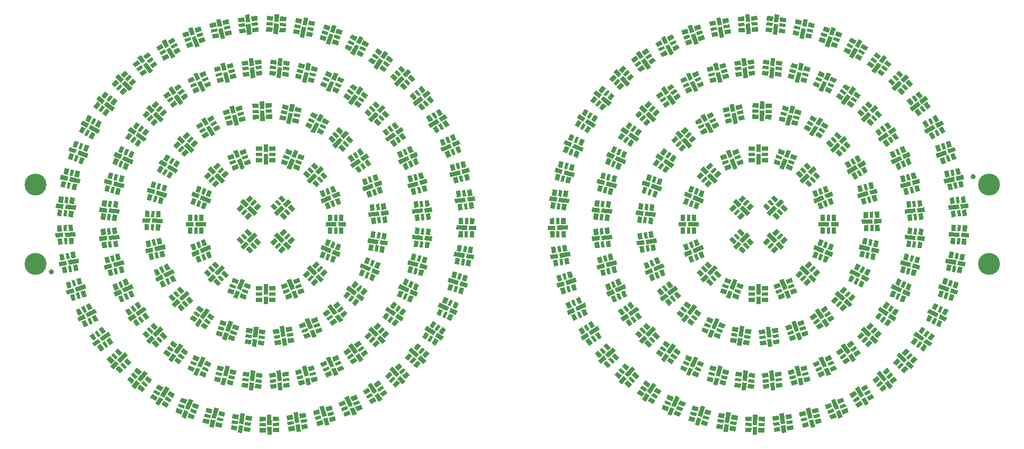
<source format=gts>
G75*
%MOIN*%
%OFA0B0*%
%FSLAX25Y25*%
%IPPOS*%
%LPD*%
%AMOC8*
5,1,8,0,0,1.08239X$1,22.5*
%
%ADD10R,0.03950X0.02769*%
%ADD11R,0.03950X0.01981*%
%ADD12R,0.02769X0.04737*%
%ADD13R,0.02769X0.06706*%
%ADD14R,0.02769X0.03950*%
%ADD15R,0.01981X0.03950*%
%ADD16R,0.04737X0.02769*%
%ADD17R,0.06706X0.02769*%
%ADD18C,0.13800*%
%ADD19C,0.03300*%
D10*
G36*
X0149409Y0074887D02*
X0153044Y0073344D01*
X0151963Y0070797D01*
X0148328Y0072340D01*
X0149409Y0074887D01*
G37*
G36*
X0141799Y0078118D02*
X0145434Y0076575D01*
X0144353Y0074028D01*
X0140718Y0075571D01*
X0141799Y0078118D01*
G37*
G36*
X0133310Y0082752D02*
X0136695Y0080718D01*
X0135270Y0078346D01*
X0131885Y0080380D01*
X0133310Y0082752D01*
G37*
G36*
X0136960Y0088827D02*
X0140345Y0086793D01*
X0138920Y0084421D01*
X0135535Y0086455D01*
X0136960Y0088827D01*
G37*
G36*
X0129873Y0093085D02*
X0133258Y0091051D01*
X0131833Y0088679D01*
X0128448Y0090713D01*
X0129873Y0093085D01*
G37*
G36*
X0122923Y0098289D02*
X0125991Y0095804D01*
X0124249Y0093653D01*
X0121181Y0096138D01*
X0122923Y0098289D01*
G37*
G36*
X0116498Y0103492D02*
X0119566Y0101007D01*
X0117824Y0098856D01*
X0114756Y0101341D01*
X0116498Y0103492D01*
G37*
G36*
X0110338Y0109612D02*
X0113031Y0106724D01*
X0111006Y0104836D01*
X0108313Y0107724D01*
X0110338Y0109612D01*
G37*
G36*
X0104700Y0115659D02*
X0107393Y0112771D01*
X0105368Y0110883D01*
X0102675Y0113771D01*
X0104700Y0115659D01*
G37*
G36*
X0099451Y0122576D02*
X0101717Y0119342D01*
X0099451Y0117754D01*
X0097185Y0120988D01*
X0099451Y0122576D01*
G37*
G36*
X0094709Y0129349D02*
X0096975Y0126115D01*
X0094709Y0124527D01*
X0092443Y0127761D01*
X0094709Y0129349D01*
G37*
G36*
X0090475Y0136930D02*
X0092268Y0133411D01*
X0089803Y0132154D01*
X0088010Y0135673D01*
X0090475Y0136930D01*
G37*
G36*
X0086722Y0144297D02*
X0088515Y0140778D01*
X0086050Y0139521D01*
X0084257Y0143040D01*
X0086722Y0144297D01*
G37*
G36*
X0083585Y0152392D02*
X0084871Y0148659D01*
X0082255Y0147758D01*
X0080969Y0151491D01*
X0083585Y0152392D01*
G37*
G36*
X0080893Y0160209D02*
X0082179Y0156476D01*
X0079563Y0155575D01*
X0078277Y0159308D01*
X0080893Y0160209D01*
G37*
G36*
X0074192Y0157902D02*
X0075478Y0154169D01*
X0072862Y0153268D01*
X0071576Y0157001D01*
X0074192Y0157902D01*
G37*
G36*
X0071956Y0167311D02*
X0072710Y0163435D01*
X0069994Y0162907D01*
X0069240Y0166783D01*
X0071956Y0167311D01*
G37*
G36*
X0078913Y0168664D02*
X0079667Y0164788D01*
X0076951Y0164260D01*
X0076197Y0168136D01*
X0078913Y0168664D01*
G37*
G36*
X0077335Y0176779D02*
X0078089Y0172903D01*
X0075373Y0172375D01*
X0074619Y0176251D01*
X0077335Y0176779D01*
G37*
G36*
X0070379Y0175427D02*
X0071133Y0171551D01*
X0068417Y0171023D01*
X0067663Y0174899D01*
X0070379Y0175427D01*
G37*
G36*
X0069474Y0185056D02*
X0069681Y0181113D01*
X0066918Y0180968D01*
X0066711Y0184911D01*
X0069474Y0185056D01*
G37*
G36*
X0076551Y0185427D02*
X0076758Y0181484D01*
X0073995Y0181339D01*
X0073788Y0185282D01*
X0076551Y0185427D01*
G37*
G36*
X0069041Y0193312D02*
X0069248Y0189369D01*
X0066485Y0189224D01*
X0066278Y0193167D01*
X0069041Y0193312D01*
G37*
G36*
X0076118Y0193683D02*
X0076325Y0189740D01*
X0073562Y0189595D01*
X0073355Y0193538D01*
X0076118Y0193683D01*
G37*
G36*
X0076545Y0202356D02*
X0076201Y0198422D01*
X0073445Y0198664D01*
X0073789Y0202598D01*
X0076545Y0202356D01*
G37*
G36*
X0069485Y0202973D02*
X0069141Y0199039D01*
X0066385Y0199281D01*
X0066729Y0203215D01*
X0069485Y0202973D01*
G37*
G36*
X0070206Y0211209D02*
X0069862Y0207275D01*
X0067106Y0207517D01*
X0067450Y0211451D01*
X0070206Y0211209D01*
G37*
G36*
X0077266Y0210592D02*
X0076922Y0206658D01*
X0074166Y0206900D01*
X0074510Y0210834D01*
X0077266Y0210592D01*
G37*
G36*
X0078895Y0219121D02*
X0078007Y0215273D01*
X0075311Y0215895D01*
X0076199Y0219743D01*
X0078895Y0219121D01*
G37*
G36*
X0071990Y0220715D02*
X0071102Y0216867D01*
X0068406Y0217489D01*
X0069294Y0221337D01*
X0071990Y0220715D01*
G37*
G36*
X0073850Y0228771D02*
X0072962Y0224923D01*
X0070266Y0225545D01*
X0071154Y0229393D01*
X0073850Y0228771D01*
G37*
G36*
X0080755Y0227177D02*
X0079867Y0223329D01*
X0077171Y0223951D01*
X0078059Y0227799D01*
X0080755Y0227177D01*
G37*
G36*
X0083556Y0235395D02*
X0082141Y0231709D01*
X0079558Y0232701D01*
X0080973Y0236387D01*
X0083556Y0235395D01*
G37*
G36*
X0076940Y0237935D02*
X0075525Y0234249D01*
X0072942Y0235241D01*
X0074357Y0238927D01*
X0076940Y0237935D01*
G37*
G36*
X0079903Y0245653D02*
X0078488Y0241967D01*
X0075905Y0242959D01*
X0077320Y0246645D01*
X0079903Y0245653D01*
G37*
G36*
X0086519Y0243114D02*
X0085104Y0239428D01*
X0082521Y0240420D01*
X0083936Y0244106D01*
X0086519Y0243114D01*
G37*
G36*
X0090436Y0250863D02*
X0088521Y0247409D01*
X0086102Y0248751D01*
X0088017Y0252205D01*
X0090436Y0250863D01*
G37*
G36*
X0084238Y0254299D02*
X0082323Y0250845D01*
X0079904Y0252187D01*
X0081819Y0255641D01*
X0084238Y0254299D01*
G37*
G36*
X0094445Y0258094D02*
X0092530Y0254640D01*
X0090111Y0255982D01*
X0092026Y0259436D01*
X0094445Y0258094D01*
G37*
G36*
X0099402Y0265222D02*
X0097026Y0262068D01*
X0094816Y0263734D01*
X0097192Y0266888D01*
X0099402Y0265222D01*
G37*
G36*
X0093743Y0269487D02*
X0091367Y0266333D01*
X0089157Y0267999D01*
X0091533Y0271153D01*
X0093743Y0269487D01*
G37*
G36*
X0104378Y0271825D02*
X0102002Y0268671D01*
X0099792Y0270337D01*
X0102168Y0273491D01*
X0104378Y0271825D01*
G37*
G36*
X0098718Y0276090D02*
X0096342Y0272936D01*
X0094132Y0274602D01*
X0096508Y0277756D01*
X0098718Y0276090D01*
G37*
G36*
X0105269Y0283205D02*
X0102477Y0280413D01*
X0100519Y0282371D01*
X0103311Y0285163D01*
X0105269Y0283205D01*
G37*
G36*
X0110280Y0278194D02*
X0107488Y0275402D01*
X0105530Y0277360D01*
X0108322Y0280152D01*
X0110280Y0278194D01*
G37*
G36*
X0116126Y0284040D02*
X0113334Y0281248D01*
X0111376Y0283206D01*
X0114168Y0285998D01*
X0116126Y0284040D01*
G37*
G36*
X0122857Y0289526D02*
X0119703Y0287150D01*
X0118037Y0289360D01*
X0121191Y0291736D01*
X0122857Y0289526D01*
G37*
G36*
X0129460Y0294502D02*
X0126306Y0292126D01*
X0124640Y0294336D01*
X0127794Y0296712D01*
X0129460Y0294502D01*
G37*
G36*
X0136888Y0298999D02*
X0133434Y0297084D01*
X0132092Y0299503D01*
X0135546Y0301418D01*
X0136888Y0298999D01*
G37*
G36*
X0144119Y0303007D02*
X0140665Y0301092D01*
X0139323Y0303511D01*
X0142777Y0305426D01*
X0144119Y0303007D01*
G37*
G36*
X0152101Y0306424D02*
X0148415Y0305009D01*
X0147423Y0307592D01*
X0151109Y0309007D01*
X0152101Y0306424D01*
G37*
G36*
X0159819Y0309387D02*
X0156133Y0307972D01*
X0155141Y0310555D01*
X0158827Y0311970D01*
X0159819Y0309387D01*
G37*
G36*
X0168199Y0311661D02*
X0164351Y0310773D01*
X0163729Y0313469D01*
X0167577Y0314357D01*
X0168199Y0311661D01*
G37*
G36*
X0176255Y0313521D02*
X0172407Y0312633D01*
X0171785Y0315329D01*
X0175633Y0316217D01*
X0176255Y0313521D01*
G37*
G36*
X0184870Y0314607D02*
X0180936Y0314263D01*
X0180694Y0317019D01*
X0184628Y0317363D01*
X0184870Y0314607D01*
G37*
G36*
X0193107Y0315327D02*
X0189173Y0314983D01*
X0188931Y0317739D01*
X0192865Y0318083D01*
X0193107Y0315327D01*
G37*
G36*
X0201788Y0315203D02*
X0197845Y0315410D01*
X0197990Y0318173D01*
X0201933Y0317966D01*
X0201788Y0315203D01*
G37*
G36*
X0210044Y0314770D02*
X0206101Y0314977D01*
X0206246Y0317740D01*
X0210189Y0317533D01*
X0210044Y0314770D01*
G37*
G36*
X0218625Y0313439D02*
X0214749Y0314193D01*
X0215277Y0316909D01*
X0219153Y0316155D01*
X0218625Y0313439D01*
G37*
G36*
X0226741Y0311862D02*
X0222865Y0312616D01*
X0223393Y0315332D01*
X0227269Y0314578D01*
X0226741Y0311862D01*
G37*
G36*
X0235052Y0309349D02*
X0231319Y0310635D01*
X0232220Y0313251D01*
X0235953Y0311965D01*
X0235052Y0309349D01*
G37*
G36*
X0242869Y0306658D02*
X0239136Y0307944D01*
X0240037Y0310560D01*
X0243770Y0309274D01*
X0242869Y0306658D01*
G37*
G36*
X0250751Y0303013D02*
X0247232Y0304806D01*
X0248489Y0307271D01*
X0252008Y0305478D01*
X0250751Y0303013D01*
G37*
G36*
X0258117Y0299260D02*
X0254598Y0301053D01*
X0255855Y0303518D01*
X0259374Y0301725D01*
X0258117Y0299260D01*
G37*
G36*
X0265414Y0294554D02*
X0262180Y0296820D01*
X0263768Y0299086D01*
X0267002Y0296820D01*
X0265414Y0294554D01*
G37*
G36*
X0272186Y0289811D02*
X0268952Y0292077D01*
X0270540Y0294343D01*
X0273774Y0292077D01*
X0272186Y0289811D01*
G37*
G36*
X0278758Y0284135D02*
X0275870Y0286828D01*
X0277758Y0288853D01*
X0280646Y0286160D01*
X0278758Y0284135D01*
G37*
G36*
X0284804Y0278497D02*
X0281916Y0281190D01*
X0283804Y0283215D01*
X0286692Y0280522D01*
X0284804Y0278497D01*
G37*
G36*
X0290522Y0271962D02*
X0288037Y0275030D01*
X0290188Y0276772D01*
X0292673Y0273704D01*
X0290522Y0271962D01*
G37*
G36*
X0295725Y0265537D02*
X0293240Y0268605D01*
X0295391Y0270347D01*
X0297876Y0267279D01*
X0295725Y0265537D01*
G37*
G36*
X0300477Y0258270D02*
X0298443Y0261655D01*
X0300815Y0263080D01*
X0302849Y0259695D01*
X0300477Y0258270D01*
G37*
G36*
X0310810Y0254833D02*
X0308776Y0258218D01*
X0311148Y0259643D01*
X0313182Y0256258D01*
X0310810Y0254833D01*
G37*
G36*
X0304735Y0251183D02*
X0302701Y0254568D01*
X0305073Y0255993D01*
X0307107Y0252608D01*
X0304735Y0251183D01*
G37*
G36*
X0308430Y0243326D02*
X0306887Y0246961D01*
X0309434Y0248042D01*
X0310977Y0244407D01*
X0308430Y0243326D01*
G37*
G36*
X0311660Y0235715D02*
X0310117Y0239350D01*
X0312664Y0240431D01*
X0314207Y0236796D01*
X0311660Y0235715D01*
G37*
G36*
X0318184Y0238484D02*
X0316641Y0242119D01*
X0319188Y0243200D01*
X0320731Y0239565D01*
X0318184Y0238484D01*
G37*
G36*
X0321071Y0229254D02*
X0320048Y0233068D01*
X0322721Y0233784D01*
X0323744Y0229970D01*
X0321071Y0229254D01*
G37*
G36*
X0314226Y0227420D02*
X0313203Y0231234D01*
X0315876Y0231950D01*
X0316899Y0228136D01*
X0314226Y0227420D01*
G37*
G36*
X0316366Y0219434D02*
X0315343Y0223248D01*
X0318016Y0223964D01*
X0319039Y0220150D01*
X0316366Y0219434D01*
G37*
G36*
X0323211Y0221268D02*
X0322188Y0225082D01*
X0324861Y0225798D01*
X0325884Y0221984D01*
X0323211Y0221268D01*
G37*
G36*
X0324785Y0211726D02*
X0324303Y0215645D01*
X0327049Y0215982D01*
X0327531Y0212063D01*
X0324785Y0211726D01*
G37*
G36*
X0317751Y0210862D02*
X0317269Y0214781D01*
X0320015Y0215118D01*
X0320497Y0211199D01*
X0317751Y0210862D01*
G37*
G36*
X0318759Y0202656D02*
X0318277Y0206575D01*
X0321023Y0206912D01*
X0321505Y0202993D01*
X0318759Y0202656D01*
G37*
G36*
X0318937Y0193975D02*
X0319006Y0197923D01*
X0321773Y0197875D01*
X0321704Y0193927D01*
X0318937Y0193975D01*
G37*
G36*
X0318793Y0185708D02*
X0318862Y0189656D01*
X0321629Y0189608D01*
X0321560Y0185660D01*
X0318793Y0185708D01*
G37*
G36*
X0317763Y0177086D02*
X0318380Y0180987D01*
X0321113Y0180554D01*
X0320496Y0176653D01*
X0317763Y0177086D01*
G37*
G36*
X0316469Y0168921D02*
X0317086Y0172822D01*
X0319819Y0172389D01*
X0319202Y0168488D01*
X0316469Y0168921D01*
G37*
G36*
X0323469Y0167812D02*
X0324086Y0171713D01*
X0326819Y0171280D01*
X0326202Y0167379D01*
X0323469Y0167812D01*
G37*
G36*
X0314249Y0160526D02*
X0315403Y0164303D01*
X0318049Y0163494D01*
X0316895Y0159717D01*
X0314249Y0160526D01*
G37*
G36*
X0321026Y0158454D02*
X0322180Y0162231D01*
X0324826Y0161422D01*
X0323672Y0157645D01*
X0321026Y0158454D01*
G37*
G36*
X0318608Y0150548D02*
X0319762Y0154325D01*
X0322408Y0153516D01*
X0321254Y0149739D01*
X0318608Y0150548D01*
G37*
G36*
X0311832Y0152620D02*
X0312986Y0156397D01*
X0315632Y0155588D01*
X0314478Y0151811D01*
X0311832Y0152620D01*
G37*
G36*
X0308463Y0144617D02*
X0310133Y0148196D01*
X0312641Y0147027D01*
X0310971Y0143448D01*
X0308463Y0144617D01*
G37*
G36*
X0314886Y0141622D02*
X0316556Y0145201D01*
X0319064Y0144032D01*
X0317394Y0140453D01*
X0314886Y0141622D01*
G37*
G36*
X0304969Y0137123D02*
X0306639Y0140702D01*
X0309147Y0139533D01*
X0307477Y0135954D01*
X0304969Y0137123D01*
G37*
G36*
X0300521Y0129667D02*
X0302672Y0132979D01*
X0304993Y0131471D01*
X0302842Y0128159D01*
X0300521Y0129667D01*
G37*
G36*
X0306464Y0125808D02*
X0308615Y0129120D01*
X0310936Y0127612D01*
X0308785Y0124300D01*
X0306464Y0125808D01*
G37*
G36*
X0301962Y0118874D02*
X0304113Y0122186D01*
X0306434Y0120678D01*
X0304283Y0117366D01*
X0301962Y0118874D01*
G37*
G36*
X0290575Y0115968D02*
X0293166Y0118948D01*
X0295255Y0117132D01*
X0292664Y0114152D01*
X0290575Y0115968D01*
G37*
G36*
X0285151Y0109728D02*
X0287742Y0112708D01*
X0289831Y0110892D01*
X0287240Y0107912D01*
X0285151Y0109728D01*
G37*
G36*
X0278820Y0103786D02*
X0281800Y0106377D01*
X0283616Y0104288D01*
X0280636Y0101697D01*
X0278820Y0103786D01*
G37*
G36*
X0272580Y0098362D02*
X0275560Y0100953D01*
X0277376Y0098864D01*
X0274396Y0096273D01*
X0272580Y0098362D01*
G37*
G36*
X0265483Y0093359D02*
X0268795Y0095510D01*
X0270303Y0093189D01*
X0266991Y0091038D01*
X0265483Y0093359D01*
G37*
G36*
X0258549Y0088856D02*
X0261861Y0091007D01*
X0263369Y0088686D01*
X0260057Y0086535D01*
X0258549Y0088856D01*
G37*
G36*
X0250826Y0084889D02*
X0254405Y0086559D01*
X0255574Y0084051D01*
X0251995Y0082381D01*
X0250826Y0084889D01*
G37*
G36*
X0243333Y0081395D02*
X0246912Y0083065D01*
X0248081Y0080557D01*
X0244502Y0078887D01*
X0243333Y0081395D01*
G37*
G36*
X0235131Y0078543D02*
X0238908Y0079697D01*
X0239717Y0077051D01*
X0235940Y0075897D01*
X0235131Y0078543D01*
G37*
G36*
X0227225Y0076125D02*
X0231002Y0077279D01*
X0231811Y0074633D01*
X0228034Y0073479D01*
X0227225Y0076125D01*
G37*
G36*
X0218707Y0074442D02*
X0222608Y0075059D01*
X0223041Y0072326D01*
X0219140Y0071709D01*
X0218707Y0074442D01*
G37*
G36*
X0210541Y0073148D02*
X0214442Y0073765D01*
X0214875Y0071032D01*
X0210974Y0070415D01*
X0210541Y0073148D01*
G37*
G36*
X0201872Y0072666D02*
X0205820Y0072735D01*
X0205868Y0069968D01*
X0201920Y0069899D01*
X0201872Y0072666D01*
G37*
G36*
X0193605Y0072522D02*
X0197553Y0072591D01*
X0197601Y0069824D01*
X0193653Y0069755D01*
X0193605Y0072522D01*
G37*
G36*
X0184953Y0073251D02*
X0188872Y0072769D01*
X0188535Y0070023D01*
X0184616Y0070505D01*
X0184953Y0073251D01*
G37*
G36*
X0176747Y0074259D02*
X0180666Y0073777D01*
X0180329Y0071031D01*
X0176410Y0071513D01*
X0176747Y0074259D01*
G37*
G36*
X0168280Y0076186D02*
X0172094Y0075163D01*
X0171378Y0072490D01*
X0167564Y0073513D01*
X0168280Y0076186D01*
G37*
G36*
X0160294Y0078325D02*
X0164108Y0077302D01*
X0163392Y0074629D01*
X0159578Y0075652D01*
X0160294Y0078325D01*
G37*
G36*
X0152178Y0081411D02*
X0155813Y0079868D01*
X0154732Y0077321D01*
X0151097Y0078864D01*
X0152178Y0081411D01*
G37*
G36*
X0144568Y0084641D02*
X0148203Y0083098D01*
X0147122Y0080551D01*
X0143487Y0082094D01*
X0144568Y0084641D01*
G37*
G36*
X0126223Y0087011D02*
X0129608Y0084977D01*
X0128183Y0082605D01*
X0124798Y0084639D01*
X0126223Y0087011D01*
G37*
G36*
X0118463Y0092781D02*
X0121531Y0090296D01*
X0119789Y0088145D01*
X0116721Y0090630D01*
X0118463Y0092781D01*
G37*
G36*
X0112038Y0097984D02*
X0115106Y0095499D01*
X0113364Y0093348D01*
X0110296Y0095833D01*
X0112038Y0097984D01*
G37*
G36*
X0105156Y0104779D02*
X0107849Y0101891D01*
X0105824Y0100003D01*
X0103131Y0102891D01*
X0105156Y0104779D01*
G37*
G36*
X0099517Y0110826D02*
X0102210Y0107938D01*
X0100185Y0106050D01*
X0097492Y0108938D01*
X0099517Y0110826D01*
G37*
G36*
X0093646Y0118511D02*
X0095912Y0115277D01*
X0093646Y0113689D01*
X0091380Y0116923D01*
X0093646Y0118511D01*
G37*
G36*
X0088904Y0125284D02*
X0091170Y0122050D01*
X0088904Y0120462D01*
X0086638Y0123696D01*
X0088904Y0125284D01*
G37*
G36*
X0084161Y0133713D02*
X0085954Y0130194D01*
X0083489Y0128937D01*
X0081696Y0132456D01*
X0084161Y0133713D01*
G37*
G36*
X0080408Y0141079D02*
X0082201Y0137560D01*
X0079736Y0136303D01*
X0077943Y0139822D01*
X0080408Y0141079D01*
G37*
G36*
X0076884Y0150085D02*
X0078170Y0146352D01*
X0075554Y0145451D01*
X0074268Y0149184D01*
X0076884Y0150085D01*
G37*
G36*
X0100682Y0165730D02*
X0101705Y0161916D01*
X0099032Y0161200D01*
X0098009Y0165014D01*
X0100682Y0165730D01*
G37*
G36*
X0107527Y0167564D02*
X0108550Y0163750D01*
X0105877Y0163034D01*
X0104854Y0166848D01*
X0107527Y0167564D01*
G37*
G36*
X0105388Y0175550D02*
X0106411Y0171736D01*
X0103738Y0171020D01*
X0102715Y0174834D01*
X0105388Y0175550D01*
G37*
G36*
X0104317Y0183605D02*
X0104661Y0179671D01*
X0101905Y0179429D01*
X0101561Y0183363D01*
X0104317Y0183605D01*
G37*
G36*
X0097257Y0182987D02*
X0097601Y0179053D01*
X0094845Y0178811D01*
X0094501Y0182745D01*
X0097257Y0182987D01*
G37*
G36*
X0096537Y0191224D02*
X0096881Y0187290D01*
X0094125Y0187048D01*
X0093781Y0190982D01*
X0096537Y0191224D01*
G37*
G36*
X0103596Y0191841D02*
X0103940Y0187907D01*
X0101184Y0187665D01*
X0100840Y0191599D01*
X0103596Y0191841D01*
G37*
G36*
X0103940Y0199959D02*
X0103596Y0196025D01*
X0100840Y0196267D01*
X0101184Y0200201D01*
X0103940Y0199959D01*
G37*
G36*
X0096881Y0200576D02*
X0096537Y0196642D01*
X0093781Y0196884D01*
X0094125Y0200818D01*
X0096881Y0200576D01*
G37*
G36*
X0097601Y0208813D02*
X0097257Y0204879D01*
X0094501Y0205121D01*
X0094845Y0209055D01*
X0097601Y0208813D01*
G37*
G36*
X0104661Y0208195D02*
X0104317Y0204261D01*
X0101561Y0204503D01*
X0101905Y0208437D01*
X0104661Y0208195D01*
G37*
G36*
X0106411Y0216130D02*
X0105388Y0212316D01*
X0102715Y0213032D01*
X0103738Y0216846D01*
X0106411Y0216130D01*
G37*
G36*
X0108550Y0224116D02*
X0107527Y0220302D01*
X0104854Y0221018D01*
X0105877Y0224832D01*
X0108550Y0224116D01*
G37*
G36*
X0101705Y0225951D02*
X0100682Y0222137D01*
X0098009Y0222853D01*
X0099032Y0226667D01*
X0101705Y0225951D01*
G37*
G36*
X0111651Y0231628D02*
X0109981Y0228049D01*
X0107473Y0229218D01*
X0109143Y0232797D01*
X0111651Y0231628D01*
G37*
G36*
X0105228Y0234623D02*
X0103558Y0231044D01*
X0101050Y0232213D01*
X0102720Y0235792D01*
X0105228Y0234623D01*
G37*
G36*
X0108722Y0242116D02*
X0107052Y0238537D01*
X0104544Y0239706D01*
X0106214Y0243285D01*
X0108722Y0242116D01*
G37*
G36*
X0115145Y0239121D02*
X0113475Y0235542D01*
X0110967Y0236711D01*
X0112637Y0240290D01*
X0115145Y0239121D01*
G37*
G36*
X0119501Y0245978D02*
X0117235Y0242744D01*
X0114969Y0244332D01*
X0117235Y0247566D01*
X0119501Y0245978D01*
G37*
G36*
X0113696Y0250043D02*
X0111430Y0246809D01*
X0109164Y0248397D01*
X0111430Y0251631D01*
X0113696Y0250043D01*
G37*
G36*
X0124243Y0252751D02*
X0121977Y0249517D01*
X0119711Y0251105D01*
X0121977Y0254339D01*
X0124243Y0252751D01*
G37*
G36*
X0118438Y0256815D02*
X0116172Y0253581D01*
X0113906Y0255169D01*
X0116172Y0258403D01*
X0118438Y0256815D01*
G37*
G36*
X0124715Y0263759D02*
X0121923Y0260967D01*
X0119965Y0262925D01*
X0122757Y0265717D01*
X0124715Y0263759D01*
G37*
G36*
X0129726Y0258748D02*
X0126934Y0255956D01*
X0124976Y0257914D01*
X0127768Y0260706D01*
X0129726Y0258748D01*
G37*
G36*
X0135572Y0264594D02*
X0132780Y0261802D01*
X0130822Y0263760D01*
X0133614Y0266552D01*
X0135572Y0264594D01*
G37*
G36*
X0142012Y0269551D02*
X0138778Y0267285D01*
X0137190Y0269551D01*
X0140424Y0271817D01*
X0142012Y0269551D01*
G37*
G36*
X0148784Y0274293D02*
X0145550Y0272027D01*
X0143962Y0274293D01*
X0147196Y0276559D01*
X0148784Y0274293D01*
G37*
G36*
X0155987Y0278054D02*
X0152408Y0276384D01*
X0151239Y0278892D01*
X0154818Y0280562D01*
X0155987Y0278054D01*
G37*
G36*
X0163480Y0281548D02*
X0159901Y0279878D01*
X0158732Y0282386D01*
X0162311Y0284056D01*
X0163480Y0281548D01*
G37*
G36*
X0171226Y0284001D02*
X0167412Y0282978D01*
X0166696Y0285651D01*
X0170510Y0286674D01*
X0171226Y0284001D01*
G37*
G36*
X0179212Y0286141D02*
X0175398Y0285118D01*
X0174682Y0287791D01*
X0178496Y0288814D01*
X0179212Y0286141D01*
G37*
G36*
X0187267Y0287211D02*
X0183333Y0286867D01*
X0183091Y0289623D01*
X0187025Y0289967D01*
X0187267Y0287211D01*
G37*
G36*
X0195503Y0287932D02*
X0191569Y0287588D01*
X0191327Y0290344D01*
X0195261Y0290688D01*
X0195503Y0287932D01*
G37*
G36*
X0203621Y0287588D02*
X0199687Y0287932D01*
X0199929Y0290688D01*
X0203863Y0290344D01*
X0203621Y0287588D01*
G37*
G36*
X0211857Y0286867D02*
X0207923Y0287211D01*
X0208165Y0289967D01*
X0212099Y0289623D01*
X0211857Y0286867D01*
G37*
G36*
X0219792Y0285118D02*
X0215978Y0286141D01*
X0216694Y0288814D01*
X0220508Y0287791D01*
X0219792Y0285118D01*
G37*
G36*
X0227778Y0282978D02*
X0223964Y0284001D01*
X0224680Y0286674D01*
X0228494Y0285651D01*
X0227778Y0282978D01*
G37*
G36*
X0235290Y0279878D02*
X0231711Y0281548D01*
X0232880Y0284056D01*
X0236459Y0282386D01*
X0235290Y0279878D01*
G37*
G36*
X0242783Y0276384D02*
X0239204Y0278054D01*
X0240373Y0280562D01*
X0243952Y0278892D01*
X0242783Y0276384D01*
G37*
G36*
X0249640Y0272027D02*
X0246406Y0274293D01*
X0247994Y0276559D01*
X0251228Y0274293D01*
X0249640Y0272027D01*
G37*
G36*
X0256413Y0267285D02*
X0253179Y0269551D01*
X0254767Y0271817D01*
X0258001Y0269551D01*
X0256413Y0267285D01*
G37*
G36*
X0262410Y0261802D02*
X0259618Y0264594D01*
X0261576Y0266552D01*
X0264368Y0263760D01*
X0262410Y0261802D01*
G37*
G36*
X0268257Y0255956D02*
X0265465Y0258748D01*
X0267423Y0260706D01*
X0270215Y0257914D01*
X0268257Y0255956D01*
G37*
G36*
X0273213Y0249517D02*
X0270947Y0252751D01*
X0273213Y0254339D01*
X0275479Y0251105D01*
X0273213Y0249517D01*
G37*
G36*
X0277955Y0242744D02*
X0275689Y0245978D01*
X0277955Y0247566D01*
X0280221Y0244332D01*
X0277955Y0242744D01*
G37*
G36*
X0281716Y0235542D02*
X0280046Y0239121D01*
X0282554Y0240290D01*
X0284224Y0236711D01*
X0281716Y0235542D01*
G37*
G36*
X0288138Y0238537D02*
X0286468Y0242116D01*
X0288976Y0243285D01*
X0290646Y0239706D01*
X0288138Y0238537D01*
G37*
G36*
X0291632Y0231044D02*
X0289962Y0234623D01*
X0292470Y0235792D01*
X0294140Y0232213D01*
X0291632Y0231044D01*
G37*
G36*
X0285210Y0228049D02*
X0283540Y0231628D01*
X0286048Y0232797D01*
X0287718Y0229218D01*
X0285210Y0228049D01*
G37*
G36*
X0287663Y0220302D02*
X0286640Y0224116D01*
X0289313Y0224832D01*
X0290336Y0221018D01*
X0287663Y0220302D01*
G37*
G36*
X0294508Y0222137D02*
X0293485Y0225951D01*
X0296158Y0226667D01*
X0297181Y0222853D01*
X0294508Y0222137D01*
G37*
G36*
X0296648Y0214151D02*
X0295625Y0217965D01*
X0298298Y0218681D01*
X0299321Y0214867D01*
X0296648Y0214151D01*
G37*
G36*
X0289803Y0212316D02*
X0288780Y0216130D01*
X0291453Y0216846D01*
X0292476Y0213032D01*
X0289803Y0212316D01*
G37*
G36*
X0290873Y0204261D02*
X0290529Y0208195D01*
X0293285Y0208437D01*
X0293629Y0204503D01*
X0290873Y0204261D01*
G37*
G36*
X0297933Y0204879D02*
X0297589Y0208813D01*
X0300345Y0209055D01*
X0300689Y0205121D01*
X0297933Y0204879D01*
G37*
G36*
X0298653Y0196642D02*
X0298309Y0200576D01*
X0301065Y0200818D01*
X0301409Y0196884D01*
X0298653Y0196642D01*
G37*
G36*
X0291594Y0196025D02*
X0291250Y0199959D01*
X0294006Y0200201D01*
X0294350Y0196267D01*
X0291594Y0196025D01*
G37*
G36*
X0291250Y0187907D02*
X0291594Y0191841D01*
X0294350Y0191599D01*
X0294006Y0187665D01*
X0291250Y0187907D01*
G37*
G36*
X0290529Y0179671D02*
X0290873Y0183605D01*
X0293629Y0183363D01*
X0293285Y0179429D01*
X0290529Y0179671D01*
G37*
G36*
X0297589Y0179053D02*
X0297933Y0182987D01*
X0300689Y0182745D01*
X0300345Y0178811D01*
X0297589Y0179053D01*
G37*
G36*
X0288780Y0171736D02*
X0289803Y0175550D01*
X0292476Y0174834D01*
X0291453Y0171020D01*
X0288780Y0171736D01*
G37*
G36*
X0286640Y0163750D02*
X0287663Y0167564D01*
X0290336Y0166848D01*
X0289313Y0163034D01*
X0286640Y0163750D01*
G37*
G36*
X0293485Y0161916D02*
X0294508Y0165730D01*
X0297181Y0165014D01*
X0296158Y0161200D01*
X0293485Y0161916D01*
G37*
G36*
X0283540Y0156239D02*
X0285210Y0159818D01*
X0287718Y0158649D01*
X0286048Y0155070D01*
X0283540Y0156239D01*
G37*
G36*
X0289962Y0153244D02*
X0291632Y0156823D01*
X0294140Y0155654D01*
X0292470Y0152075D01*
X0289962Y0153244D01*
G37*
G36*
X0280046Y0148745D02*
X0281716Y0152324D01*
X0284224Y0151155D01*
X0282554Y0147576D01*
X0280046Y0148745D01*
G37*
G36*
X0286468Y0145750D02*
X0288138Y0149329D01*
X0290646Y0148160D01*
X0288976Y0144581D01*
X0286468Y0145750D01*
G37*
G36*
X0275689Y0141888D02*
X0277955Y0145122D01*
X0280221Y0143534D01*
X0277955Y0140300D01*
X0275689Y0141888D01*
G37*
G36*
X0270947Y0135115D02*
X0273213Y0138349D01*
X0275479Y0136761D01*
X0273213Y0133527D01*
X0270947Y0135115D01*
G37*
G36*
X0265465Y0129118D02*
X0268257Y0131910D01*
X0270215Y0129952D01*
X0267423Y0127160D01*
X0265465Y0129118D01*
G37*
G36*
X0259618Y0123272D02*
X0262410Y0126064D01*
X0264368Y0124106D01*
X0261576Y0121314D01*
X0259618Y0123272D01*
G37*
G36*
X0253179Y0118315D02*
X0256413Y0120581D01*
X0258001Y0118315D01*
X0254767Y0116049D01*
X0253179Y0118315D01*
G37*
G36*
X0246406Y0113573D02*
X0249640Y0115839D01*
X0251228Y0113573D01*
X0247994Y0111307D01*
X0246406Y0113573D01*
G37*
G36*
X0239204Y0109813D02*
X0242783Y0111483D01*
X0243952Y0108975D01*
X0240373Y0107305D01*
X0239204Y0109813D01*
G37*
G36*
X0231711Y0106318D02*
X0235290Y0107988D01*
X0236459Y0105480D01*
X0232880Y0103810D01*
X0231711Y0106318D01*
G37*
G36*
X0223964Y0103865D02*
X0227778Y0104888D01*
X0228494Y0102215D01*
X0224680Y0101192D01*
X0223964Y0103865D01*
G37*
G36*
X0215978Y0101726D02*
X0219792Y0102749D01*
X0220508Y0100076D01*
X0216694Y0099053D01*
X0215978Y0101726D01*
G37*
G36*
X0207923Y0100655D02*
X0211857Y0100999D01*
X0212099Y0098243D01*
X0208165Y0097899D01*
X0207923Y0100655D01*
G37*
G36*
X0199687Y0099934D02*
X0203621Y0100278D01*
X0203863Y0097522D01*
X0199929Y0097178D01*
X0199687Y0099934D01*
G37*
G36*
X0191569Y0100278D02*
X0195503Y0099934D01*
X0195261Y0097178D01*
X0191327Y0097522D01*
X0191569Y0100278D01*
G37*
G36*
X0183333Y0100999D02*
X0187267Y0100655D01*
X0187025Y0097899D01*
X0183091Y0098243D01*
X0183333Y0100999D01*
G37*
G36*
X0175398Y0102749D02*
X0179212Y0101726D01*
X0178496Y0099053D01*
X0174682Y0100076D01*
X0175398Y0102749D01*
G37*
G36*
X0167412Y0104888D02*
X0171226Y0103865D01*
X0170510Y0101192D01*
X0166696Y0102215D01*
X0167412Y0104888D01*
G37*
G36*
X0159901Y0107988D02*
X0163480Y0106318D01*
X0162311Y0103810D01*
X0158732Y0105480D01*
X0159901Y0107988D01*
G37*
G36*
X0152408Y0111483D02*
X0155987Y0109813D01*
X0154818Y0107305D01*
X0151239Y0108975D01*
X0152408Y0111483D01*
G37*
G36*
X0145550Y0115839D02*
X0148784Y0113573D01*
X0147196Y0111307D01*
X0143962Y0113573D01*
X0145550Y0115839D01*
G37*
G36*
X0138778Y0120581D02*
X0142012Y0118315D01*
X0140424Y0116049D01*
X0137190Y0118315D01*
X0138778Y0120581D01*
G37*
G36*
X0132780Y0126064D02*
X0135572Y0123272D01*
X0133614Y0121314D01*
X0130822Y0124106D01*
X0132780Y0126064D01*
G37*
G36*
X0126934Y0131910D02*
X0129726Y0129118D01*
X0127768Y0127160D01*
X0124976Y0129952D01*
X0126934Y0131910D01*
G37*
G36*
X0121977Y0138349D02*
X0124243Y0135115D01*
X0121977Y0133527D01*
X0119711Y0136761D01*
X0121977Y0138349D01*
G37*
G36*
X0117235Y0145122D02*
X0119501Y0141888D01*
X0117235Y0140300D01*
X0114969Y0143534D01*
X0117235Y0145122D01*
G37*
G36*
X0107052Y0149329D02*
X0108722Y0145750D01*
X0106214Y0144581D01*
X0104544Y0148160D01*
X0107052Y0149329D01*
G37*
G36*
X0113475Y0152324D02*
X0115145Y0148745D01*
X0112637Y0147576D01*
X0110967Y0151155D01*
X0113475Y0152324D01*
G37*
G36*
X0109981Y0159818D02*
X0111651Y0156239D01*
X0109143Y0155070D01*
X0107473Y0158649D01*
X0109981Y0159818D01*
G37*
G36*
X0103558Y0156823D02*
X0105228Y0153244D01*
X0102720Y0152075D01*
X0101050Y0155654D01*
X0103558Y0156823D01*
G37*
G36*
X0098542Y0173716D02*
X0099565Y0169902D01*
X0096892Y0169186D01*
X0095869Y0173000D01*
X0098542Y0173716D01*
G37*
G36*
X0124620Y0183881D02*
X0125482Y0180027D01*
X0122782Y0179423D01*
X0121920Y0183277D01*
X0124620Y0183881D01*
G37*
G36*
X0131536Y0185427D02*
X0132398Y0181573D01*
X0129698Y0180969D01*
X0128836Y0184823D01*
X0131536Y0185427D01*
G37*
G36*
X0131237Y0193858D02*
X0131113Y0189911D01*
X0128347Y0189998D01*
X0128471Y0193945D01*
X0131237Y0193858D01*
G37*
G36*
X0124154Y0194081D02*
X0124030Y0190134D01*
X0121264Y0190221D01*
X0121388Y0194168D01*
X0124154Y0194081D01*
G37*
G36*
X0124414Y0202344D02*
X0124290Y0198397D01*
X0121524Y0198484D01*
X0121648Y0202431D01*
X0124414Y0202344D01*
G37*
G36*
X0131497Y0202122D02*
X0131373Y0198175D01*
X0128607Y0198262D01*
X0128731Y0202209D01*
X0131497Y0202122D01*
G37*
G36*
X0133304Y0210363D02*
X0132202Y0206571D01*
X0129544Y0207343D01*
X0130646Y0211135D01*
X0133304Y0210363D01*
G37*
G36*
X0135610Y0218302D02*
X0134508Y0214510D01*
X0131850Y0215282D01*
X0132952Y0219074D01*
X0135610Y0218302D01*
G37*
G36*
X0128805Y0220279D02*
X0127703Y0216487D01*
X0125045Y0217259D01*
X0126147Y0221051D01*
X0128805Y0220279D01*
G37*
G36*
X0139409Y0225835D02*
X0137398Y0222436D01*
X0135017Y0223845D01*
X0137028Y0227244D01*
X0139409Y0225835D01*
G37*
G36*
X0133309Y0229443D02*
X0131298Y0226044D01*
X0128917Y0227453D01*
X0130928Y0230852D01*
X0133309Y0229443D01*
G37*
G36*
X0143617Y0232952D02*
X0141606Y0229553D01*
X0139225Y0230962D01*
X0141236Y0234361D01*
X0143617Y0232952D01*
G37*
G36*
X0137518Y0236559D02*
X0135507Y0233160D01*
X0133126Y0234569D01*
X0135137Y0237968D01*
X0137518Y0236559D01*
G37*
G36*
X0144160Y0244314D02*
X0141368Y0241522D01*
X0139410Y0243480D01*
X0142202Y0246272D01*
X0144160Y0244314D01*
G37*
G36*
X0149171Y0239303D02*
X0146379Y0236511D01*
X0144421Y0238469D01*
X0147213Y0241261D01*
X0149171Y0239303D01*
G37*
G36*
X0155017Y0245149D02*
X0152225Y0242357D01*
X0150267Y0244315D01*
X0153059Y0247107D01*
X0155017Y0245149D01*
G37*
G36*
X0161975Y0249922D02*
X0158576Y0247911D01*
X0157167Y0250292D01*
X0160566Y0252303D01*
X0161975Y0249922D01*
G37*
G36*
X0169092Y0254130D02*
X0165693Y0252119D01*
X0164284Y0254500D01*
X0167683Y0256511D01*
X0169092Y0254130D01*
G37*
G36*
X0177018Y0257020D02*
X0173226Y0255918D01*
X0172454Y0258576D01*
X0176246Y0259678D01*
X0177018Y0257020D01*
G37*
G36*
X0184957Y0259327D02*
X0181165Y0258225D01*
X0180393Y0260883D01*
X0184185Y0261985D01*
X0184957Y0259327D01*
G37*
G36*
X0193354Y0260156D02*
X0189407Y0260032D01*
X0189320Y0262798D01*
X0193267Y0262922D01*
X0193354Y0260156D01*
G37*
G36*
X0201617Y0260415D02*
X0197670Y0260291D01*
X0197583Y0263057D01*
X0201530Y0263181D01*
X0201617Y0260415D01*
G37*
G36*
X0209956Y0259130D02*
X0206102Y0259992D01*
X0206706Y0262692D01*
X0210560Y0261830D01*
X0209956Y0259130D01*
G37*
G36*
X0218024Y0257326D02*
X0214170Y0258188D01*
X0214774Y0260888D01*
X0218628Y0260026D01*
X0218024Y0257326D01*
G37*
G36*
X0225781Y0254008D02*
X0222262Y0255801D01*
X0223519Y0258266D01*
X0227038Y0256473D01*
X0225781Y0254008D01*
G37*
G36*
X0233148Y0250254D02*
X0229629Y0252047D01*
X0230886Y0254512D01*
X0234405Y0252719D01*
X0233148Y0250254D01*
G37*
G36*
X0239836Y0245110D02*
X0236874Y0247721D01*
X0238704Y0249798D01*
X0241666Y0247187D01*
X0239836Y0245110D01*
G37*
G36*
X0246037Y0239643D02*
X0243075Y0242254D01*
X0244905Y0244331D01*
X0247867Y0241720D01*
X0246037Y0239643D01*
G37*
G36*
X0251236Y0232998D02*
X0249016Y0236264D01*
X0251304Y0237820D01*
X0253524Y0234554D01*
X0251236Y0232998D01*
G37*
G36*
X0255884Y0226160D02*
X0253664Y0229426D01*
X0255952Y0230982D01*
X0258172Y0227716D01*
X0255884Y0226160D01*
G37*
G36*
X0259266Y0218430D02*
X0257928Y0222146D01*
X0260532Y0223084D01*
X0261870Y0219368D01*
X0259266Y0218430D01*
G37*
G36*
X0262066Y0210651D02*
X0260728Y0214367D01*
X0263332Y0215305D01*
X0264670Y0211589D01*
X0262066Y0210651D01*
G37*
G36*
X0270476Y0202991D02*
X0270104Y0206922D01*
X0272858Y0207183D01*
X0273230Y0203252D01*
X0270476Y0202991D01*
G37*
G36*
X0263421Y0202324D02*
X0263049Y0206255D01*
X0265803Y0206516D01*
X0266175Y0202585D01*
X0263421Y0202324D01*
G37*
G36*
X0264199Y0194093D02*
X0263827Y0198024D01*
X0266581Y0198285D01*
X0266953Y0194354D01*
X0264199Y0194093D01*
G37*
G36*
X0271255Y0194760D02*
X0270883Y0198691D01*
X0273637Y0198952D01*
X0274009Y0195021D01*
X0271255Y0194760D01*
G37*
G36*
X0270439Y0184582D02*
X0271056Y0188483D01*
X0273789Y0188050D01*
X0273172Y0184149D01*
X0270439Y0184582D01*
G37*
G36*
X0263440Y0185690D02*
X0264057Y0189591D01*
X0266790Y0189158D01*
X0266173Y0185257D01*
X0263440Y0185690D01*
G37*
G36*
X0262147Y0177524D02*
X0262764Y0181425D01*
X0265497Y0180992D01*
X0264880Y0177091D01*
X0262147Y0177524D01*
G37*
G36*
X0269146Y0176416D02*
X0269763Y0180317D01*
X0272496Y0179884D01*
X0271879Y0175983D01*
X0269146Y0176416D01*
G37*
G36*
X0259321Y0169575D02*
X0260890Y0173199D01*
X0263429Y0172099D01*
X0261860Y0168475D01*
X0259321Y0169575D01*
G37*
G36*
X0265825Y0166761D02*
X0267394Y0170385D01*
X0269933Y0169285D01*
X0268364Y0165661D01*
X0265825Y0166761D01*
G37*
G36*
X0256038Y0161988D02*
X0257607Y0165612D01*
X0260146Y0164512D01*
X0258577Y0160888D01*
X0256038Y0161988D01*
G37*
G36*
X0262541Y0159173D02*
X0264110Y0162797D01*
X0266649Y0161697D01*
X0265080Y0158073D01*
X0262541Y0159173D01*
G37*
G36*
X0251324Y0154990D02*
X0253744Y0158110D01*
X0255932Y0156414D01*
X0253512Y0153294D01*
X0251324Y0154990D01*
G37*
G36*
X0246256Y0148457D02*
X0248676Y0151577D01*
X0250864Y0149881D01*
X0248444Y0146761D01*
X0246256Y0148457D01*
G37*
G36*
X0239951Y0142852D02*
X0243071Y0145272D01*
X0244767Y0143084D01*
X0241647Y0140664D01*
X0239951Y0142852D01*
G37*
G36*
X0233419Y0137785D02*
X0236539Y0140205D01*
X0238235Y0138017D01*
X0235115Y0135597D01*
X0233419Y0137785D01*
G37*
G36*
X0225917Y0133922D02*
X0229541Y0135491D01*
X0230641Y0132952D01*
X0227017Y0131383D01*
X0225917Y0133922D01*
G37*
G36*
X0218329Y0130638D02*
X0221953Y0132207D01*
X0223053Y0129668D01*
X0219429Y0128099D01*
X0218329Y0130638D01*
G37*
G36*
X0210103Y0128765D02*
X0214004Y0129382D01*
X0214437Y0126649D01*
X0210536Y0126032D01*
X0210103Y0128765D01*
G37*
G36*
X0201937Y0127471D02*
X0205838Y0128088D01*
X0206271Y0125355D01*
X0202370Y0124738D01*
X0201937Y0127471D01*
G37*
G36*
X0193504Y0127701D02*
X0197435Y0127329D01*
X0197174Y0124575D01*
X0193243Y0124947D01*
X0193504Y0127701D01*
G37*
G36*
X0185273Y0128479D02*
X0189204Y0128107D01*
X0188943Y0125353D01*
X0185012Y0125725D01*
X0185273Y0128479D01*
G37*
G36*
X0177161Y0130800D02*
X0180877Y0129462D01*
X0179939Y0126858D01*
X0176223Y0128196D01*
X0177161Y0130800D01*
G37*
G36*
X0169382Y0133600D02*
X0173098Y0132262D01*
X0172160Y0129658D01*
X0168444Y0130996D01*
X0169382Y0133600D01*
G37*
G36*
X0162102Y0137865D02*
X0165368Y0135645D01*
X0163812Y0133357D01*
X0160546Y0135577D01*
X0162102Y0137865D01*
G37*
G36*
X0155264Y0142512D02*
X0158530Y0140292D01*
X0156974Y0138004D01*
X0153708Y0140224D01*
X0155264Y0142512D01*
G37*
G36*
X0149274Y0148453D02*
X0151885Y0145491D01*
X0149808Y0143661D01*
X0147197Y0146623D01*
X0149274Y0148453D01*
G37*
G36*
X0143807Y0154655D02*
X0146418Y0151693D01*
X0144341Y0149863D01*
X0141730Y0152825D01*
X0143807Y0154655D01*
G37*
G36*
X0139481Y0161900D02*
X0141274Y0158381D01*
X0138809Y0157124D01*
X0137016Y0160643D01*
X0139481Y0161900D01*
G37*
G36*
X0135727Y0169266D02*
X0137520Y0165747D01*
X0135055Y0164490D01*
X0133262Y0168009D01*
X0135727Y0169266D01*
G37*
G36*
X0133340Y0177358D02*
X0134202Y0173504D01*
X0131502Y0172900D01*
X0130640Y0176754D01*
X0133340Y0177358D01*
G37*
G36*
X0126424Y0175812D02*
X0127286Y0171958D01*
X0124586Y0171354D01*
X0123724Y0175208D01*
X0126424Y0175812D01*
G37*
G36*
X0152611Y0181912D02*
X0154123Y0178263D01*
X0151567Y0177204D01*
X0150055Y0180853D01*
X0152611Y0181912D01*
G37*
G36*
X0159158Y0184624D02*
X0160670Y0180975D01*
X0158114Y0179916D01*
X0156602Y0183565D01*
X0159158Y0184624D01*
G37*
G36*
X0162322Y0176986D02*
X0163834Y0173337D01*
X0161278Y0172278D01*
X0159766Y0175927D01*
X0162322Y0176986D01*
G37*
G36*
X0155775Y0174274D02*
X0157287Y0170625D01*
X0154731Y0169566D01*
X0153219Y0173215D01*
X0155775Y0174274D01*
G37*
G36*
X0165648Y0170624D02*
X0168440Y0167832D01*
X0166482Y0165874D01*
X0163690Y0168666D01*
X0165648Y0170624D01*
G37*
G36*
X0160637Y0165613D02*
X0163429Y0162821D01*
X0161471Y0160863D01*
X0158679Y0163655D01*
X0160637Y0165613D01*
G37*
G36*
X0171494Y0164778D02*
X0174286Y0161986D01*
X0172328Y0160028D01*
X0169536Y0162820D01*
X0171494Y0164778D01*
G37*
G36*
X0166483Y0159767D02*
X0169275Y0156975D01*
X0167317Y0155017D01*
X0164525Y0157809D01*
X0166483Y0159767D01*
G37*
G36*
X0176999Y0160172D02*
X0180648Y0158660D01*
X0179589Y0156104D01*
X0175940Y0157616D01*
X0176999Y0160172D01*
G37*
G36*
X0184637Y0157008D02*
X0188286Y0155496D01*
X0187227Y0152940D01*
X0183578Y0154452D01*
X0184637Y0157008D01*
G37*
X0193461Y0153476D03*
X0201729Y0153476D03*
G36*
X0206904Y0155496D02*
X0210553Y0157008D01*
X0211612Y0154452D01*
X0207963Y0152940D01*
X0206904Y0155496D01*
G37*
G36*
X0214542Y0158660D02*
X0218191Y0160172D01*
X0219250Y0157616D01*
X0215601Y0156104D01*
X0214542Y0158660D01*
G37*
G36*
X0220904Y0161986D02*
X0223696Y0164778D01*
X0225654Y0162820D01*
X0222862Y0160028D01*
X0220904Y0161986D01*
G37*
G36*
X0226750Y0167832D02*
X0229542Y0170624D01*
X0231500Y0168666D01*
X0228708Y0165874D01*
X0226750Y0167832D01*
G37*
G36*
X0231761Y0162821D02*
X0234553Y0165613D01*
X0236511Y0163655D01*
X0233719Y0160863D01*
X0231761Y0162821D01*
G37*
G36*
X0225915Y0156975D02*
X0228707Y0159767D01*
X0230665Y0157809D01*
X0227873Y0155017D01*
X0225915Y0156975D01*
G37*
G36*
X0217254Y0152113D02*
X0220903Y0153625D01*
X0221962Y0151069D01*
X0218313Y0149557D01*
X0217254Y0152113D01*
G37*
G36*
X0209616Y0148949D02*
X0213265Y0150461D01*
X0214324Y0147905D01*
X0210675Y0146393D01*
X0209616Y0148949D01*
G37*
X0201729Y0146390D03*
X0193461Y0146390D03*
G36*
X0181925Y0150461D02*
X0185574Y0148949D01*
X0184515Y0146393D01*
X0180866Y0147905D01*
X0181925Y0150461D01*
G37*
G36*
X0174287Y0153625D02*
X0177936Y0152113D01*
X0176877Y0149557D01*
X0173228Y0151069D01*
X0174287Y0153625D01*
G37*
G36*
X0143959Y0143767D02*
X0146570Y0140805D01*
X0144493Y0138975D01*
X0141882Y0141937D01*
X0143959Y0143767D01*
G37*
G36*
X0138491Y0149968D02*
X0141102Y0147006D01*
X0139025Y0145176D01*
X0136414Y0148138D01*
X0138491Y0149968D01*
G37*
G36*
X0133167Y0158682D02*
X0134960Y0155163D01*
X0132495Y0153906D01*
X0130702Y0157425D01*
X0133167Y0158682D01*
G37*
G36*
X0129413Y0166049D02*
X0131206Y0162530D01*
X0128741Y0161273D01*
X0126948Y0164792D01*
X0129413Y0166049D01*
G37*
G36*
X0181143Y0186119D02*
X0183935Y0183327D01*
X0181977Y0181369D01*
X0179185Y0184161D01*
X0181143Y0186119D01*
G37*
G36*
X0186154Y0191130D02*
X0188946Y0188338D01*
X0186988Y0186380D01*
X0184196Y0189172D01*
X0186154Y0191130D01*
G37*
G36*
X0192000Y0185284D02*
X0194792Y0182492D01*
X0192834Y0180534D01*
X0190042Y0183326D01*
X0192000Y0185284D01*
G37*
G36*
X0200398Y0182492D02*
X0203190Y0185284D01*
X0205148Y0183326D01*
X0202356Y0180534D01*
X0200398Y0182492D01*
G37*
G36*
X0205409Y0177481D02*
X0208201Y0180273D01*
X0210159Y0178315D01*
X0207367Y0175523D01*
X0205409Y0177481D01*
G37*
G36*
X0211255Y0183327D02*
X0214047Y0186119D01*
X0216005Y0184161D01*
X0213213Y0181369D01*
X0211255Y0183327D01*
G37*
G36*
X0206244Y0188338D02*
X0209036Y0191130D01*
X0210994Y0189172D01*
X0208202Y0186380D01*
X0206244Y0188338D01*
G37*
G36*
X0209036Y0196736D02*
X0206244Y0199528D01*
X0208202Y0201486D01*
X0210994Y0198694D01*
X0209036Y0196736D01*
G37*
G36*
X0214047Y0201747D02*
X0211255Y0204539D01*
X0213213Y0206497D01*
X0216005Y0203705D01*
X0214047Y0201747D01*
G37*
G36*
X0208201Y0207593D02*
X0205409Y0210385D01*
X0207367Y0212343D01*
X0210159Y0209551D01*
X0208201Y0207593D01*
G37*
G36*
X0203190Y0202582D02*
X0200398Y0205374D01*
X0202356Y0207332D01*
X0205148Y0204540D01*
X0203190Y0202582D01*
G37*
G36*
X0194792Y0205374D02*
X0192000Y0202582D01*
X0190042Y0204540D01*
X0192834Y0207332D01*
X0194792Y0205374D01*
G37*
G36*
X0189781Y0210385D02*
X0186989Y0207593D01*
X0185031Y0209551D01*
X0187823Y0212343D01*
X0189781Y0210385D01*
G37*
G36*
X0183935Y0204539D02*
X0181143Y0201747D01*
X0179185Y0203705D01*
X0181977Y0206497D01*
X0183935Y0204539D01*
G37*
G36*
X0188946Y0199528D02*
X0186154Y0196736D01*
X0184196Y0198694D01*
X0186988Y0201486D01*
X0188946Y0199528D01*
G37*
G36*
X0163834Y0214529D02*
X0162322Y0210880D01*
X0159766Y0211939D01*
X0161278Y0215588D01*
X0163834Y0214529D01*
G37*
G36*
X0157287Y0217241D02*
X0155775Y0213592D01*
X0153219Y0214651D01*
X0154731Y0218300D01*
X0157287Y0217241D01*
G37*
G36*
X0168440Y0220034D02*
X0165648Y0217242D01*
X0163690Y0219200D01*
X0166482Y0221992D01*
X0168440Y0220034D01*
G37*
G36*
X0163429Y0225045D02*
X0160637Y0222253D01*
X0158679Y0224211D01*
X0161471Y0227003D01*
X0163429Y0225045D01*
G37*
G36*
X0169275Y0230891D02*
X0166483Y0228099D01*
X0164525Y0230057D01*
X0167317Y0232849D01*
X0169275Y0230891D01*
G37*
G36*
X0174286Y0225880D02*
X0171494Y0223088D01*
X0169536Y0225046D01*
X0172328Y0227838D01*
X0174286Y0225880D01*
G37*
G36*
X0180648Y0229206D02*
X0176999Y0227694D01*
X0175940Y0230250D01*
X0179589Y0231762D01*
X0180648Y0229206D01*
G37*
G36*
X0188286Y0232370D02*
X0184637Y0230858D01*
X0183578Y0233414D01*
X0187227Y0234926D01*
X0188286Y0232370D01*
G37*
X0193461Y0234390D03*
X0201729Y0234390D03*
G36*
X0210553Y0230858D02*
X0206904Y0232370D01*
X0207963Y0234926D01*
X0211612Y0233414D01*
X0210553Y0230858D01*
G37*
G36*
X0218191Y0227694D02*
X0214542Y0229206D01*
X0215601Y0231762D01*
X0219250Y0230250D01*
X0218191Y0227694D01*
G37*
G36*
X0223696Y0223088D02*
X0220904Y0225880D01*
X0222862Y0227838D01*
X0225654Y0225046D01*
X0223696Y0223088D01*
G37*
G36*
X0229542Y0217242D02*
X0226750Y0220034D01*
X0228708Y0221992D01*
X0231500Y0219200D01*
X0229542Y0217242D01*
G37*
G36*
X0232868Y0210880D02*
X0231356Y0214529D01*
X0233912Y0215588D01*
X0235424Y0211939D01*
X0232868Y0210880D01*
G37*
G36*
X0236032Y0203242D02*
X0234520Y0206891D01*
X0237076Y0207950D01*
X0238588Y0204301D01*
X0236032Y0203242D01*
G37*
G36*
X0242579Y0205954D02*
X0241067Y0209603D01*
X0243623Y0210662D01*
X0245135Y0207013D01*
X0242579Y0205954D01*
G37*
G36*
X0239415Y0213592D02*
X0237903Y0217241D01*
X0240459Y0218300D01*
X0241971Y0214651D01*
X0239415Y0213592D01*
G37*
G36*
X0234553Y0222253D02*
X0231761Y0225045D01*
X0233719Y0227003D01*
X0236511Y0224211D01*
X0234553Y0222253D01*
G37*
G36*
X0228707Y0228099D02*
X0225915Y0230891D01*
X0227873Y0232849D01*
X0230665Y0230057D01*
X0228707Y0228099D01*
G37*
G36*
X0220903Y0234241D02*
X0217254Y0235753D01*
X0218313Y0238309D01*
X0221962Y0236797D01*
X0220903Y0234241D01*
G37*
G36*
X0213265Y0237405D02*
X0209616Y0238917D01*
X0210675Y0241473D01*
X0214324Y0239961D01*
X0213265Y0237405D01*
G37*
X0201729Y0241476D03*
X0193461Y0241476D03*
G36*
X0185574Y0238917D02*
X0181925Y0237405D01*
X0180866Y0239961D01*
X0184515Y0241473D01*
X0185574Y0238917D01*
G37*
G36*
X0177936Y0235753D02*
X0174287Y0234241D01*
X0173228Y0236797D01*
X0176877Y0238309D01*
X0177936Y0235753D01*
G37*
G36*
X0150006Y0250160D02*
X0147214Y0247368D01*
X0145256Y0249326D01*
X0148048Y0252118D01*
X0150006Y0250160D01*
G37*
G36*
X0158368Y0256021D02*
X0154969Y0254010D01*
X0153560Y0256391D01*
X0156959Y0258402D01*
X0158368Y0256021D01*
G37*
G36*
X0165484Y0260230D02*
X0162085Y0258219D01*
X0160676Y0260600D01*
X0164075Y0262611D01*
X0165484Y0260230D01*
G37*
G36*
X0175041Y0263825D02*
X0171249Y0262723D01*
X0170477Y0265381D01*
X0174269Y0266483D01*
X0175041Y0263825D01*
G37*
G36*
X0182980Y0266132D02*
X0179188Y0265030D01*
X0178416Y0267688D01*
X0182208Y0268790D01*
X0182980Y0266132D01*
G37*
G36*
X0193131Y0267239D02*
X0189184Y0267115D01*
X0189097Y0269881D01*
X0193044Y0270005D01*
X0193131Y0267239D01*
G37*
G36*
X0201395Y0267498D02*
X0197448Y0267374D01*
X0197361Y0270140D01*
X0201308Y0270264D01*
X0201395Y0267498D01*
G37*
G36*
X0211501Y0266046D02*
X0207647Y0266908D01*
X0208251Y0269608D01*
X0212105Y0268746D01*
X0211501Y0266046D01*
G37*
G36*
X0219570Y0264242D02*
X0215716Y0265104D01*
X0216320Y0267804D01*
X0220174Y0266942D01*
X0219570Y0264242D01*
G37*
G36*
X0228998Y0260322D02*
X0225479Y0262115D01*
X0226736Y0264580D01*
X0230255Y0262787D01*
X0228998Y0260322D01*
G37*
G36*
X0236365Y0256569D02*
X0232846Y0258362D01*
X0234103Y0260827D01*
X0237622Y0259034D01*
X0236365Y0256569D01*
G37*
G36*
X0244522Y0250426D02*
X0241560Y0253037D01*
X0243390Y0255114D01*
X0246352Y0252503D01*
X0244522Y0250426D01*
G37*
G36*
X0250724Y0244959D02*
X0247762Y0247570D01*
X0249592Y0249647D01*
X0252554Y0247036D01*
X0250724Y0244959D01*
G37*
G36*
X0257098Y0236981D02*
X0254878Y0240247D01*
X0257166Y0241803D01*
X0259386Y0238537D01*
X0257098Y0236981D01*
G37*
G36*
X0261745Y0230143D02*
X0259525Y0233409D01*
X0261813Y0234965D01*
X0264033Y0231699D01*
X0261745Y0230143D01*
G37*
G36*
X0265933Y0220831D02*
X0264595Y0224547D01*
X0267199Y0225485D01*
X0268537Y0221769D01*
X0265933Y0220831D01*
G37*
G36*
X0268734Y0213052D02*
X0267396Y0216768D01*
X0270000Y0217706D01*
X0271338Y0213990D01*
X0268734Y0213052D01*
G37*
G36*
X0298309Y0187290D02*
X0298653Y0191224D01*
X0301409Y0190982D01*
X0301065Y0187048D01*
X0298309Y0187290D01*
G37*
G36*
X0295625Y0169902D02*
X0296648Y0173716D01*
X0299321Y0173000D01*
X0298298Y0169186D01*
X0295625Y0169902D01*
G37*
G36*
X0324762Y0175978D02*
X0325379Y0179879D01*
X0328112Y0179446D01*
X0327495Y0175545D01*
X0324762Y0175978D01*
G37*
G36*
X0325879Y0185585D02*
X0325948Y0189533D01*
X0328715Y0189485D01*
X0328646Y0185537D01*
X0325879Y0185585D01*
G37*
G36*
X0326023Y0193851D02*
X0326092Y0197799D01*
X0328859Y0197751D01*
X0328790Y0193803D01*
X0326023Y0193851D01*
G37*
G36*
X0325793Y0203520D02*
X0325311Y0207439D01*
X0328057Y0207776D01*
X0328539Y0203857D01*
X0325793Y0203520D01*
G37*
G36*
X0379879Y0207439D02*
X0379397Y0203520D01*
X0376651Y0203857D01*
X0377133Y0207776D01*
X0379879Y0207439D01*
G37*
G36*
X0386913Y0206575D02*
X0386431Y0202656D01*
X0383685Y0202993D01*
X0384167Y0206912D01*
X0386913Y0206575D01*
G37*
G36*
X0387921Y0214781D02*
X0387439Y0210862D01*
X0384693Y0211199D01*
X0385175Y0215118D01*
X0387921Y0214781D01*
G37*
G36*
X0380887Y0215645D02*
X0380405Y0211726D01*
X0377659Y0212063D01*
X0378141Y0215982D01*
X0380887Y0215645D01*
G37*
G36*
X0383003Y0225082D02*
X0381980Y0221268D01*
X0379307Y0221984D01*
X0380330Y0225798D01*
X0383003Y0225082D01*
G37*
G36*
X0389848Y0223248D02*
X0388825Y0219434D01*
X0386152Y0220150D01*
X0387175Y0223964D01*
X0389848Y0223248D01*
G37*
G36*
X0391987Y0231234D02*
X0390964Y0227420D01*
X0388291Y0228136D01*
X0389314Y0231950D01*
X0391987Y0231234D01*
G37*
G36*
X0385142Y0233068D02*
X0384119Y0229254D01*
X0381446Y0229970D01*
X0382469Y0233784D01*
X0385142Y0233068D01*
G37*
G36*
X0388550Y0242119D02*
X0387007Y0238484D01*
X0384460Y0239565D01*
X0386003Y0243200D01*
X0388550Y0242119D01*
G37*
G36*
X0395073Y0239350D02*
X0393530Y0235715D01*
X0390983Y0236796D01*
X0392526Y0240431D01*
X0395073Y0239350D01*
G37*
G36*
X0398303Y0246961D02*
X0396760Y0243326D01*
X0394213Y0244407D01*
X0395756Y0248042D01*
X0398303Y0246961D01*
G37*
G36*
X0391780Y0249730D02*
X0390237Y0246095D01*
X0387690Y0247176D01*
X0389233Y0250811D01*
X0391780Y0249730D01*
G37*
G36*
X0396414Y0258218D02*
X0394380Y0254833D01*
X0392008Y0256258D01*
X0394042Y0259643D01*
X0396414Y0258218D01*
G37*
G36*
X0406747Y0261655D02*
X0404713Y0258270D01*
X0402341Y0259695D01*
X0404375Y0263080D01*
X0406747Y0261655D01*
G37*
G36*
X0411951Y0268605D02*
X0409466Y0265537D01*
X0407315Y0267279D01*
X0409800Y0270347D01*
X0411951Y0268605D01*
G37*
G36*
X0406443Y0273065D02*
X0403958Y0269997D01*
X0401807Y0271739D01*
X0404292Y0274807D01*
X0406443Y0273065D01*
G37*
G36*
X0417154Y0275030D02*
X0414669Y0271962D01*
X0412518Y0273704D01*
X0415003Y0276772D01*
X0417154Y0275030D01*
G37*
G36*
X0411646Y0279490D02*
X0409161Y0276422D01*
X0407010Y0278164D01*
X0409495Y0281232D01*
X0411646Y0279490D01*
G37*
G36*
X0418441Y0286373D02*
X0415553Y0283680D01*
X0413665Y0285705D01*
X0416553Y0288398D01*
X0418441Y0286373D01*
G37*
G36*
X0423274Y0281190D02*
X0420386Y0278497D01*
X0418498Y0280522D01*
X0421386Y0283215D01*
X0423274Y0281190D01*
G37*
G36*
X0429321Y0286828D02*
X0426433Y0284135D01*
X0424545Y0286160D01*
X0427433Y0288853D01*
X0429321Y0286828D01*
G37*
G36*
X0436238Y0292077D02*
X0433004Y0289811D01*
X0431416Y0292077D01*
X0434650Y0294343D01*
X0436238Y0292077D01*
G37*
G36*
X0443011Y0296820D02*
X0439777Y0294554D01*
X0438189Y0296820D01*
X0441423Y0299086D01*
X0443011Y0296820D01*
G37*
G36*
X0450592Y0301053D02*
X0447073Y0299260D01*
X0445816Y0301725D01*
X0449335Y0303518D01*
X0450592Y0301053D01*
G37*
G36*
X0457959Y0304806D02*
X0454440Y0303013D01*
X0453183Y0305478D01*
X0456702Y0307271D01*
X0457959Y0304806D01*
G37*
G36*
X0466054Y0307944D02*
X0462321Y0306658D01*
X0461420Y0309274D01*
X0465153Y0310560D01*
X0466054Y0307944D01*
G37*
G36*
X0473871Y0310635D02*
X0470138Y0309349D01*
X0469237Y0311965D01*
X0472970Y0313251D01*
X0473871Y0310635D01*
G37*
G36*
X0482326Y0312616D02*
X0478450Y0311862D01*
X0477922Y0314578D01*
X0481798Y0315332D01*
X0482326Y0312616D01*
G37*
G36*
X0490441Y0314193D02*
X0486565Y0313439D01*
X0486037Y0316155D01*
X0489913Y0316909D01*
X0490441Y0314193D01*
G37*
G36*
X0499089Y0314977D02*
X0495146Y0314770D01*
X0495001Y0317533D01*
X0498944Y0317740D01*
X0499089Y0314977D01*
G37*
G36*
X0507345Y0315410D02*
X0503402Y0315203D01*
X0503257Y0317966D01*
X0507200Y0318173D01*
X0507345Y0315410D01*
G37*
G36*
X0516018Y0314983D02*
X0512084Y0315327D01*
X0512326Y0318083D01*
X0516260Y0317739D01*
X0516018Y0314983D01*
G37*
G36*
X0524254Y0314263D02*
X0520320Y0314607D01*
X0520562Y0317363D01*
X0524496Y0317019D01*
X0524254Y0314263D01*
G37*
G36*
X0532783Y0312633D02*
X0528935Y0313521D01*
X0529557Y0316217D01*
X0533405Y0315329D01*
X0532783Y0312633D01*
G37*
G36*
X0540839Y0310773D02*
X0536991Y0311661D01*
X0537613Y0314357D01*
X0541461Y0313469D01*
X0540839Y0310773D01*
G37*
G36*
X0549057Y0307972D02*
X0545371Y0309387D01*
X0546363Y0311970D01*
X0550049Y0310555D01*
X0549057Y0307972D01*
G37*
G36*
X0556776Y0305009D02*
X0553090Y0306424D01*
X0554082Y0309007D01*
X0557768Y0307592D01*
X0556776Y0305009D01*
G37*
G36*
X0564525Y0301092D02*
X0561071Y0303007D01*
X0562413Y0305426D01*
X0565867Y0303511D01*
X0564525Y0301092D01*
G37*
G36*
X0571756Y0297084D02*
X0568302Y0298999D01*
X0569644Y0301418D01*
X0573098Y0299503D01*
X0571756Y0297084D01*
G37*
G36*
X0578884Y0292126D02*
X0575730Y0294502D01*
X0577396Y0296712D01*
X0580550Y0294336D01*
X0578884Y0292126D01*
G37*
G36*
X0585487Y0287150D02*
X0582333Y0289526D01*
X0583999Y0291736D01*
X0587153Y0289360D01*
X0585487Y0287150D01*
G37*
G36*
X0591856Y0281248D02*
X0589064Y0284040D01*
X0591022Y0285998D01*
X0593814Y0283206D01*
X0591856Y0281248D01*
G37*
G36*
X0597702Y0275402D02*
X0594910Y0278194D01*
X0596868Y0280152D01*
X0599660Y0277360D01*
X0597702Y0275402D01*
G37*
G36*
X0603188Y0268671D02*
X0600812Y0271825D01*
X0603022Y0273491D01*
X0605398Y0270337D01*
X0603188Y0268671D01*
G37*
G36*
X0608164Y0262068D02*
X0605788Y0265222D01*
X0607998Y0266888D01*
X0610374Y0263734D01*
X0608164Y0262068D01*
G37*
G36*
X0612661Y0254640D02*
X0610746Y0258094D01*
X0613165Y0259436D01*
X0615080Y0255982D01*
X0612661Y0254640D01*
G37*
G36*
X0618859Y0258076D02*
X0616944Y0261530D01*
X0619363Y0262872D01*
X0621278Y0259418D01*
X0618859Y0258076D01*
G37*
G36*
X0622867Y0250845D02*
X0620952Y0254299D01*
X0623371Y0255641D01*
X0625286Y0252187D01*
X0622867Y0250845D01*
G37*
G36*
X0616669Y0247409D02*
X0614754Y0250863D01*
X0617173Y0252205D01*
X0619088Y0248751D01*
X0616669Y0247409D01*
G37*
G36*
X0620086Y0239428D02*
X0618671Y0243114D01*
X0621254Y0244106D01*
X0622669Y0240420D01*
X0620086Y0239428D01*
G37*
G36*
X0626702Y0241967D02*
X0625287Y0245653D01*
X0627870Y0246645D01*
X0629285Y0242959D01*
X0626702Y0241967D01*
G37*
G36*
X0629665Y0234249D02*
X0628250Y0237935D01*
X0630833Y0238927D01*
X0632248Y0235241D01*
X0629665Y0234249D01*
G37*
G36*
X0623049Y0231709D02*
X0621634Y0235395D01*
X0624217Y0236387D01*
X0625632Y0232701D01*
X0623049Y0231709D01*
G37*
G36*
X0625323Y0223329D02*
X0624435Y0227177D01*
X0627131Y0227799D01*
X0628019Y0223951D01*
X0625323Y0223329D01*
G37*
G36*
X0632228Y0224923D02*
X0631340Y0228771D01*
X0634036Y0229393D01*
X0634924Y0225545D01*
X0632228Y0224923D01*
G37*
G36*
X0634088Y0216867D02*
X0633200Y0220715D01*
X0635896Y0221337D01*
X0636784Y0217489D01*
X0634088Y0216867D01*
G37*
G36*
X0627183Y0215273D02*
X0626295Y0219121D01*
X0628991Y0219743D01*
X0629879Y0215895D01*
X0627183Y0215273D01*
G37*
G36*
X0628269Y0206658D02*
X0627925Y0210592D01*
X0630681Y0210834D01*
X0631025Y0206900D01*
X0628269Y0206658D01*
G37*
G36*
X0635328Y0207275D02*
X0634984Y0211209D01*
X0637740Y0211451D01*
X0638084Y0207517D01*
X0635328Y0207275D01*
G37*
G36*
X0636049Y0199039D02*
X0635705Y0202973D01*
X0638461Y0203215D01*
X0638805Y0199281D01*
X0636049Y0199039D01*
G37*
G36*
X0628989Y0198422D02*
X0628645Y0202356D01*
X0631401Y0202598D01*
X0631745Y0198664D01*
X0628989Y0198422D01*
G37*
G36*
X0628865Y0189740D02*
X0629072Y0193683D01*
X0631835Y0193538D01*
X0631628Y0189595D01*
X0628865Y0189740D01*
G37*
G36*
X0635942Y0189369D02*
X0636149Y0193312D01*
X0638912Y0193167D01*
X0638705Y0189224D01*
X0635942Y0189369D01*
G37*
G36*
X0635509Y0181113D02*
X0635716Y0185056D01*
X0638479Y0184911D01*
X0638272Y0180968D01*
X0635509Y0181113D01*
G37*
G36*
X0628432Y0181484D02*
X0628639Y0185427D01*
X0631402Y0185282D01*
X0631195Y0181339D01*
X0628432Y0181484D01*
G37*
G36*
X0627101Y0172903D02*
X0627855Y0176779D01*
X0630571Y0176251D01*
X0629817Y0172375D01*
X0627101Y0172903D01*
G37*
G36*
X0634058Y0171551D02*
X0634812Y0175427D01*
X0637528Y0174899D01*
X0636774Y0171023D01*
X0634058Y0171551D01*
G37*
G36*
X0625524Y0164788D02*
X0626278Y0168664D01*
X0628994Y0168136D01*
X0628240Y0164260D01*
X0625524Y0164788D01*
G37*
G36*
X0632480Y0163435D02*
X0633234Y0167311D01*
X0635950Y0166783D01*
X0635196Y0162907D01*
X0632480Y0163435D01*
G37*
G36*
X0629712Y0154169D02*
X0630998Y0157902D01*
X0633614Y0157001D01*
X0632328Y0153268D01*
X0629712Y0154169D01*
G37*
G36*
X0623011Y0156476D02*
X0624297Y0160209D01*
X0626913Y0159308D01*
X0625627Y0155575D01*
X0623011Y0156476D01*
G37*
G36*
X0620320Y0148659D02*
X0621606Y0152392D01*
X0624222Y0151491D01*
X0622936Y0147758D01*
X0620320Y0148659D01*
G37*
G36*
X0627020Y0146352D02*
X0628306Y0150085D01*
X0630922Y0149184D01*
X0629636Y0145451D01*
X0627020Y0146352D01*
G37*
G36*
X0616675Y0140778D02*
X0618468Y0144297D01*
X0620933Y0143040D01*
X0619140Y0139521D01*
X0616675Y0140778D01*
G37*
G36*
X0612922Y0133411D02*
X0614715Y0136930D01*
X0617180Y0135673D01*
X0615387Y0132154D01*
X0612922Y0133411D01*
G37*
G36*
X0619236Y0130194D02*
X0621029Y0133713D01*
X0623494Y0132456D01*
X0621701Y0128937D01*
X0619236Y0130194D01*
G37*
G36*
X0614021Y0122050D02*
X0616287Y0125284D01*
X0618553Y0123696D01*
X0616287Y0120462D01*
X0614021Y0122050D01*
G37*
G36*
X0609279Y0115277D02*
X0611545Y0118511D01*
X0613811Y0116923D01*
X0611545Y0113689D01*
X0609279Y0115277D01*
G37*
G36*
X0597797Y0112771D02*
X0600490Y0115659D01*
X0602515Y0113771D01*
X0599822Y0110883D01*
X0597797Y0112771D01*
G37*
G36*
X0592159Y0106724D02*
X0594852Y0109612D01*
X0596877Y0107724D01*
X0594184Y0104836D01*
X0592159Y0106724D01*
G37*
G36*
X0585625Y0101007D02*
X0588693Y0103492D01*
X0590435Y0101341D01*
X0587367Y0098856D01*
X0585625Y0101007D01*
G37*
G36*
X0579199Y0095804D02*
X0582267Y0098289D01*
X0584009Y0096138D01*
X0580941Y0093653D01*
X0579199Y0095804D01*
G37*
G36*
X0571932Y0091051D02*
X0575317Y0093085D01*
X0576742Y0090713D01*
X0573357Y0088679D01*
X0571932Y0091051D01*
G37*
G36*
X0564845Y0086793D02*
X0568230Y0088827D01*
X0569655Y0086455D01*
X0566270Y0084421D01*
X0564845Y0086793D01*
G37*
G36*
X0556988Y0083098D02*
X0560623Y0084641D01*
X0561704Y0082094D01*
X0558069Y0080551D01*
X0556988Y0083098D01*
G37*
G36*
X0549377Y0079868D02*
X0553012Y0081411D01*
X0554093Y0078864D01*
X0550458Y0077321D01*
X0549377Y0079868D01*
G37*
G36*
X0541082Y0077302D02*
X0544896Y0078325D01*
X0545612Y0075652D01*
X0541798Y0074629D01*
X0541082Y0077302D01*
G37*
G36*
X0533096Y0075163D02*
X0536910Y0076186D01*
X0537626Y0073513D01*
X0533812Y0072490D01*
X0533096Y0075163D01*
G37*
G36*
X0524524Y0073777D02*
X0528443Y0074259D01*
X0528780Y0071513D01*
X0524861Y0071031D01*
X0524524Y0073777D01*
G37*
G36*
X0516318Y0072769D02*
X0520237Y0073251D01*
X0520574Y0070505D01*
X0516655Y0070023D01*
X0516318Y0072769D01*
G37*
G36*
X0507637Y0072591D02*
X0511585Y0072522D01*
X0511537Y0069755D01*
X0507589Y0069824D01*
X0507637Y0072591D01*
G37*
G36*
X0499370Y0072735D02*
X0503318Y0072666D01*
X0503270Y0069899D01*
X0499322Y0069968D01*
X0499370Y0072735D01*
G37*
G36*
X0490749Y0073765D02*
X0494650Y0073148D01*
X0494217Y0070415D01*
X0490316Y0071032D01*
X0490749Y0073765D01*
G37*
G36*
X0482583Y0075059D02*
X0486484Y0074442D01*
X0486051Y0071709D01*
X0482150Y0072326D01*
X0482583Y0075059D01*
G37*
G36*
X0474188Y0077279D02*
X0477965Y0076125D01*
X0477156Y0073479D01*
X0473379Y0074633D01*
X0474188Y0077279D01*
G37*
G36*
X0466282Y0079697D02*
X0470059Y0078543D01*
X0469250Y0075897D01*
X0465473Y0077051D01*
X0466282Y0079697D01*
G37*
G36*
X0458279Y0083065D02*
X0461858Y0081395D01*
X0460689Y0078887D01*
X0457110Y0080557D01*
X0458279Y0083065D01*
G37*
G36*
X0450785Y0086559D02*
X0454364Y0084889D01*
X0453195Y0082381D01*
X0449616Y0084051D01*
X0450785Y0086559D01*
G37*
G36*
X0443329Y0091007D02*
X0446641Y0088856D01*
X0445133Y0086535D01*
X0441821Y0088686D01*
X0443329Y0091007D01*
G37*
G36*
X0436395Y0095510D02*
X0439707Y0093359D01*
X0438199Y0091038D01*
X0434887Y0093189D01*
X0436395Y0095510D01*
G37*
G36*
X0429630Y0100953D02*
X0432610Y0098362D01*
X0430794Y0096273D01*
X0427814Y0098864D01*
X0429630Y0100953D01*
G37*
G36*
X0423390Y0106377D02*
X0426370Y0103786D01*
X0424554Y0101697D01*
X0421574Y0104288D01*
X0423390Y0106377D01*
G37*
G36*
X0417448Y0112708D02*
X0420039Y0109728D01*
X0417950Y0107912D01*
X0415359Y0110892D01*
X0417448Y0112708D01*
G37*
G36*
X0412024Y0118948D02*
X0414615Y0115968D01*
X0412526Y0114152D01*
X0409935Y0117132D01*
X0412024Y0118948D01*
G37*
G36*
X0407021Y0126045D02*
X0409172Y0122733D01*
X0406851Y0121225D01*
X0404700Y0124537D01*
X0407021Y0126045D01*
G37*
G36*
X0402518Y0132979D02*
X0404669Y0129667D01*
X0402348Y0128159D01*
X0400197Y0131471D01*
X0402518Y0132979D01*
G37*
G36*
X0398551Y0140702D02*
X0400221Y0137123D01*
X0397713Y0135954D01*
X0396043Y0139533D01*
X0398551Y0140702D01*
G37*
G36*
X0388634Y0145201D02*
X0390304Y0141622D01*
X0387796Y0140453D01*
X0386126Y0144032D01*
X0388634Y0145201D01*
G37*
G36*
X0395057Y0148196D02*
X0396727Y0144617D01*
X0394219Y0143448D01*
X0392549Y0147027D01*
X0395057Y0148196D01*
G37*
G36*
X0392205Y0156397D02*
X0393359Y0152620D01*
X0390713Y0151811D01*
X0389559Y0155588D01*
X0392205Y0156397D01*
G37*
G36*
X0385428Y0154325D02*
X0386582Y0150548D01*
X0383936Y0149739D01*
X0382782Y0153516D01*
X0385428Y0154325D01*
G37*
G36*
X0383011Y0162231D02*
X0384165Y0158454D01*
X0381519Y0157645D01*
X0380365Y0161422D01*
X0383011Y0162231D01*
G37*
G36*
X0389788Y0164303D02*
X0390942Y0160526D01*
X0388296Y0159717D01*
X0387142Y0163494D01*
X0389788Y0164303D01*
G37*
G36*
X0388104Y0172822D02*
X0388721Y0168921D01*
X0385988Y0168488D01*
X0385371Y0172389D01*
X0388104Y0172822D01*
G37*
G36*
X0381104Y0171713D02*
X0381721Y0167812D01*
X0378988Y0167379D01*
X0378371Y0171280D01*
X0381104Y0171713D01*
G37*
G36*
X0379811Y0179879D02*
X0380428Y0175978D01*
X0377695Y0175545D01*
X0377078Y0179446D01*
X0379811Y0179879D01*
G37*
G36*
X0386810Y0180987D02*
X0387427Y0177086D01*
X0384694Y0176653D01*
X0384077Y0180554D01*
X0386810Y0180987D01*
G37*
G36*
X0386328Y0189656D02*
X0386397Y0185708D01*
X0383630Y0185660D01*
X0383561Y0189608D01*
X0386328Y0189656D01*
G37*
G36*
X0386184Y0197923D02*
X0386253Y0193975D01*
X0383486Y0193927D01*
X0383417Y0197875D01*
X0386184Y0197923D01*
G37*
G36*
X0379098Y0197799D02*
X0379167Y0193851D01*
X0376400Y0193803D01*
X0376331Y0197751D01*
X0379098Y0197799D01*
G37*
G36*
X0379243Y0189533D02*
X0379312Y0185585D01*
X0376545Y0185537D01*
X0376476Y0189485D01*
X0379243Y0189533D01*
G37*
G36*
X0406537Y0191224D02*
X0406881Y0187290D01*
X0404125Y0187048D01*
X0403781Y0190982D01*
X0406537Y0191224D01*
G37*
G36*
X0413596Y0191841D02*
X0413940Y0187907D01*
X0411184Y0187665D01*
X0410840Y0191599D01*
X0413596Y0191841D01*
G37*
G36*
X0413940Y0199959D02*
X0413596Y0196025D01*
X0410840Y0196267D01*
X0411184Y0200201D01*
X0413940Y0199959D01*
G37*
G36*
X0414661Y0208195D02*
X0414317Y0204261D01*
X0411561Y0204503D01*
X0411905Y0208437D01*
X0414661Y0208195D01*
G37*
G36*
X0416411Y0216130D02*
X0415388Y0212316D01*
X0412715Y0213032D01*
X0413738Y0216846D01*
X0416411Y0216130D01*
G37*
G36*
X0409565Y0217965D02*
X0408542Y0214151D01*
X0405869Y0214867D01*
X0406892Y0218681D01*
X0409565Y0217965D01*
G37*
G36*
X0411705Y0225951D02*
X0410682Y0222137D01*
X0408009Y0222853D01*
X0409032Y0226667D01*
X0411705Y0225951D01*
G37*
G36*
X0418550Y0224116D02*
X0417527Y0220302D01*
X0414854Y0221018D01*
X0415877Y0224832D01*
X0418550Y0224116D01*
G37*
G36*
X0421651Y0231628D02*
X0419981Y0228049D01*
X0417473Y0229218D01*
X0419143Y0232797D01*
X0421651Y0231628D01*
G37*
G36*
X0415228Y0234623D02*
X0413558Y0231044D01*
X0411050Y0232213D01*
X0412720Y0235792D01*
X0415228Y0234623D01*
G37*
G36*
X0418722Y0242116D02*
X0417052Y0238537D01*
X0414544Y0239706D01*
X0416214Y0243285D01*
X0418722Y0242116D01*
G37*
G36*
X0425145Y0239121D02*
X0423475Y0235542D01*
X0420967Y0236711D01*
X0422637Y0240290D01*
X0425145Y0239121D01*
G37*
G36*
X0429501Y0245978D02*
X0427235Y0242744D01*
X0424969Y0244332D01*
X0427235Y0247566D01*
X0429501Y0245978D01*
G37*
G36*
X0423696Y0250043D02*
X0421430Y0246809D01*
X0419164Y0248397D01*
X0421430Y0251631D01*
X0423696Y0250043D01*
G37*
G36*
X0434243Y0252751D02*
X0431977Y0249517D01*
X0429711Y0251105D01*
X0431977Y0254339D01*
X0434243Y0252751D01*
G37*
G36*
X0428438Y0256815D02*
X0426172Y0253581D01*
X0423906Y0255169D01*
X0426172Y0258403D01*
X0428438Y0256815D01*
G37*
G36*
X0439726Y0258748D02*
X0436934Y0255956D01*
X0434976Y0257914D01*
X0437768Y0260706D01*
X0439726Y0258748D01*
G37*
G36*
X0445572Y0264594D02*
X0442780Y0261802D01*
X0440822Y0263760D01*
X0443614Y0266552D01*
X0445572Y0264594D01*
G37*
G36*
X0452012Y0269551D02*
X0448778Y0267285D01*
X0447190Y0269551D01*
X0450424Y0271817D01*
X0452012Y0269551D01*
G37*
G36*
X0458784Y0274293D02*
X0455550Y0272027D01*
X0453962Y0274293D01*
X0457196Y0276559D01*
X0458784Y0274293D01*
G37*
G36*
X0465986Y0278054D02*
X0462407Y0276384D01*
X0461238Y0278892D01*
X0464817Y0280562D01*
X0465986Y0278054D01*
G37*
G36*
X0473480Y0281548D02*
X0469901Y0279878D01*
X0468732Y0282386D01*
X0472311Y0284056D01*
X0473480Y0281548D01*
G37*
G36*
X0481226Y0284001D02*
X0477412Y0282978D01*
X0476696Y0285651D01*
X0480510Y0286674D01*
X0481226Y0284001D01*
G37*
G36*
X0489212Y0286141D02*
X0485398Y0285118D01*
X0484682Y0287791D01*
X0488496Y0288814D01*
X0489212Y0286141D01*
G37*
G36*
X0497267Y0287211D02*
X0493333Y0286867D01*
X0493091Y0289623D01*
X0497025Y0289967D01*
X0497267Y0287211D01*
G37*
G36*
X0505503Y0287932D02*
X0501569Y0287588D01*
X0501327Y0290344D01*
X0505261Y0290688D01*
X0505503Y0287932D01*
G37*
G36*
X0513621Y0287588D02*
X0509687Y0287932D01*
X0509929Y0290688D01*
X0513863Y0290344D01*
X0513621Y0287588D01*
G37*
G36*
X0521857Y0286867D02*
X0517923Y0287211D01*
X0518165Y0289967D01*
X0522099Y0289623D01*
X0521857Y0286867D01*
G37*
G36*
X0529792Y0285118D02*
X0525978Y0286141D01*
X0526694Y0288814D01*
X0530508Y0287791D01*
X0529792Y0285118D01*
G37*
G36*
X0537778Y0282978D02*
X0533964Y0284001D01*
X0534680Y0286674D01*
X0538494Y0285651D01*
X0537778Y0282978D01*
G37*
G36*
X0545290Y0279878D02*
X0541711Y0281548D01*
X0542880Y0284056D01*
X0546459Y0282386D01*
X0545290Y0279878D01*
G37*
G36*
X0552783Y0276384D02*
X0549204Y0278054D01*
X0550373Y0280562D01*
X0553952Y0278892D01*
X0552783Y0276384D01*
G37*
G36*
X0559640Y0272027D02*
X0556406Y0274293D01*
X0557994Y0276559D01*
X0561228Y0274293D01*
X0559640Y0272027D01*
G37*
G36*
X0566413Y0267285D02*
X0563179Y0269551D01*
X0564767Y0271817D01*
X0568001Y0269551D01*
X0566413Y0267285D01*
G37*
G36*
X0572410Y0261802D02*
X0569618Y0264594D01*
X0571576Y0266552D01*
X0574368Y0263760D01*
X0572410Y0261802D01*
G37*
G36*
X0578257Y0255956D02*
X0575465Y0258748D01*
X0577423Y0260706D01*
X0580215Y0257914D01*
X0578257Y0255956D01*
G37*
G36*
X0583213Y0249517D02*
X0580947Y0252751D01*
X0583213Y0254339D01*
X0585479Y0251105D01*
X0583213Y0249517D01*
G37*
G36*
X0587955Y0242744D02*
X0585689Y0245978D01*
X0587955Y0247566D01*
X0590221Y0244332D01*
X0587955Y0242744D01*
G37*
G36*
X0591716Y0235542D02*
X0590046Y0239121D01*
X0592554Y0240290D01*
X0594224Y0236711D01*
X0591716Y0235542D01*
G37*
G36*
X0598138Y0238537D02*
X0596468Y0242116D01*
X0598976Y0243285D01*
X0600646Y0239706D01*
X0598138Y0238537D01*
G37*
G36*
X0601632Y0231044D02*
X0599962Y0234623D01*
X0602470Y0235792D01*
X0604140Y0232213D01*
X0601632Y0231044D01*
G37*
G36*
X0595210Y0228049D02*
X0593540Y0231628D01*
X0596048Y0232797D01*
X0597718Y0229218D01*
X0595210Y0228049D01*
G37*
G36*
X0597663Y0220302D02*
X0596640Y0224116D01*
X0599313Y0224832D01*
X0600336Y0221018D01*
X0597663Y0220302D01*
G37*
G36*
X0599803Y0212316D02*
X0598780Y0216130D01*
X0601453Y0216846D01*
X0602476Y0213032D01*
X0599803Y0212316D01*
G37*
G36*
X0606648Y0214151D02*
X0605625Y0217965D01*
X0608298Y0218681D01*
X0609321Y0214867D01*
X0606648Y0214151D01*
G37*
G36*
X0607933Y0204879D02*
X0607589Y0208813D01*
X0610345Y0209055D01*
X0610689Y0205121D01*
X0607933Y0204879D01*
G37*
G36*
X0600873Y0204261D02*
X0600529Y0208195D01*
X0603285Y0208437D01*
X0603629Y0204503D01*
X0600873Y0204261D01*
G37*
G36*
X0608653Y0196642D02*
X0608309Y0200576D01*
X0611065Y0200818D01*
X0611409Y0196884D01*
X0608653Y0196642D01*
G37*
G36*
X0601594Y0196025D02*
X0601250Y0199959D01*
X0604006Y0200201D01*
X0604350Y0196267D01*
X0601594Y0196025D01*
G37*
G36*
X0601250Y0187907D02*
X0601594Y0191841D01*
X0604350Y0191599D01*
X0604006Y0187665D01*
X0601250Y0187907D01*
G37*
G36*
X0608309Y0187290D02*
X0608653Y0191224D01*
X0611409Y0190982D01*
X0611065Y0187048D01*
X0608309Y0187290D01*
G37*
G36*
X0607589Y0179053D02*
X0607933Y0182987D01*
X0610689Y0182745D01*
X0610345Y0178811D01*
X0607589Y0179053D01*
G37*
G36*
X0600529Y0179671D02*
X0600873Y0183605D01*
X0603629Y0183363D01*
X0603285Y0179429D01*
X0600529Y0179671D01*
G37*
G36*
X0598780Y0171736D02*
X0599803Y0175550D01*
X0602476Y0174834D01*
X0601453Y0171020D01*
X0598780Y0171736D01*
G37*
G36*
X0596640Y0163750D02*
X0597663Y0167564D01*
X0600336Y0166848D01*
X0599313Y0163034D01*
X0596640Y0163750D01*
G37*
G36*
X0593540Y0156239D02*
X0595210Y0159818D01*
X0597718Y0158649D01*
X0596048Y0155070D01*
X0593540Y0156239D01*
G37*
G36*
X0599962Y0153244D02*
X0601632Y0156823D01*
X0604140Y0155654D01*
X0602470Y0152075D01*
X0599962Y0153244D01*
G37*
G36*
X0590046Y0148745D02*
X0591716Y0152324D01*
X0594224Y0151155D01*
X0592554Y0147576D01*
X0590046Y0148745D01*
G37*
G36*
X0585689Y0141888D02*
X0587955Y0145122D01*
X0590221Y0143534D01*
X0587955Y0140300D01*
X0585689Y0141888D01*
G37*
G36*
X0580947Y0135115D02*
X0583213Y0138349D01*
X0585479Y0136761D01*
X0583213Y0133527D01*
X0580947Y0135115D01*
G37*
G36*
X0575465Y0129118D02*
X0578257Y0131910D01*
X0580215Y0129952D01*
X0577423Y0127160D01*
X0575465Y0129118D01*
G37*
G36*
X0569618Y0123272D02*
X0572410Y0126064D01*
X0574368Y0124106D01*
X0571576Y0121314D01*
X0569618Y0123272D01*
G37*
G36*
X0563179Y0118315D02*
X0566413Y0120581D01*
X0568001Y0118315D01*
X0564767Y0116049D01*
X0563179Y0118315D01*
G37*
G36*
X0556406Y0113573D02*
X0559640Y0115839D01*
X0561228Y0113573D01*
X0557994Y0111307D01*
X0556406Y0113573D01*
G37*
G36*
X0549204Y0109813D02*
X0552783Y0111483D01*
X0553952Y0108975D01*
X0550373Y0107305D01*
X0549204Y0109813D01*
G37*
G36*
X0541711Y0106318D02*
X0545290Y0107988D01*
X0546459Y0105480D01*
X0542880Y0103810D01*
X0541711Y0106318D01*
G37*
G36*
X0533964Y0103865D02*
X0537778Y0104888D01*
X0538494Y0102215D01*
X0534680Y0101192D01*
X0533964Y0103865D01*
G37*
G36*
X0525978Y0101726D02*
X0529792Y0102749D01*
X0530508Y0100076D01*
X0526694Y0099053D01*
X0525978Y0101726D01*
G37*
G36*
X0517923Y0100655D02*
X0521857Y0100999D01*
X0522099Y0098243D01*
X0518165Y0097899D01*
X0517923Y0100655D01*
G37*
G36*
X0509687Y0099934D02*
X0513621Y0100278D01*
X0513863Y0097522D01*
X0509929Y0097178D01*
X0509687Y0099934D01*
G37*
G36*
X0501569Y0100278D02*
X0505503Y0099934D01*
X0505261Y0097178D01*
X0501327Y0097522D01*
X0501569Y0100278D01*
G37*
G36*
X0493333Y0100999D02*
X0497267Y0100655D01*
X0497025Y0097899D01*
X0493091Y0098243D01*
X0493333Y0100999D01*
G37*
G36*
X0485398Y0102749D02*
X0489212Y0101726D01*
X0488496Y0099053D01*
X0484682Y0100076D01*
X0485398Y0102749D01*
G37*
G36*
X0477412Y0104888D02*
X0481226Y0103865D01*
X0480510Y0101192D01*
X0476696Y0102215D01*
X0477412Y0104888D01*
G37*
G36*
X0469901Y0107988D02*
X0473480Y0106318D01*
X0472311Y0103810D01*
X0468732Y0105480D01*
X0469901Y0107988D01*
G37*
G36*
X0462407Y0111483D02*
X0465986Y0109813D01*
X0464817Y0107305D01*
X0461238Y0108975D01*
X0462407Y0111483D01*
G37*
G36*
X0455550Y0115839D02*
X0458784Y0113573D01*
X0457196Y0111307D01*
X0453962Y0113573D01*
X0455550Y0115839D01*
G37*
G36*
X0448778Y0120581D02*
X0452012Y0118315D01*
X0450424Y0116049D01*
X0447190Y0118315D01*
X0448778Y0120581D01*
G37*
G36*
X0442780Y0126064D02*
X0445572Y0123272D01*
X0443614Y0121314D01*
X0440822Y0124106D01*
X0442780Y0126064D01*
G37*
G36*
X0436934Y0131910D02*
X0439726Y0129118D01*
X0437768Y0127160D01*
X0434976Y0129952D01*
X0436934Y0131910D01*
G37*
G36*
X0426172Y0134285D02*
X0428438Y0131051D01*
X0426172Y0129463D01*
X0423906Y0132697D01*
X0426172Y0134285D01*
G37*
G36*
X0431977Y0138349D02*
X0434243Y0135115D01*
X0431977Y0133527D01*
X0429711Y0136761D01*
X0431977Y0138349D01*
G37*
G36*
X0421430Y0141057D02*
X0423696Y0137823D01*
X0421430Y0136235D01*
X0419164Y0139469D01*
X0421430Y0141057D01*
G37*
G36*
X0427235Y0145122D02*
X0429501Y0141888D01*
X0427235Y0140300D01*
X0424969Y0143534D01*
X0427235Y0145122D01*
G37*
G36*
X0423475Y0152324D02*
X0425145Y0148745D01*
X0422637Y0147576D01*
X0420967Y0151155D01*
X0423475Y0152324D01*
G37*
G36*
X0419981Y0159818D02*
X0421651Y0156239D01*
X0419143Y0155070D01*
X0417473Y0158649D01*
X0419981Y0159818D01*
G37*
G36*
X0417527Y0167564D02*
X0418550Y0163750D01*
X0415877Y0163034D01*
X0414854Y0166848D01*
X0417527Y0167564D01*
G37*
G36*
X0410682Y0165730D02*
X0411705Y0161916D01*
X0409032Y0161200D01*
X0408009Y0165014D01*
X0410682Y0165730D01*
G37*
G36*
X0408542Y0173716D02*
X0409565Y0169902D01*
X0406892Y0169186D01*
X0405869Y0173000D01*
X0408542Y0173716D01*
G37*
G36*
X0415388Y0175550D02*
X0416411Y0171736D01*
X0413738Y0171020D01*
X0412715Y0174834D01*
X0415388Y0175550D01*
G37*
G36*
X0414317Y0183605D02*
X0414661Y0179671D01*
X0411905Y0179429D01*
X0411561Y0183363D01*
X0414317Y0183605D01*
G37*
G36*
X0407257Y0182987D02*
X0407601Y0179053D01*
X0404845Y0178811D01*
X0404501Y0182745D01*
X0407257Y0182987D01*
G37*
G36*
X0434134Y0188483D02*
X0434751Y0184582D01*
X0432018Y0184149D01*
X0431401Y0188050D01*
X0434134Y0188483D01*
G37*
G36*
X0441133Y0189591D02*
X0441750Y0185690D01*
X0439017Y0185257D01*
X0438400Y0189158D01*
X0441133Y0189591D01*
G37*
G36*
X0441363Y0198024D02*
X0440991Y0194093D01*
X0438237Y0194354D01*
X0438609Y0198285D01*
X0441363Y0198024D01*
G37*
G36*
X0434308Y0198691D02*
X0433936Y0194760D01*
X0431182Y0195021D01*
X0431554Y0198952D01*
X0434308Y0198691D01*
G37*
G36*
X0442141Y0206255D02*
X0441769Y0202324D01*
X0439015Y0202585D01*
X0439387Y0206516D01*
X0442141Y0206255D01*
G37*
G36*
X0435086Y0206922D02*
X0434714Y0202991D01*
X0431960Y0203252D01*
X0432332Y0207183D01*
X0435086Y0206922D01*
G37*
G36*
X0444462Y0214367D02*
X0443124Y0210651D01*
X0440520Y0211589D01*
X0441858Y0215305D01*
X0444462Y0214367D01*
G37*
G36*
X0437794Y0216768D02*
X0436456Y0213052D01*
X0433852Y0213990D01*
X0435190Y0217706D01*
X0437794Y0216768D01*
G37*
G36*
X0447262Y0222146D02*
X0445924Y0218430D01*
X0443320Y0219368D01*
X0444658Y0223084D01*
X0447262Y0222146D01*
G37*
G36*
X0451527Y0229426D02*
X0449307Y0226160D01*
X0447019Y0227716D01*
X0449239Y0230982D01*
X0451527Y0229426D01*
G37*
G36*
X0445665Y0233409D02*
X0443445Y0230143D01*
X0441157Y0231699D01*
X0443377Y0234965D01*
X0445665Y0233409D01*
G37*
G36*
X0456174Y0236264D02*
X0453954Y0232998D01*
X0451666Y0234554D01*
X0453886Y0237820D01*
X0456174Y0236264D01*
G37*
G36*
X0450313Y0240247D02*
X0448093Y0236981D01*
X0445805Y0238537D01*
X0448025Y0241803D01*
X0450313Y0240247D01*
G37*
G36*
X0457429Y0247570D02*
X0454467Y0244959D01*
X0452637Y0247036D01*
X0455599Y0249647D01*
X0457429Y0247570D01*
G37*
G36*
X0462115Y0242254D02*
X0459153Y0239643D01*
X0457323Y0241720D01*
X0460285Y0244331D01*
X0462115Y0242254D01*
G37*
G36*
X0468317Y0247721D02*
X0465355Y0245110D01*
X0463525Y0247187D01*
X0466487Y0249798D01*
X0468317Y0247721D01*
G37*
G36*
X0475562Y0252047D02*
X0472043Y0250254D01*
X0470786Y0252719D01*
X0474305Y0254512D01*
X0475562Y0252047D01*
G37*
G36*
X0482928Y0255801D02*
X0479409Y0254008D01*
X0478152Y0256473D01*
X0481671Y0258266D01*
X0482928Y0255801D01*
G37*
G36*
X0491020Y0258188D02*
X0487166Y0257326D01*
X0486562Y0260026D01*
X0490416Y0260888D01*
X0491020Y0258188D01*
G37*
G36*
X0499089Y0259992D02*
X0495235Y0259130D01*
X0494631Y0261830D01*
X0498485Y0262692D01*
X0499089Y0259992D01*
G37*
G36*
X0507520Y0260291D02*
X0503573Y0260415D01*
X0503660Y0263181D01*
X0507607Y0263057D01*
X0507520Y0260291D01*
G37*
G36*
X0515784Y0260032D02*
X0511837Y0260156D01*
X0511924Y0262922D01*
X0515871Y0262798D01*
X0515784Y0260032D01*
G37*
G36*
X0524025Y0258225D02*
X0520233Y0259327D01*
X0521005Y0261985D01*
X0524797Y0260883D01*
X0524025Y0258225D01*
G37*
G36*
X0531964Y0255918D02*
X0528172Y0257020D01*
X0528944Y0259678D01*
X0532736Y0258576D01*
X0531964Y0255918D01*
G37*
G36*
X0539497Y0252119D02*
X0536098Y0254130D01*
X0537507Y0256511D01*
X0540906Y0254500D01*
X0539497Y0252119D01*
G37*
G36*
X0546614Y0247911D02*
X0543215Y0249922D01*
X0544624Y0252303D01*
X0548023Y0250292D01*
X0546614Y0247911D01*
G37*
G36*
X0552965Y0242357D02*
X0550173Y0245149D01*
X0552131Y0247107D01*
X0554923Y0244315D01*
X0552965Y0242357D01*
G37*
G36*
X0558811Y0236511D02*
X0556019Y0239303D01*
X0557977Y0241261D01*
X0560769Y0238469D01*
X0558811Y0236511D01*
G37*
G36*
X0563831Y0229161D02*
X0561844Y0232574D01*
X0564235Y0233967D01*
X0566222Y0230554D01*
X0563831Y0229161D01*
G37*
G36*
X0567990Y0222015D02*
X0566003Y0225428D01*
X0568394Y0226821D01*
X0570381Y0223408D01*
X0567990Y0222015D01*
G37*
G36*
X0570825Y0214069D02*
X0569749Y0217869D01*
X0572411Y0218623D01*
X0573487Y0214823D01*
X0570825Y0214069D01*
G37*
G36*
X0573076Y0206114D02*
X0572000Y0209914D01*
X0574662Y0210668D01*
X0575738Y0206868D01*
X0573076Y0206114D01*
G37*
G36*
X0579895Y0208043D02*
X0578819Y0211843D01*
X0581481Y0212597D01*
X0582557Y0208797D01*
X0579895Y0208043D01*
G37*
G36*
X0580930Y0197885D02*
X0580834Y0201833D01*
X0583600Y0201901D01*
X0583696Y0197953D01*
X0580930Y0197885D01*
G37*
G36*
X0573846Y0197712D02*
X0573750Y0201660D01*
X0576516Y0201728D01*
X0576612Y0197780D01*
X0573846Y0197712D01*
G37*
G36*
X0581132Y0189620D02*
X0581036Y0193568D01*
X0583802Y0193636D01*
X0583898Y0189688D01*
X0581132Y0189620D01*
G37*
G36*
X0574048Y0189447D02*
X0573952Y0193395D01*
X0576718Y0193463D01*
X0576814Y0189515D01*
X0574048Y0189447D01*
G37*
G36*
X0572792Y0181573D02*
X0573654Y0185427D01*
X0576354Y0184823D01*
X0575492Y0180969D01*
X0572792Y0181573D01*
G37*
G36*
X0570988Y0173504D02*
X0571850Y0177358D01*
X0574550Y0176754D01*
X0573688Y0172900D01*
X0570988Y0173504D01*
G37*
G36*
X0567670Y0165747D02*
X0569463Y0169266D01*
X0571928Y0168009D01*
X0570135Y0164490D01*
X0567670Y0165747D01*
G37*
G36*
X0573984Y0162530D02*
X0575777Y0166049D01*
X0578242Y0164792D01*
X0576449Y0161273D01*
X0573984Y0162530D01*
G37*
G36*
X0563917Y0158381D02*
X0565710Y0161900D01*
X0568175Y0160643D01*
X0566382Y0157124D01*
X0563917Y0158381D01*
G37*
G36*
X0558772Y0151693D02*
X0561383Y0154655D01*
X0563460Y0152825D01*
X0560849Y0149863D01*
X0558772Y0151693D01*
G37*
G36*
X0553305Y0145491D02*
X0555916Y0148453D01*
X0557993Y0146623D01*
X0555382Y0143661D01*
X0553305Y0145491D01*
G37*
G36*
X0546660Y0140292D02*
X0549926Y0142512D01*
X0551482Y0140224D01*
X0548216Y0138004D01*
X0546660Y0140292D01*
G37*
G36*
X0539822Y0135645D02*
X0543088Y0137865D01*
X0544644Y0135577D01*
X0541378Y0133357D01*
X0539822Y0135645D01*
G37*
G36*
X0532092Y0132262D02*
X0535808Y0133600D01*
X0536746Y0130996D01*
X0533030Y0129658D01*
X0532092Y0132262D01*
G37*
G36*
X0524313Y0129462D02*
X0528029Y0130800D01*
X0528967Y0128196D01*
X0525251Y0126858D01*
X0524313Y0129462D01*
G37*
G36*
X0515986Y0128107D02*
X0519917Y0128479D01*
X0520178Y0125725D01*
X0516247Y0125353D01*
X0515986Y0128107D01*
G37*
G36*
X0507755Y0127329D02*
X0511686Y0127701D01*
X0511947Y0124947D01*
X0508016Y0124575D01*
X0507755Y0127329D01*
G37*
G36*
X0499352Y0128088D02*
X0503253Y0127471D01*
X0502820Y0124738D01*
X0498919Y0125355D01*
X0499352Y0128088D01*
G37*
G36*
X0491187Y0129382D02*
X0495088Y0128765D01*
X0494655Y0126032D01*
X0490754Y0126649D01*
X0491187Y0129382D01*
G37*
G36*
X0483237Y0132207D02*
X0486861Y0130638D01*
X0485761Y0128099D01*
X0482137Y0129668D01*
X0483237Y0132207D01*
G37*
G36*
X0475650Y0135491D02*
X0479274Y0133922D01*
X0478174Y0131383D01*
X0474550Y0132952D01*
X0475650Y0135491D01*
G37*
G36*
X0468652Y0140205D02*
X0471772Y0137785D01*
X0470076Y0135597D01*
X0466956Y0138017D01*
X0468652Y0140205D01*
G37*
G36*
X0462119Y0145272D02*
X0465239Y0142852D01*
X0463543Y0140664D01*
X0460423Y0143084D01*
X0462119Y0145272D01*
G37*
G36*
X0456514Y0151577D02*
X0458934Y0148457D01*
X0456746Y0146761D01*
X0454326Y0149881D01*
X0456514Y0151577D01*
G37*
G36*
X0445847Y0153766D02*
X0448267Y0150646D01*
X0446079Y0148950D01*
X0443659Y0152070D01*
X0445847Y0153766D01*
G37*
G36*
X0451447Y0158110D02*
X0453867Y0154990D01*
X0451679Y0153294D01*
X0449259Y0156414D01*
X0451447Y0158110D01*
G37*
G36*
X0441080Y0162797D02*
X0442649Y0159173D01*
X0440110Y0158073D01*
X0438541Y0161697D01*
X0441080Y0162797D01*
G37*
G36*
X0447584Y0165612D02*
X0449153Y0161988D01*
X0446614Y0160888D01*
X0445045Y0164512D01*
X0447584Y0165612D01*
G37*
G36*
X0444300Y0173199D02*
X0445869Y0169575D01*
X0443330Y0168475D01*
X0441761Y0172099D01*
X0444300Y0173199D01*
G37*
G36*
X0435427Y0180317D02*
X0436044Y0176416D01*
X0433311Y0175983D01*
X0432694Y0179884D01*
X0435427Y0180317D01*
G37*
G36*
X0442427Y0181425D02*
X0443044Y0177524D01*
X0440311Y0177091D01*
X0439694Y0180992D01*
X0442427Y0181425D01*
G37*
G36*
X0462611Y0181912D02*
X0464123Y0178263D01*
X0461567Y0177204D01*
X0460055Y0180853D01*
X0462611Y0181912D01*
G37*
G36*
X0469158Y0184624D02*
X0470670Y0180975D01*
X0468114Y0179916D01*
X0466602Y0183565D01*
X0469158Y0184624D01*
G37*
G36*
X0472322Y0176986D02*
X0473834Y0173337D01*
X0471278Y0172278D01*
X0469766Y0175927D01*
X0472322Y0176986D01*
G37*
G36*
X0465775Y0174274D02*
X0467287Y0170625D01*
X0464731Y0169566D01*
X0463219Y0173215D01*
X0465775Y0174274D01*
G37*
G36*
X0475648Y0170624D02*
X0478440Y0167832D01*
X0476482Y0165874D01*
X0473690Y0168666D01*
X0475648Y0170624D01*
G37*
G36*
X0470637Y0165613D02*
X0473429Y0162821D01*
X0471471Y0160863D01*
X0468679Y0163655D01*
X0470637Y0165613D01*
G37*
G36*
X0481494Y0164778D02*
X0484286Y0161986D01*
X0482328Y0160028D01*
X0479536Y0162820D01*
X0481494Y0164778D01*
G37*
G36*
X0476483Y0159767D02*
X0479275Y0156975D01*
X0477317Y0155017D01*
X0474525Y0157809D01*
X0476483Y0159767D01*
G37*
G36*
X0486999Y0160172D02*
X0490648Y0158660D01*
X0489589Y0156104D01*
X0485940Y0157616D01*
X0486999Y0160172D01*
G37*
G36*
X0494637Y0157008D02*
X0498286Y0155496D01*
X0497227Y0152940D01*
X0493578Y0154452D01*
X0494637Y0157008D01*
G37*
X0503461Y0153476D03*
X0511729Y0153476D03*
X0511729Y0146390D03*
X0503461Y0146390D03*
G36*
X0491925Y0150461D02*
X0495574Y0148949D01*
X0494515Y0146393D01*
X0490866Y0147905D01*
X0491925Y0150461D01*
G37*
G36*
X0484287Y0153625D02*
X0487936Y0152113D01*
X0486877Y0149557D01*
X0483228Y0151069D01*
X0484287Y0153625D01*
G37*
G36*
X0457775Y0139672D02*
X0460895Y0137252D01*
X0459199Y0135064D01*
X0456079Y0137484D01*
X0457775Y0139672D01*
G37*
G36*
X0450914Y0147233D02*
X0453334Y0144113D01*
X0451146Y0142417D01*
X0448726Y0145537D01*
X0450914Y0147233D01*
G37*
G36*
X0464308Y0134605D02*
X0467428Y0132185D01*
X0465732Y0129997D01*
X0462612Y0132417D01*
X0464308Y0134605D01*
G37*
G36*
X0472835Y0128987D02*
X0476459Y0127418D01*
X0475359Y0124879D01*
X0471735Y0126448D01*
X0472835Y0128987D01*
G37*
G36*
X0480423Y0125703D02*
X0484047Y0124134D01*
X0482947Y0121595D01*
X0479323Y0123164D01*
X0480423Y0125703D01*
G37*
G36*
X0490078Y0122382D02*
X0493979Y0121765D01*
X0493546Y0119032D01*
X0489645Y0119649D01*
X0490078Y0122382D01*
G37*
G36*
X0498244Y0121089D02*
X0502145Y0120472D01*
X0501712Y0117739D01*
X0497811Y0118356D01*
X0498244Y0121089D01*
G37*
G36*
X0508422Y0120274D02*
X0512353Y0120646D01*
X0512614Y0117892D01*
X0508683Y0117520D01*
X0508422Y0120274D01*
G37*
G36*
X0516653Y0121052D02*
X0520584Y0121424D01*
X0520845Y0118670D01*
X0516914Y0118298D01*
X0516653Y0121052D01*
G37*
G36*
X0526714Y0122794D02*
X0530430Y0124132D01*
X0531368Y0121528D01*
X0527652Y0120190D01*
X0526714Y0122794D01*
G37*
G36*
X0534493Y0125595D02*
X0538209Y0126933D01*
X0539147Y0124329D01*
X0535431Y0122991D01*
X0534493Y0125595D01*
G37*
G36*
X0543805Y0129783D02*
X0547071Y0132003D01*
X0548627Y0129715D01*
X0545361Y0127495D01*
X0543805Y0129783D01*
G37*
G36*
X0550643Y0134431D02*
X0553909Y0136651D01*
X0555465Y0134363D01*
X0552199Y0132143D01*
X0550643Y0134431D01*
G37*
G36*
X0558621Y0140805D02*
X0561232Y0143767D01*
X0563309Y0141937D01*
X0560698Y0138975D01*
X0558621Y0140805D01*
G37*
G36*
X0564088Y0147006D02*
X0566699Y0149968D01*
X0568776Y0148138D01*
X0566165Y0145176D01*
X0564088Y0147006D01*
G37*
G36*
X0570231Y0155163D02*
X0572024Y0158682D01*
X0574489Y0157425D01*
X0572696Y0153906D01*
X0570231Y0155163D01*
G37*
G36*
X0541761Y0162821D02*
X0544553Y0165613D01*
X0546511Y0163655D01*
X0543719Y0160863D01*
X0541761Y0162821D01*
G37*
G36*
X0536750Y0167832D02*
X0539542Y0170624D01*
X0541500Y0168666D01*
X0538708Y0165874D01*
X0536750Y0167832D01*
G37*
G36*
X0530904Y0161986D02*
X0533696Y0164778D01*
X0535654Y0162820D01*
X0532862Y0160028D01*
X0530904Y0161986D01*
G37*
G36*
X0524542Y0158660D02*
X0528191Y0160172D01*
X0529250Y0157616D01*
X0525601Y0156104D01*
X0524542Y0158660D01*
G37*
G36*
X0516904Y0155496D02*
X0520553Y0157008D01*
X0521612Y0154452D01*
X0517963Y0152940D01*
X0516904Y0155496D01*
G37*
G36*
X0527254Y0152113D02*
X0530903Y0153625D01*
X0531962Y0151069D01*
X0528313Y0149557D01*
X0527254Y0152113D01*
G37*
G36*
X0535915Y0156975D02*
X0538707Y0159767D01*
X0540665Y0157809D01*
X0537873Y0155017D01*
X0535915Y0156975D01*
G37*
G36*
X0519616Y0148949D02*
X0523265Y0150461D01*
X0524324Y0147905D01*
X0520675Y0146393D01*
X0519616Y0148949D01*
G37*
G36*
X0541356Y0173337D02*
X0542868Y0176986D01*
X0545424Y0175927D01*
X0543912Y0172278D01*
X0541356Y0173337D01*
G37*
G36*
X0547903Y0170625D02*
X0549415Y0174274D01*
X0551971Y0173215D01*
X0550459Y0169566D01*
X0547903Y0170625D01*
G37*
G36*
X0551067Y0178263D02*
X0552579Y0181912D01*
X0555135Y0180853D01*
X0553623Y0177204D01*
X0551067Y0178263D01*
G37*
G36*
X0544520Y0180975D02*
X0546032Y0184624D01*
X0548588Y0183565D01*
X0547076Y0179916D01*
X0544520Y0180975D01*
G37*
G36*
X0521255Y0183327D02*
X0524047Y0186119D01*
X0526005Y0184161D01*
X0523213Y0181369D01*
X0521255Y0183327D01*
G37*
G36*
X0510398Y0182492D02*
X0513190Y0185284D01*
X0515148Y0183326D01*
X0512356Y0180534D01*
X0510398Y0182492D01*
G37*
G36*
X0502000Y0185284D02*
X0504792Y0182492D01*
X0502834Y0180534D01*
X0500042Y0183326D01*
X0502000Y0185284D01*
G37*
G36*
X0496154Y0191130D02*
X0498946Y0188338D01*
X0496988Y0186380D01*
X0494196Y0189172D01*
X0496154Y0191130D01*
G37*
G36*
X0491143Y0186119D02*
X0493935Y0183327D01*
X0491977Y0181369D01*
X0489185Y0184161D01*
X0491143Y0186119D01*
G37*
G36*
X0496989Y0180273D02*
X0499781Y0177481D01*
X0497823Y0175523D01*
X0495031Y0178315D01*
X0496989Y0180273D01*
G37*
G36*
X0515409Y0177481D02*
X0518201Y0180273D01*
X0520159Y0178315D01*
X0517367Y0175523D01*
X0515409Y0177481D01*
G37*
G36*
X0516244Y0188338D02*
X0519036Y0191130D01*
X0520994Y0189172D01*
X0518202Y0186380D01*
X0516244Y0188338D01*
G37*
G36*
X0519036Y0196736D02*
X0516244Y0199528D01*
X0518202Y0201486D01*
X0520994Y0198694D01*
X0519036Y0196736D01*
G37*
G36*
X0524047Y0201747D02*
X0521255Y0204539D01*
X0523213Y0206497D01*
X0526005Y0203705D01*
X0524047Y0201747D01*
G37*
G36*
X0513190Y0202582D02*
X0510398Y0205374D01*
X0512356Y0207332D01*
X0515148Y0204540D01*
X0513190Y0202582D01*
G37*
G36*
X0518201Y0207593D02*
X0515409Y0210385D01*
X0517367Y0212343D01*
X0520159Y0209551D01*
X0518201Y0207593D01*
G37*
G36*
X0504792Y0205374D02*
X0502000Y0202582D01*
X0500042Y0204540D01*
X0502834Y0207332D01*
X0504792Y0205374D01*
G37*
G36*
X0499781Y0210385D02*
X0496989Y0207593D01*
X0495031Y0209551D01*
X0497823Y0212343D01*
X0499781Y0210385D01*
G37*
G36*
X0493935Y0204539D02*
X0491143Y0201747D01*
X0489185Y0203705D01*
X0491977Y0206497D01*
X0493935Y0204539D01*
G37*
G36*
X0498946Y0199528D02*
X0496154Y0196736D01*
X0494196Y0198694D01*
X0496988Y0201486D01*
X0498946Y0199528D01*
G37*
G36*
X0473834Y0214529D02*
X0472322Y0210880D01*
X0469766Y0211939D01*
X0471278Y0215588D01*
X0473834Y0214529D01*
G37*
G36*
X0478440Y0220034D02*
X0475648Y0217242D01*
X0473690Y0219200D01*
X0476482Y0221992D01*
X0478440Y0220034D01*
G37*
G36*
X0473429Y0225045D02*
X0470637Y0222253D01*
X0468679Y0224211D01*
X0471471Y0227003D01*
X0473429Y0225045D01*
G37*
G36*
X0479275Y0230891D02*
X0476483Y0228099D01*
X0474525Y0230057D01*
X0477317Y0232849D01*
X0479275Y0230891D01*
G37*
G36*
X0484286Y0225880D02*
X0481494Y0223088D01*
X0479536Y0225046D01*
X0482328Y0227838D01*
X0484286Y0225880D01*
G37*
G36*
X0490648Y0229206D02*
X0486999Y0227694D01*
X0485940Y0230250D01*
X0489589Y0231762D01*
X0490648Y0229206D01*
G37*
G36*
X0498286Y0232370D02*
X0494637Y0230858D01*
X0493578Y0233414D01*
X0497227Y0234926D01*
X0498286Y0232370D01*
G37*
X0503461Y0234390D03*
X0511729Y0234390D03*
G36*
X0520553Y0230858D02*
X0516904Y0232370D01*
X0517963Y0234926D01*
X0521612Y0233414D01*
X0520553Y0230858D01*
G37*
G36*
X0528191Y0227694D02*
X0524542Y0229206D01*
X0525601Y0231762D01*
X0529250Y0230250D01*
X0528191Y0227694D01*
G37*
G36*
X0533696Y0223088D02*
X0530904Y0225880D01*
X0532862Y0227838D01*
X0535654Y0225046D01*
X0533696Y0223088D01*
G37*
G36*
X0539542Y0217242D02*
X0536750Y0220034D01*
X0538708Y0221992D01*
X0541500Y0219200D01*
X0539542Y0217242D01*
G37*
G36*
X0542868Y0210880D02*
X0541356Y0214529D01*
X0543912Y0215588D01*
X0545424Y0211939D01*
X0542868Y0210880D01*
G37*
G36*
X0546032Y0203242D02*
X0544520Y0206891D01*
X0547076Y0207950D01*
X0548588Y0204301D01*
X0546032Y0203242D01*
G37*
G36*
X0552579Y0205954D02*
X0551067Y0209603D01*
X0553623Y0210662D01*
X0555135Y0207013D01*
X0552579Y0205954D01*
G37*
G36*
X0549415Y0213592D02*
X0547903Y0217241D01*
X0550459Y0218300D01*
X0551971Y0214651D01*
X0549415Y0213592D01*
G37*
G36*
X0544553Y0222253D02*
X0541761Y0225045D01*
X0543719Y0227003D01*
X0546511Y0224211D01*
X0544553Y0222253D01*
G37*
G36*
X0538707Y0228099D02*
X0535915Y0230891D01*
X0537873Y0232849D01*
X0540665Y0230057D01*
X0538707Y0228099D01*
G37*
G36*
X0530903Y0234241D02*
X0527254Y0235753D01*
X0528313Y0238309D01*
X0531962Y0236797D01*
X0530903Y0234241D01*
G37*
G36*
X0523265Y0237405D02*
X0519616Y0238917D01*
X0520675Y0241473D01*
X0524324Y0239961D01*
X0523265Y0237405D01*
G37*
X0511729Y0241476D03*
X0503461Y0241476D03*
G36*
X0495574Y0238917D02*
X0491925Y0237405D01*
X0490866Y0239961D01*
X0494515Y0241473D01*
X0495574Y0238917D01*
G37*
G36*
X0487936Y0235753D02*
X0484287Y0234241D01*
X0483228Y0236797D01*
X0486877Y0238309D01*
X0487936Y0235753D01*
G37*
G36*
X0463630Y0253037D02*
X0460668Y0250426D01*
X0458838Y0252503D01*
X0461800Y0255114D01*
X0463630Y0253037D01*
G37*
G36*
X0472344Y0258362D02*
X0468825Y0256569D01*
X0467568Y0259034D01*
X0471087Y0260827D01*
X0472344Y0258362D01*
G37*
G36*
X0479711Y0262115D02*
X0476192Y0260322D01*
X0474935Y0262787D01*
X0478454Y0264580D01*
X0479711Y0262115D01*
G37*
G36*
X0489474Y0265104D02*
X0485620Y0264242D01*
X0485016Y0266942D01*
X0488870Y0267804D01*
X0489474Y0265104D01*
G37*
G36*
X0497543Y0266908D02*
X0493689Y0266046D01*
X0493085Y0268746D01*
X0496939Y0269608D01*
X0497543Y0266908D01*
G37*
G36*
X0507743Y0267374D02*
X0503796Y0267498D01*
X0503883Y0270264D01*
X0507830Y0270140D01*
X0507743Y0267374D01*
G37*
G36*
X0516006Y0267115D02*
X0512059Y0267239D01*
X0512146Y0270005D01*
X0516093Y0269881D01*
X0516006Y0267115D01*
G37*
G36*
X0526002Y0265030D02*
X0522210Y0266132D01*
X0522982Y0268790D01*
X0526774Y0267688D01*
X0526002Y0265030D01*
G37*
G36*
X0533942Y0262723D02*
X0530150Y0263825D01*
X0530922Y0266483D01*
X0534714Y0265381D01*
X0533942Y0262723D01*
G37*
G36*
X0543105Y0258219D02*
X0539706Y0260230D01*
X0541115Y0262611D01*
X0544514Y0260600D01*
X0543105Y0258219D01*
G37*
G36*
X0550221Y0254010D02*
X0546822Y0256021D01*
X0548231Y0258402D01*
X0551630Y0256391D01*
X0550221Y0254010D01*
G37*
G36*
X0557976Y0247368D02*
X0555184Y0250160D01*
X0557142Y0252118D01*
X0559934Y0249326D01*
X0557976Y0247368D01*
G37*
G36*
X0563822Y0241522D02*
X0561030Y0244314D01*
X0562988Y0246272D01*
X0565780Y0243480D01*
X0563822Y0241522D01*
G37*
G36*
X0569956Y0232725D02*
X0567969Y0236138D01*
X0570360Y0237531D01*
X0572347Y0234118D01*
X0569956Y0232725D01*
G37*
G36*
X0574115Y0225580D02*
X0572128Y0228993D01*
X0574519Y0230386D01*
X0576506Y0226973D01*
X0574115Y0225580D01*
G37*
G36*
X0577644Y0215998D02*
X0576568Y0219798D01*
X0579230Y0220552D01*
X0580306Y0216752D01*
X0577644Y0215998D01*
G37*
G36*
X0604508Y0222137D02*
X0603485Y0225951D01*
X0606158Y0226667D01*
X0607181Y0222853D01*
X0604508Y0222137D01*
G37*
G36*
X0593760Y0246809D02*
X0591494Y0250043D01*
X0593760Y0251631D01*
X0596026Y0248397D01*
X0593760Y0246809D01*
G37*
G36*
X0589018Y0253581D02*
X0586752Y0256815D01*
X0589018Y0258403D01*
X0591284Y0255169D01*
X0589018Y0253581D01*
G37*
G36*
X0583268Y0260967D02*
X0580476Y0263759D01*
X0582434Y0265717D01*
X0585226Y0262925D01*
X0583268Y0260967D01*
G37*
G36*
X0577421Y0266813D02*
X0574629Y0269605D01*
X0576587Y0271563D01*
X0579379Y0268771D01*
X0577421Y0266813D01*
G37*
G36*
X0570477Y0273090D02*
X0567243Y0275356D01*
X0568831Y0277622D01*
X0572065Y0275356D01*
X0570477Y0273090D01*
G37*
G36*
X0563705Y0277832D02*
X0560471Y0280098D01*
X0562059Y0282364D01*
X0565293Y0280098D01*
X0563705Y0277832D01*
G37*
G36*
X0555778Y0282806D02*
X0552199Y0284476D01*
X0553368Y0286984D01*
X0556947Y0285314D01*
X0555778Y0282806D01*
G37*
G36*
X0548285Y0286300D02*
X0544706Y0287970D01*
X0545875Y0290478D01*
X0549454Y0288808D01*
X0548285Y0286300D01*
G37*
G36*
X0539613Y0289823D02*
X0535799Y0290846D01*
X0536515Y0293519D01*
X0540329Y0292496D01*
X0539613Y0289823D01*
G37*
G36*
X0531627Y0291963D02*
X0527813Y0292986D01*
X0528529Y0295659D01*
X0532343Y0294636D01*
X0531627Y0291963D01*
G37*
G36*
X0522475Y0293927D02*
X0518541Y0294271D01*
X0518783Y0297027D01*
X0522717Y0296683D01*
X0522475Y0293927D01*
G37*
G36*
X0514238Y0294647D02*
X0510304Y0294991D01*
X0510546Y0297747D01*
X0514480Y0297403D01*
X0514238Y0294647D01*
G37*
G36*
X0504886Y0294991D02*
X0500952Y0294647D01*
X0500710Y0297403D01*
X0504644Y0297747D01*
X0504886Y0294991D01*
G37*
G36*
X0496650Y0294271D02*
X0492716Y0293927D01*
X0492474Y0296683D01*
X0496408Y0297027D01*
X0496650Y0294271D01*
G37*
G36*
X0487378Y0292986D02*
X0483564Y0291963D01*
X0482848Y0294636D01*
X0486662Y0295659D01*
X0487378Y0292986D01*
G37*
G36*
X0479392Y0290846D02*
X0475578Y0289823D01*
X0474862Y0292496D01*
X0478676Y0293519D01*
X0479392Y0290846D01*
G37*
G36*
X0470485Y0287970D02*
X0466906Y0286300D01*
X0465737Y0288808D01*
X0469316Y0290478D01*
X0470485Y0287970D01*
G37*
G36*
X0462992Y0284476D02*
X0459413Y0282806D01*
X0458244Y0285314D01*
X0461823Y0286984D01*
X0462992Y0284476D01*
G37*
G36*
X0454719Y0280098D02*
X0451485Y0277832D01*
X0449897Y0280098D01*
X0453131Y0282364D01*
X0454719Y0280098D01*
G37*
G36*
X0447947Y0275356D02*
X0444713Y0273090D01*
X0443125Y0275356D01*
X0446359Y0277622D01*
X0447947Y0275356D01*
G37*
G36*
X0440561Y0269605D02*
X0437769Y0266813D01*
X0435811Y0268771D01*
X0438603Y0271563D01*
X0440561Y0269605D01*
G37*
G36*
X0434715Y0263759D02*
X0431923Y0260967D01*
X0429965Y0262925D01*
X0432757Y0265717D01*
X0434715Y0263759D01*
G37*
G36*
X0402489Y0254568D02*
X0400455Y0251183D01*
X0398083Y0252608D01*
X0400117Y0255993D01*
X0402489Y0254568D01*
G37*
G36*
X0400673Y0265305D02*
X0398639Y0261920D01*
X0396267Y0263345D01*
X0398301Y0266730D01*
X0400673Y0265305D01*
G37*
G36*
X0424488Y0292011D02*
X0421600Y0289318D01*
X0419712Y0291343D01*
X0422600Y0294036D01*
X0424488Y0292011D01*
G37*
G36*
X0432173Y0297882D02*
X0428939Y0295616D01*
X0427351Y0297882D01*
X0430585Y0300148D01*
X0432173Y0297882D01*
G37*
G36*
X0438946Y0302625D02*
X0435712Y0300359D01*
X0434124Y0302625D01*
X0437358Y0304891D01*
X0438946Y0302625D01*
G37*
G36*
X0447375Y0307367D02*
X0443856Y0305574D01*
X0442599Y0308039D01*
X0446118Y0309832D01*
X0447375Y0307367D01*
G37*
G36*
X0454741Y0311120D02*
X0451222Y0309327D01*
X0449965Y0311792D01*
X0453484Y0313585D01*
X0454741Y0311120D01*
G37*
G36*
X0463747Y0314644D02*
X0460014Y0313358D01*
X0459113Y0315974D01*
X0462846Y0317260D01*
X0463747Y0314644D01*
G37*
G36*
X0471564Y0317336D02*
X0467831Y0316050D01*
X0466930Y0318666D01*
X0470663Y0319952D01*
X0471564Y0317336D01*
G37*
G36*
X0480973Y0319572D02*
X0477097Y0318818D01*
X0476569Y0321534D01*
X0480445Y0322288D01*
X0480973Y0319572D01*
G37*
G36*
X0489089Y0321149D02*
X0485213Y0320395D01*
X0484685Y0323111D01*
X0488561Y0323865D01*
X0489089Y0321149D01*
G37*
G36*
X0498718Y0322054D02*
X0494775Y0321847D01*
X0494630Y0324610D01*
X0498573Y0324817D01*
X0498718Y0322054D01*
G37*
G36*
X0506974Y0322487D02*
X0503031Y0322280D01*
X0502886Y0325043D01*
X0506829Y0325250D01*
X0506974Y0322487D01*
G37*
G36*
X0516635Y0322043D02*
X0512701Y0322387D01*
X0512943Y0325143D01*
X0516877Y0324799D01*
X0516635Y0322043D01*
G37*
G36*
X0524871Y0321322D02*
X0520937Y0321666D01*
X0521179Y0324422D01*
X0525113Y0324078D01*
X0524871Y0321322D01*
G37*
G36*
X0534377Y0319538D02*
X0530529Y0320426D01*
X0531151Y0323122D01*
X0534999Y0322234D01*
X0534377Y0319538D01*
G37*
G36*
X0542433Y0317678D02*
X0538585Y0318566D01*
X0539207Y0321262D01*
X0543055Y0320374D01*
X0542433Y0317678D01*
G37*
G36*
X0551597Y0314588D02*
X0547911Y0316003D01*
X0548903Y0318586D01*
X0552589Y0317171D01*
X0551597Y0314588D01*
G37*
G36*
X0559315Y0311625D02*
X0555629Y0313040D01*
X0556621Y0315623D01*
X0560307Y0314208D01*
X0559315Y0311625D01*
G37*
G36*
X0567961Y0307290D02*
X0564507Y0309205D01*
X0565849Y0311624D01*
X0569303Y0309709D01*
X0567961Y0307290D01*
G37*
G36*
X0575192Y0303282D02*
X0571738Y0305197D01*
X0573080Y0307616D01*
X0576534Y0305701D01*
X0575192Y0303282D01*
G37*
G36*
X0583149Y0297785D02*
X0579995Y0300161D01*
X0581661Y0302371D01*
X0584815Y0299995D01*
X0583149Y0297785D01*
G37*
G36*
X0589752Y0292810D02*
X0586598Y0295186D01*
X0588264Y0297396D01*
X0591418Y0295020D01*
X0589752Y0292810D01*
G37*
G36*
X0596867Y0286259D02*
X0594075Y0289051D01*
X0596033Y0291009D01*
X0598825Y0288217D01*
X0596867Y0286259D01*
G37*
G36*
X0602713Y0280413D02*
X0599921Y0283205D01*
X0601879Y0285163D01*
X0604671Y0282371D01*
X0602713Y0280413D01*
G37*
G36*
X0608848Y0272936D02*
X0606472Y0276090D01*
X0608682Y0277756D01*
X0611058Y0274602D01*
X0608848Y0272936D01*
G37*
G36*
X0613823Y0266333D02*
X0611447Y0269487D01*
X0613657Y0271153D01*
X0616033Y0267999D01*
X0613823Y0266333D01*
G37*
G36*
X0470670Y0206891D02*
X0469158Y0203242D01*
X0466602Y0204301D01*
X0468114Y0207950D01*
X0470670Y0206891D01*
G37*
G36*
X0464123Y0209603D02*
X0462611Y0205954D01*
X0460055Y0207013D01*
X0461567Y0210662D01*
X0464123Y0209603D01*
G37*
G36*
X0467287Y0217241D02*
X0465775Y0213592D01*
X0463219Y0214651D01*
X0464731Y0218300D01*
X0467287Y0217241D01*
G37*
G36*
X0440595Y0224547D02*
X0439257Y0220831D01*
X0436653Y0221769D01*
X0437991Y0225485D01*
X0440595Y0224547D01*
G37*
G36*
X0407601Y0208813D02*
X0407257Y0204879D01*
X0404501Y0205121D01*
X0404845Y0209055D01*
X0407601Y0208813D01*
G37*
G36*
X0406881Y0200576D02*
X0406537Y0196642D01*
X0403781Y0196884D01*
X0404125Y0200818D01*
X0406881Y0200576D01*
G37*
G36*
X0437796Y0170385D02*
X0439365Y0166761D01*
X0436826Y0165661D01*
X0435257Y0169285D01*
X0437796Y0170385D01*
G37*
G36*
X0413558Y0156823D02*
X0415228Y0153244D01*
X0412720Y0152075D01*
X0411050Y0155654D01*
X0413558Y0156823D01*
G37*
G36*
X0417052Y0149329D02*
X0418722Y0145750D01*
X0416214Y0144581D01*
X0414544Y0148160D01*
X0417052Y0149329D01*
G37*
G36*
X0392128Y0137707D02*
X0393798Y0134128D01*
X0391290Y0132959D01*
X0389620Y0136538D01*
X0392128Y0137707D01*
G37*
G36*
X0396575Y0129120D02*
X0398726Y0125808D01*
X0396405Y0124300D01*
X0394254Y0127612D01*
X0396575Y0129120D01*
G37*
G36*
X0401078Y0122186D02*
X0403229Y0118874D01*
X0400908Y0117366D01*
X0398757Y0120678D01*
X0401078Y0122186D01*
G37*
G36*
X0406676Y0114299D02*
X0409267Y0111319D01*
X0407178Y0109503D01*
X0404587Y0112483D01*
X0406676Y0114299D01*
G37*
G36*
X0412100Y0108059D02*
X0414691Y0105079D01*
X0412602Y0103263D01*
X0410011Y0106243D01*
X0412100Y0108059D01*
G37*
G36*
X0418741Y0101029D02*
X0421721Y0098438D01*
X0419905Y0096349D01*
X0416925Y0098940D01*
X0418741Y0101029D01*
G37*
G36*
X0424981Y0095605D02*
X0427961Y0093014D01*
X0426145Y0090925D01*
X0423165Y0093516D01*
X0424981Y0095605D01*
G37*
G36*
X0432536Y0089567D02*
X0435848Y0087416D01*
X0434340Y0085095D01*
X0431028Y0087246D01*
X0432536Y0089567D01*
G37*
G36*
X0439470Y0085064D02*
X0442782Y0082913D01*
X0441274Y0080592D01*
X0437962Y0082743D01*
X0439470Y0085064D01*
G37*
G36*
X0447791Y0080136D02*
X0451370Y0078466D01*
X0450201Y0075958D01*
X0446622Y0077628D01*
X0447791Y0080136D01*
G37*
G36*
X0455284Y0076642D02*
X0458863Y0074972D01*
X0457694Y0072464D01*
X0454115Y0074134D01*
X0455284Y0076642D01*
G37*
G36*
X0464210Y0072920D02*
X0467987Y0071766D01*
X0467178Y0069120D01*
X0463401Y0070274D01*
X0464210Y0072920D01*
G37*
G36*
X0472116Y0070502D02*
X0475893Y0069348D01*
X0475084Y0066702D01*
X0471307Y0067856D01*
X0472116Y0070502D01*
G37*
G36*
X0481474Y0068059D02*
X0485375Y0067442D01*
X0484942Y0064709D01*
X0481041Y0065326D01*
X0481474Y0068059D01*
G37*
G36*
X0489640Y0066766D02*
X0493541Y0066149D01*
X0493108Y0063416D01*
X0489207Y0064033D01*
X0489640Y0066766D01*
G37*
G36*
X0499247Y0065650D02*
X0503195Y0065581D01*
X0503147Y0062814D01*
X0499199Y0062883D01*
X0499247Y0065650D01*
G37*
G36*
X0507513Y0065505D02*
X0511461Y0065436D01*
X0511413Y0062669D01*
X0507465Y0062738D01*
X0507513Y0065505D01*
G37*
G36*
X0517182Y0065735D02*
X0521101Y0066217D01*
X0521438Y0063471D01*
X0517519Y0062989D01*
X0517182Y0065735D01*
G37*
G36*
X0525388Y0066743D02*
X0529307Y0067225D01*
X0529644Y0064479D01*
X0525725Y0063997D01*
X0525388Y0066743D01*
G37*
G36*
X0534930Y0068317D02*
X0538744Y0069340D01*
X0539460Y0066667D01*
X0535646Y0065644D01*
X0534930Y0068317D01*
G37*
G36*
X0542916Y0070457D02*
X0546730Y0071480D01*
X0547446Y0068807D01*
X0543632Y0067784D01*
X0542916Y0070457D01*
G37*
G36*
X0552146Y0073344D02*
X0555781Y0074887D01*
X0556862Y0072340D01*
X0553227Y0070797D01*
X0552146Y0073344D01*
G37*
G36*
X0559757Y0076575D02*
X0563392Y0078118D01*
X0564473Y0075571D01*
X0560838Y0074028D01*
X0559757Y0076575D01*
G37*
G36*
X0568495Y0080718D02*
X0571880Y0082752D01*
X0573305Y0080380D01*
X0569920Y0078346D01*
X0568495Y0080718D01*
G37*
G36*
X0575582Y0084977D02*
X0578967Y0087011D01*
X0580392Y0084639D01*
X0577007Y0082605D01*
X0575582Y0084977D01*
G37*
G36*
X0583659Y0090296D02*
X0586727Y0092781D01*
X0588469Y0090630D01*
X0585401Y0088145D01*
X0583659Y0090296D01*
G37*
G36*
X0590084Y0095499D02*
X0593152Y0097984D01*
X0594894Y0095833D01*
X0591826Y0093348D01*
X0590084Y0095499D01*
G37*
G36*
X0597342Y0101891D02*
X0600035Y0104779D01*
X0602060Y0102891D01*
X0599367Y0100003D01*
X0597342Y0101891D01*
G37*
G36*
X0602980Y0107938D02*
X0605673Y0110826D01*
X0607698Y0108938D01*
X0605005Y0106050D01*
X0602980Y0107938D01*
G37*
G36*
X0603473Y0119342D02*
X0605739Y0122576D01*
X0608005Y0120988D01*
X0605739Y0117754D01*
X0603473Y0119342D01*
G37*
G36*
X0608216Y0126115D02*
X0610482Y0129349D01*
X0612748Y0127761D01*
X0610482Y0124527D01*
X0608216Y0126115D01*
G37*
G36*
X0591494Y0137823D02*
X0593760Y0141057D01*
X0596026Y0139469D01*
X0593760Y0136235D01*
X0591494Y0137823D01*
G37*
G36*
X0586752Y0131051D02*
X0589018Y0134285D01*
X0591284Y0132697D01*
X0589018Y0129463D01*
X0586752Y0131051D01*
G37*
G36*
X0580476Y0124107D02*
X0583268Y0126899D01*
X0585226Y0124941D01*
X0582434Y0122149D01*
X0580476Y0124107D01*
G37*
G36*
X0574629Y0118261D02*
X0577421Y0121053D01*
X0579379Y0119095D01*
X0576587Y0116303D01*
X0574629Y0118261D01*
G37*
G36*
X0567243Y0112510D02*
X0570477Y0114776D01*
X0572065Y0112510D01*
X0568831Y0110244D01*
X0567243Y0112510D01*
G37*
G36*
X0560471Y0107768D02*
X0563705Y0110034D01*
X0565293Y0107768D01*
X0562059Y0105502D01*
X0560471Y0107768D01*
G37*
G36*
X0552199Y0103390D02*
X0555778Y0105060D01*
X0556947Y0102552D01*
X0553368Y0100882D01*
X0552199Y0103390D01*
G37*
G36*
X0544706Y0099896D02*
X0548285Y0101566D01*
X0549454Y0099058D01*
X0545875Y0097388D01*
X0544706Y0099896D01*
G37*
G36*
X0535799Y0097020D02*
X0539613Y0098043D01*
X0540329Y0095370D01*
X0536515Y0094347D01*
X0535799Y0097020D01*
G37*
G36*
X0527813Y0094880D02*
X0531627Y0095903D01*
X0532343Y0093230D01*
X0528529Y0092207D01*
X0527813Y0094880D01*
G37*
G36*
X0518541Y0093595D02*
X0522475Y0093939D01*
X0522717Y0091183D01*
X0518783Y0090839D01*
X0518541Y0093595D01*
G37*
G36*
X0510304Y0092875D02*
X0514238Y0093219D01*
X0514480Y0090463D01*
X0510546Y0090119D01*
X0510304Y0092875D01*
G37*
G36*
X0500952Y0093219D02*
X0504886Y0092875D01*
X0504644Y0090119D01*
X0500710Y0090463D01*
X0500952Y0093219D01*
G37*
G36*
X0492716Y0093939D02*
X0496650Y0093595D01*
X0496408Y0090839D01*
X0492474Y0091183D01*
X0492716Y0093939D01*
G37*
G36*
X0483564Y0095903D02*
X0487378Y0094880D01*
X0486662Y0092207D01*
X0482848Y0093230D01*
X0483564Y0095903D01*
G37*
G36*
X0475578Y0098043D02*
X0479392Y0097020D01*
X0478676Y0094347D01*
X0474862Y0095370D01*
X0475578Y0098043D01*
G37*
G36*
X0466906Y0101566D02*
X0470485Y0099896D01*
X0469316Y0097388D01*
X0465737Y0099058D01*
X0466906Y0101566D01*
G37*
G36*
X0459413Y0105060D02*
X0462992Y0103390D01*
X0461823Y0100882D01*
X0458244Y0102552D01*
X0459413Y0105060D01*
G37*
G36*
X0451485Y0110034D02*
X0454719Y0107768D01*
X0453131Y0105502D01*
X0449897Y0107768D01*
X0451485Y0110034D01*
G37*
G36*
X0444713Y0114776D02*
X0447947Y0112510D01*
X0446359Y0110244D01*
X0443125Y0112510D01*
X0444713Y0114776D01*
G37*
G36*
X0437769Y0121053D02*
X0440561Y0118261D01*
X0438603Y0116303D01*
X0435811Y0119095D01*
X0437769Y0121053D01*
G37*
G36*
X0431923Y0126899D02*
X0434715Y0124107D01*
X0432757Y0122149D01*
X0429965Y0124941D01*
X0431923Y0126899D01*
G37*
G36*
X0311392Y0134128D02*
X0313062Y0137707D01*
X0315570Y0136538D01*
X0313900Y0132959D01*
X0311392Y0134128D01*
G37*
G36*
X0296018Y0122733D02*
X0298169Y0126045D01*
X0300490Y0124537D01*
X0298339Y0121225D01*
X0296018Y0122733D01*
G37*
G36*
X0276752Y0131051D02*
X0279018Y0134285D01*
X0281284Y0132697D01*
X0279018Y0129463D01*
X0276752Y0131051D01*
G37*
G36*
X0270476Y0124107D02*
X0273268Y0126899D01*
X0275226Y0124941D01*
X0272434Y0122149D01*
X0270476Y0124107D01*
G37*
G36*
X0264629Y0118261D02*
X0267421Y0121053D01*
X0269379Y0119095D01*
X0266587Y0116303D01*
X0264629Y0118261D01*
G37*
G36*
X0257243Y0112510D02*
X0260477Y0114776D01*
X0262065Y0112510D01*
X0258831Y0110244D01*
X0257243Y0112510D01*
G37*
G36*
X0250471Y0107768D02*
X0253705Y0110034D01*
X0255293Y0107768D01*
X0252059Y0105502D01*
X0250471Y0107768D01*
G37*
G36*
X0242199Y0103390D02*
X0245778Y0105060D01*
X0246947Y0102552D01*
X0243368Y0100882D01*
X0242199Y0103390D01*
G37*
G36*
X0234706Y0099896D02*
X0238285Y0101566D01*
X0239454Y0099058D01*
X0235875Y0097388D01*
X0234706Y0099896D01*
G37*
G36*
X0225799Y0097020D02*
X0229613Y0098043D01*
X0230329Y0095370D01*
X0226515Y0094347D01*
X0225799Y0097020D01*
G37*
G36*
X0217813Y0094880D02*
X0221627Y0095903D01*
X0222343Y0093230D01*
X0218529Y0092207D01*
X0217813Y0094880D01*
G37*
G36*
X0208541Y0093595D02*
X0212475Y0093939D01*
X0212717Y0091183D01*
X0208783Y0090839D01*
X0208541Y0093595D01*
G37*
G36*
X0200304Y0092875D02*
X0204238Y0093219D01*
X0204480Y0090463D01*
X0200546Y0090119D01*
X0200304Y0092875D01*
G37*
G36*
X0190952Y0093219D02*
X0194886Y0092875D01*
X0194644Y0090119D01*
X0190710Y0090463D01*
X0190952Y0093219D01*
G37*
G36*
X0182716Y0093939D02*
X0186650Y0093595D01*
X0186408Y0090839D01*
X0182474Y0091183D01*
X0182716Y0093939D01*
G37*
G36*
X0173564Y0095903D02*
X0177378Y0094880D01*
X0176662Y0092207D01*
X0172848Y0093230D01*
X0173564Y0095903D01*
G37*
G36*
X0165578Y0098043D02*
X0169392Y0097020D01*
X0168676Y0094347D01*
X0164862Y0095370D01*
X0165578Y0098043D01*
G37*
G36*
X0156906Y0101566D02*
X0160485Y0099896D01*
X0159316Y0097388D01*
X0155737Y0099058D01*
X0156906Y0101566D01*
G37*
G36*
X0149413Y0105060D02*
X0152992Y0103390D01*
X0151823Y0100882D01*
X0148244Y0102552D01*
X0149413Y0105060D01*
G37*
G36*
X0141485Y0110034D02*
X0144719Y0107768D01*
X0143131Y0105502D01*
X0139897Y0107768D01*
X0141485Y0110034D01*
G37*
G36*
X0134713Y0114776D02*
X0137947Y0112510D01*
X0136359Y0110244D01*
X0133125Y0112510D01*
X0134713Y0114776D01*
G37*
G36*
X0127769Y0121053D02*
X0130561Y0118261D01*
X0128603Y0116303D01*
X0125811Y0119095D01*
X0127769Y0121053D01*
G37*
G36*
X0121923Y0126899D02*
X0124715Y0124107D01*
X0122757Y0122149D01*
X0119965Y0124941D01*
X0121923Y0126899D01*
G37*
G36*
X0116172Y0134285D02*
X0118438Y0131051D01*
X0116172Y0129463D01*
X0113906Y0132697D01*
X0116172Y0134285D01*
G37*
G36*
X0111430Y0141057D02*
X0113696Y0137823D01*
X0111430Y0136235D01*
X0109164Y0139469D01*
X0111430Y0141057D01*
G37*
G36*
X0151281Y0136651D02*
X0154547Y0134431D01*
X0152991Y0132143D01*
X0149725Y0134363D01*
X0151281Y0136651D01*
G37*
G36*
X0158119Y0132003D02*
X0161385Y0129783D01*
X0159829Y0127495D01*
X0156563Y0129715D01*
X0158119Y0132003D01*
G37*
G36*
X0166981Y0126933D02*
X0170697Y0125595D01*
X0169759Y0122991D01*
X0166043Y0124329D01*
X0166981Y0126933D01*
G37*
G36*
X0174760Y0124132D02*
X0178476Y0122794D01*
X0177538Y0120190D01*
X0173822Y0121528D01*
X0174760Y0124132D01*
G37*
G36*
X0184606Y0121424D02*
X0188537Y0121052D01*
X0188276Y0118298D01*
X0184345Y0118670D01*
X0184606Y0121424D01*
G37*
G36*
X0192837Y0120646D02*
X0196768Y0120274D01*
X0196507Y0117520D01*
X0192576Y0117892D01*
X0192837Y0120646D01*
G37*
G36*
X0203045Y0120472D02*
X0206946Y0121089D01*
X0207379Y0118356D01*
X0203478Y0117739D01*
X0203045Y0120472D01*
G37*
G36*
X0211211Y0121765D02*
X0215112Y0122382D01*
X0215545Y0119649D01*
X0211644Y0119032D01*
X0211211Y0121765D01*
G37*
G36*
X0221143Y0124134D02*
X0224767Y0125703D01*
X0225867Y0123164D01*
X0222243Y0121595D01*
X0221143Y0124134D01*
G37*
G36*
X0228731Y0127418D02*
X0232355Y0128987D01*
X0233455Y0126448D01*
X0229831Y0124879D01*
X0228731Y0127418D01*
G37*
G36*
X0237762Y0132185D02*
X0240882Y0134605D01*
X0242578Y0132417D01*
X0239458Y0129997D01*
X0237762Y0132185D01*
G37*
G36*
X0244295Y0137252D02*
X0247415Y0139672D01*
X0249111Y0137484D01*
X0245991Y0135064D01*
X0244295Y0137252D01*
G37*
G36*
X0251856Y0144113D02*
X0254276Y0147233D01*
X0256464Y0145537D01*
X0254044Y0142417D01*
X0251856Y0144113D01*
G37*
G36*
X0256923Y0150646D02*
X0259343Y0153766D01*
X0261531Y0152070D01*
X0259111Y0148950D01*
X0256923Y0150646D01*
G37*
G36*
X0281494Y0137823D02*
X0283760Y0141057D01*
X0286026Y0139469D01*
X0283760Y0136235D01*
X0281494Y0137823D01*
G37*
G36*
X0295923Y0111319D02*
X0298514Y0114299D01*
X0300603Y0112483D01*
X0298012Y0109503D01*
X0295923Y0111319D01*
G37*
G36*
X0290499Y0105079D02*
X0293090Y0108059D01*
X0295179Y0106243D01*
X0292588Y0103263D01*
X0290499Y0105079D01*
G37*
G36*
X0283469Y0098438D02*
X0286449Y0101029D01*
X0288265Y0098940D01*
X0285285Y0096349D01*
X0283469Y0098438D01*
G37*
G36*
X0277229Y0093014D02*
X0280209Y0095605D01*
X0282025Y0093516D01*
X0279045Y0090925D01*
X0277229Y0093014D01*
G37*
G36*
X0269343Y0087416D02*
X0272655Y0089567D01*
X0274163Y0087246D01*
X0270851Y0085095D01*
X0269343Y0087416D01*
G37*
G36*
X0262409Y0082913D02*
X0265721Y0085064D01*
X0267229Y0082743D01*
X0263917Y0080592D01*
X0262409Y0082913D01*
G37*
G36*
X0253821Y0078466D02*
X0257400Y0080136D01*
X0258569Y0077628D01*
X0254990Y0075958D01*
X0253821Y0078466D01*
G37*
G36*
X0246328Y0074972D02*
X0249907Y0076642D01*
X0251076Y0074134D01*
X0247497Y0072464D01*
X0246328Y0074972D01*
G37*
G36*
X0237203Y0071766D02*
X0240980Y0072920D01*
X0241789Y0070274D01*
X0238012Y0069120D01*
X0237203Y0071766D01*
G37*
G36*
X0229297Y0069348D02*
X0233074Y0070502D01*
X0233883Y0067856D01*
X0230106Y0066702D01*
X0229297Y0069348D01*
G37*
G36*
X0219815Y0067442D02*
X0223716Y0068059D01*
X0224149Y0065326D01*
X0220248Y0064709D01*
X0219815Y0067442D01*
G37*
G36*
X0211649Y0066149D02*
X0215550Y0066766D01*
X0215983Y0064033D01*
X0212082Y0063416D01*
X0211649Y0066149D01*
G37*
G36*
X0201996Y0065581D02*
X0205944Y0065650D01*
X0205992Y0062883D01*
X0202044Y0062814D01*
X0201996Y0065581D01*
G37*
G36*
X0193729Y0065436D02*
X0197677Y0065505D01*
X0197725Y0062738D01*
X0193777Y0062669D01*
X0193729Y0065436D01*
G37*
G36*
X0184089Y0066217D02*
X0188008Y0065735D01*
X0187671Y0062989D01*
X0183752Y0063471D01*
X0184089Y0066217D01*
G37*
G36*
X0175883Y0067225D02*
X0179802Y0066743D01*
X0179465Y0063997D01*
X0175546Y0064479D01*
X0175883Y0067225D01*
G37*
G36*
X0166446Y0069340D02*
X0170260Y0068317D01*
X0169544Y0065644D01*
X0165730Y0066667D01*
X0166446Y0069340D01*
G37*
G36*
X0158460Y0071480D02*
X0162274Y0070457D01*
X0161558Y0067784D01*
X0157744Y0068807D01*
X0158460Y0071480D01*
G37*
G36*
X0231356Y0173337D02*
X0232868Y0176986D01*
X0235424Y0175927D01*
X0233912Y0172278D01*
X0231356Y0173337D01*
G37*
G36*
X0237903Y0170625D02*
X0239415Y0174274D01*
X0241971Y0173215D01*
X0240459Y0169566D01*
X0237903Y0170625D01*
G37*
G36*
X0241067Y0178263D02*
X0242579Y0181912D01*
X0245135Y0180853D01*
X0243623Y0177204D01*
X0241067Y0178263D01*
G37*
G36*
X0234520Y0180975D02*
X0236032Y0184624D01*
X0238588Y0183565D01*
X0237076Y0179916D01*
X0234520Y0180975D01*
G37*
G36*
X0186989Y0180273D02*
X0189781Y0177481D01*
X0187823Y0175523D01*
X0185031Y0178315D01*
X0186989Y0180273D01*
G37*
G36*
X0160670Y0206891D02*
X0159158Y0203242D01*
X0156602Y0204301D01*
X0158114Y0207950D01*
X0160670Y0206891D01*
G37*
G36*
X0154123Y0209603D02*
X0152611Y0205954D01*
X0150055Y0207013D01*
X0151567Y0210662D01*
X0154123Y0209603D01*
G37*
G36*
X0126498Y0212340D02*
X0125396Y0208548D01*
X0122738Y0209320D01*
X0123840Y0213112D01*
X0126498Y0212340D01*
G37*
G36*
X0099565Y0217965D02*
X0098542Y0214151D01*
X0095869Y0214867D01*
X0096892Y0218681D01*
X0099565Y0217965D01*
G37*
G36*
X0088246Y0261530D02*
X0086331Y0258076D01*
X0083912Y0259418D01*
X0085827Y0262872D01*
X0088246Y0261530D01*
G37*
G36*
X0130561Y0269605D02*
X0127769Y0266813D01*
X0125811Y0268771D01*
X0128603Y0271563D01*
X0130561Y0269605D01*
G37*
G36*
X0137947Y0275356D02*
X0134713Y0273090D01*
X0133125Y0275356D01*
X0136359Y0277622D01*
X0137947Y0275356D01*
G37*
G36*
X0144719Y0280098D02*
X0141485Y0277832D01*
X0139897Y0280098D01*
X0143131Y0282364D01*
X0144719Y0280098D01*
G37*
G36*
X0152992Y0284476D02*
X0149413Y0282806D01*
X0148244Y0285314D01*
X0151823Y0286984D01*
X0152992Y0284476D01*
G37*
G36*
X0160485Y0287970D02*
X0156906Y0286300D01*
X0155737Y0288808D01*
X0159316Y0290478D01*
X0160485Y0287970D01*
G37*
G36*
X0169392Y0290846D02*
X0165578Y0289823D01*
X0164862Y0292496D01*
X0168676Y0293519D01*
X0169392Y0290846D01*
G37*
G36*
X0177378Y0292986D02*
X0173564Y0291963D01*
X0172848Y0294636D01*
X0176662Y0295659D01*
X0177378Y0292986D01*
G37*
G36*
X0186650Y0294271D02*
X0182716Y0293927D01*
X0182474Y0296683D01*
X0186408Y0297027D01*
X0186650Y0294271D01*
G37*
G36*
X0194886Y0294991D02*
X0190952Y0294647D01*
X0190710Y0297403D01*
X0194644Y0297747D01*
X0194886Y0294991D01*
G37*
G36*
X0204238Y0294647D02*
X0200304Y0294991D01*
X0200546Y0297747D01*
X0204480Y0297403D01*
X0204238Y0294647D01*
G37*
G36*
X0212475Y0293927D02*
X0208541Y0294271D01*
X0208783Y0297027D01*
X0212717Y0296683D01*
X0212475Y0293927D01*
G37*
G36*
X0221627Y0291963D02*
X0217813Y0292986D01*
X0218529Y0295659D01*
X0222343Y0294636D01*
X0221627Y0291963D01*
G37*
G36*
X0229613Y0289823D02*
X0225799Y0290846D01*
X0226515Y0293519D01*
X0230329Y0292496D01*
X0229613Y0289823D01*
G37*
G36*
X0238285Y0286300D02*
X0234706Y0287970D01*
X0235875Y0290478D01*
X0239454Y0288808D01*
X0238285Y0286300D01*
G37*
G36*
X0245778Y0282806D02*
X0242199Y0284476D01*
X0243368Y0286984D01*
X0246947Y0285314D01*
X0245778Y0282806D01*
G37*
G36*
X0253705Y0277832D02*
X0250471Y0280098D01*
X0252059Y0282364D01*
X0255293Y0280098D01*
X0253705Y0277832D01*
G37*
G36*
X0260477Y0273090D02*
X0257243Y0275356D01*
X0258831Y0277622D01*
X0262065Y0275356D01*
X0260477Y0273090D01*
G37*
G36*
X0267421Y0266813D02*
X0264629Y0269605D01*
X0266587Y0271563D01*
X0269379Y0268771D01*
X0267421Y0266813D01*
G37*
G36*
X0273268Y0260967D02*
X0270476Y0263759D01*
X0272434Y0265717D01*
X0275226Y0262925D01*
X0273268Y0260967D01*
G37*
G36*
X0279018Y0253581D02*
X0276752Y0256815D01*
X0279018Y0258403D01*
X0281284Y0255169D01*
X0279018Y0253581D01*
G37*
G36*
X0283760Y0246809D02*
X0281494Y0250043D01*
X0283760Y0251631D01*
X0286026Y0248397D01*
X0283760Y0246809D01*
G37*
G36*
X0314953Y0246095D02*
X0313410Y0249730D01*
X0315957Y0250811D01*
X0317500Y0247176D01*
X0314953Y0246095D01*
G37*
G36*
X0306552Y0261920D02*
X0304518Y0265305D01*
X0306890Y0266730D01*
X0308924Y0263345D01*
X0306552Y0261920D01*
G37*
G36*
X0301232Y0269997D02*
X0298747Y0273065D01*
X0300898Y0274807D01*
X0303383Y0271739D01*
X0301232Y0269997D01*
G37*
G36*
X0296029Y0276422D02*
X0293544Y0279490D01*
X0295695Y0281232D01*
X0298180Y0278164D01*
X0296029Y0276422D01*
G37*
G36*
X0289637Y0283680D02*
X0286749Y0286373D01*
X0288637Y0288398D01*
X0291525Y0285705D01*
X0289637Y0283680D01*
G37*
G36*
X0283591Y0289318D02*
X0280703Y0292011D01*
X0282591Y0294036D01*
X0285479Y0291343D01*
X0283591Y0289318D01*
G37*
G36*
X0276251Y0295616D02*
X0273017Y0297882D01*
X0274605Y0300148D01*
X0277839Y0297882D01*
X0276251Y0295616D01*
G37*
G36*
X0269478Y0300359D02*
X0266244Y0302625D01*
X0267832Y0304891D01*
X0271066Y0302625D01*
X0269478Y0300359D01*
G37*
G36*
X0261334Y0305574D02*
X0257815Y0307367D01*
X0259072Y0309832D01*
X0262591Y0308039D01*
X0261334Y0305574D01*
G37*
G36*
X0253968Y0309327D02*
X0250449Y0311120D01*
X0251706Y0313585D01*
X0255225Y0311792D01*
X0253968Y0309327D01*
G37*
G36*
X0245176Y0313358D02*
X0241443Y0314644D01*
X0242344Y0317260D01*
X0246077Y0315974D01*
X0245176Y0313358D01*
G37*
G36*
X0237359Y0316050D02*
X0233626Y0317336D01*
X0234527Y0319952D01*
X0238260Y0318666D01*
X0237359Y0316050D01*
G37*
G36*
X0228093Y0318818D02*
X0224217Y0319572D01*
X0224745Y0322288D01*
X0228621Y0321534D01*
X0228093Y0318818D01*
G37*
G36*
X0219977Y0320395D02*
X0216101Y0321149D01*
X0216629Y0323865D01*
X0220505Y0323111D01*
X0219977Y0320395D01*
G37*
G36*
X0210415Y0321847D02*
X0206472Y0322054D01*
X0206617Y0324817D01*
X0210560Y0324610D01*
X0210415Y0321847D01*
G37*
G36*
X0202159Y0322280D02*
X0198216Y0322487D01*
X0198361Y0325250D01*
X0202304Y0325043D01*
X0202159Y0322280D01*
G37*
G36*
X0192489Y0322387D02*
X0188555Y0322043D01*
X0188313Y0324799D01*
X0192247Y0325143D01*
X0192489Y0322387D01*
G37*
G36*
X0184253Y0321666D02*
X0180319Y0321322D01*
X0180077Y0324078D01*
X0184011Y0324422D01*
X0184253Y0321666D01*
G37*
G36*
X0174661Y0320426D02*
X0170813Y0319538D01*
X0170191Y0322234D01*
X0174039Y0323122D01*
X0174661Y0320426D01*
G37*
G36*
X0166605Y0318566D02*
X0162757Y0317678D01*
X0162135Y0320374D01*
X0165983Y0321262D01*
X0166605Y0318566D01*
G37*
G36*
X0157280Y0316003D02*
X0153594Y0314588D01*
X0152602Y0317171D01*
X0156288Y0318586D01*
X0157280Y0316003D01*
G37*
G36*
X0149561Y0313040D02*
X0145875Y0311625D01*
X0144883Y0314208D01*
X0148569Y0315623D01*
X0149561Y0313040D01*
G37*
G36*
X0140684Y0309205D02*
X0137230Y0307290D01*
X0135888Y0309709D01*
X0139342Y0311624D01*
X0140684Y0309205D01*
G37*
G36*
X0133453Y0305197D02*
X0129999Y0303282D01*
X0128657Y0305701D01*
X0132111Y0307616D01*
X0133453Y0305197D01*
G37*
G36*
X0125195Y0300161D02*
X0122041Y0297785D01*
X0120375Y0299995D01*
X0123529Y0302371D01*
X0125195Y0300161D01*
G37*
G36*
X0118592Y0295186D02*
X0115438Y0292810D01*
X0113772Y0295020D01*
X0116926Y0297396D01*
X0118592Y0295186D01*
G37*
G36*
X0111115Y0289051D02*
X0108323Y0286259D01*
X0106365Y0288217D01*
X0109157Y0291009D01*
X0111115Y0289051D01*
G37*
G36*
X0579708Y0180027D02*
X0580570Y0183881D01*
X0583270Y0183277D01*
X0582408Y0179423D01*
X0579708Y0180027D01*
G37*
G36*
X0577904Y0171958D02*
X0578766Y0175812D01*
X0581466Y0175208D01*
X0580604Y0171354D01*
X0577904Y0171958D01*
G37*
G36*
X0603485Y0161916D02*
X0604508Y0165730D01*
X0607181Y0165014D01*
X0606158Y0161200D01*
X0603485Y0161916D01*
G37*
G36*
X0605625Y0169902D02*
X0606648Y0173716D01*
X0609321Y0173000D01*
X0608298Y0169186D01*
X0605625Y0169902D01*
G37*
G36*
X0596468Y0145750D02*
X0598138Y0149329D01*
X0600646Y0148160D01*
X0598976Y0144581D01*
X0596468Y0145750D01*
G37*
G36*
X0622990Y0137560D02*
X0624783Y0141079D01*
X0627248Y0139822D01*
X0625455Y0136303D01*
X0622990Y0137560D01*
G37*
D11*
G36*
X0620183Y0138990D02*
X0621975Y0142509D01*
X0623739Y0141610D01*
X0621947Y0138091D01*
X0620183Y0138990D01*
G37*
G36*
X0616430Y0131623D02*
X0618222Y0135142D01*
X0619986Y0134243D01*
X0618194Y0130724D01*
X0616430Y0131623D01*
G37*
G36*
X0611441Y0123856D02*
X0613705Y0127090D01*
X0615327Y0125954D01*
X0613063Y0122720D01*
X0611441Y0123856D01*
G37*
G36*
X0606699Y0117084D02*
X0608963Y0120318D01*
X0610585Y0119182D01*
X0608321Y0115948D01*
X0606699Y0117084D01*
G37*
G36*
X0600678Y0110085D02*
X0603370Y0112973D01*
X0604818Y0111623D01*
X0602126Y0108735D01*
X0600678Y0110085D01*
G37*
G36*
X0595039Y0104038D02*
X0597731Y0106926D01*
X0599179Y0105576D01*
X0596487Y0102688D01*
X0595039Y0104038D01*
G37*
G36*
X0588102Y0097947D02*
X0591170Y0100432D01*
X0592416Y0098893D01*
X0589348Y0096408D01*
X0588102Y0097947D01*
G37*
G36*
X0581677Y0092744D02*
X0584745Y0095229D01*
X0585991Y0093690D01*
X0582923Y0091205D01*
X0581677Y0092744D01*
G37*
G36*
X0573960Y0087677D02*
X0577345Y0089710D01*
X0578364Y0088013D01*
X0574979Y0085980D01*
X0573960Y0087677D01*
G37*
G36*
X0566873Y0083419D02*
X0570258Y0085452D01*
X0571277Y0083755D01*
X0567892Y0081722D01*
X0566873Y0083419D01*
G37*
G36*
X0558526Y0079474D02*
X0562161Y0081017D01*
X0562934Y0079196D01*
X0559299Y0077653D01*
X0558526Y0079474D01*
G37*
G36*
X0550916Y0076243D02*
X0554551Y0077786D01*
X0555324Y0075965D01*
X0551689Y0074422D01*
X0550916Y0076243D01*
G37*
G36*
X0542101Y0073500D02*
X0545915Y0074522D01*
X0546427Y0072610D01*
X0542613Y0071588D01*
X0542101Y0073500D01*
G37*
G36*
X0534115Y0071360D02*
X0537929Y0072382D01*
X0538441Y0070470D01*
X0534627Y0069448D01*
X0534115Y0071360D01*
G37*
G36*
X0525004Y0069869D02*
X0528923Y0070351D01*
X0529164Y0068387D01*
X0525245Y0067905D01*
X0525004Y0069869D01*
G37*
G36*
X0516798Y0068861D02*
X0520717Y0069343D01*
X0520958Y0067379D01*
X0517039Y0066897D01*
X0516798Y0068861D01*
G37*
G36*
X0507568Y0068654D02*
X0511516Y0068585D01*
X0511482Y0066606D01*
X0507534Y0066675D01*
X0507568Y0068654D01*
G37*
G36*
X0499302Y0068798D02*
X0503250Y0068729D01*
X0503216Y0066750D01*
X0499268Y0066819D01*
X0499302Y0068798D01*
G37*
G36*
X0490133Y0069877D02*
X0494033Y0069259D01*
X0493723Y0067305D01*
X0489823Y0067923D01*
X0490133Y0069877D01*
G37*
G36*
X0481967Y0071170D02*
X0485867Y0070552D01*
X0485557Y0068598D01*
X0481657Y0069216D01*
X0481967Y0071170D01*
G37*
G36*
X0473037Y0073515D02*
X0476814Y0072360D01*
X0476235Y0070467D01*
X0472458Y0071622D01*
X0473037Y0073515D01*
G37*
G36*
X0465131Y0075932D02*
X0468908Y0074777D01*
X0468329Y0072884D01*
X0464552Y0074039D01*
X0465131Y0075932D01*
G37*
G36*
X0456615Y0079496D02*
X0460194Y0077827D01*
X0459357Y0076034D01*
X0455778Y0077703D01*
X0456615Y0079496D01*
G37*
G36*
X0449122Y0082990D02*
X0452701Y0081321D01*
X0451864Y0079528D01*
X0448285Y0081197D01*
X0449122Y0082990D01*
G37*
G36*
X0441184Y0087704D02*
X0444496Y0085554D01*
X0443418Y0083894D01*
X0440106Y0086044D01*
X0441184Y0087704D01*
G37*
G36*
X0434251Y0092207D02*
X0437563Y0090057D01*
X0436485Y0088397D01*
X0433173Y0090547D01*
X0434251Y0092207D01*
G37*
G36*
X0427047Y0097981D02*
X0430028Y0095391D01*
X0428729Y0093897D01*
X0425748Y0096487D01*
X0427047Y0097981D01*
G37*
G36*
X0420807Y0103405D02*
X0423788Y0100815D01*
X0422489Y0099321D01*
X0419508Y0101911D01*
X0420807Y0103405D01*
G37*
G36*
X0414477Y0110126D02*
X0417067Y0107145D01*
X0415573Y0105846D01*
X0412983Y0108827D01*
X0414477Y0110126D01*
G37*
G36*
X0409053Y0116365D02*
X0411643Y0113384D01*
X0410149Y0112085D01*
X0407559Y0115066D01*
X0409053Y0116365D01*
G37*
G36*
X0403719Y0123900D02*
X0405869Y0120588D01*
X0404209Y0119510D01*
X0402059Y0122822D01*
X0403719Y0123900D01*
G37*
G36*
X0399217Y0130834D02*
X0401367Y0127522D01*
X0399707Y0126444D01*
X0397557Y0129756D01*
X0399217Y0130834D01*
G37*
G36*
X0394983Y0139039D02*
X0396652Y0135460D01*
X0394859Y0134623D01*
X0393190Y0138202D01*
X0394983Y0139039D01*
G37*
G36*
X0391489Y0146532D02*
X0393158Y0142953D01*
X0391365Y0142116D01*
X0389696Y0145695D01*
X0391489Y0146532D01*
G37*
G36*
X0388439Y0155246D02*
X0389594Y0151469D01*
X0387701Y0150890D01*
X0386546Y0154667D01*
X0388439Y0155246D01*
G37*
G36*
X0386022Y0163152D02*
X0387177Y0159375D01*
X0385284Y0158796D01*
X0384129Y0162573D01*
X0386022Y0163152D01*
G37*
G36*
X0384214Y0172205D02*
X0384832Y0168305D01*
X0382878Y0167995D01*
X0382260Y0171895D01*
X0384214Y0172205D01*
G37*
G36*
X0382921Y0180371D02*
X0383539Y0176471D01*
X0381585Y0176161D01*
X0380967Y0180061D01*
X0382921Y0180371D01*
G37*
G36*
X0382392Y0189587D02*
X0382461Y0185639D01*
X0380482Y0185605D01*
X0380413Y0189553D01*
X0382392Y0189587D01*
G37*
G36*
X0382247Y0197854D02*
X0382316Y0193906D01*
X0380337Y0193872D01*
X0380268Y0197820D01*
X0382247Y0197854D01*
G37*
G36*
X0383005Y0207055D02*
X0382523Y0203136D01*
X0380559Y0203377D01*
X0381041Y0207296D01*
X0383005Y0207055D01*
G37*
G36*
X0384013Y0215261D02*
X0383531Y0211342D01*
X0381567Y0211583D01*
X0382049Y0215502D01*
X0384013Y0215261D01*
G37*
G36*
X0386044Y0224267D02*
X0385022Y0220453D01*
X0383110Y0220965D01*
X0384132Y0224779D01*
X0386044Y0224267D01*
G37*
G36*
X0388184Y0232253D02*
X0387162Y0228439D01*
X0385250Y0228951D01*
X0386272Y0232765D01*
X0388184Y0232253D01*
G37*
G36*
X0391448Y0240889D02*
X0389905Y0237254D01*
X0388084Y0238027D01*
X0389627Y0241662D01*
X0391448Y0240889D01*
G37*
G36*
X0394679Y0248499D02*
X0393136Y0244864D01*
X0391315Y0245637D01*
X0392858Y0249272D01*
X0394679Y0248499D01*
G37*
G36*
X0399114Y0256596D02*
X0397081Y0253211D01*
X0395384Y0254230D01*
X0397417Y0257615D01*
X0399114Y0256596D01*
G37*
G36*
X0403372Y0263683D02*
X0401339Y0260298D01*
X0399642Y0261317D01*
X0401675Y0264702D01*
X0403372Y0263683D01*
G37*
G36*
X0408891Y0271083D02*
X0406406Y0268015D01*
X0404867Y0269261D01*
X0407352Y0272329D01*
X0408891Y0271083D01*
G37*
G36*
X0414094Y0277508D02*
X0411609Y0274440D01*
X0410070Y0275686D01*
X0412555Y0278754D01*
X0414094Y0277508D01*
G37*
G36*
X0420589Y0284069D02*
X0417701Y0281377D01*
X0416351Y0282825D01*
X0419239Y0285517D01*
X0420589Y0284069D01*
G37*
G36*
X0426635Y0289708D02*
X0423747Y0287016D01*
X0422397Y0288464D01*
X0425285Y0291156D01*
X0426635Y0289708D01*
G37*
G36*
X0433980Y0295301D02*
X0430746Y0293037D01*
X0429610Y0294659D01*
X0432844Y0296923D01*
X0433980Y0295301D01*
G37*
G36*
X0440752Y0300043D02*
X0437518Y0297779D01*
X0436382Y0299401D01*
X0439616Y0301665D01*
X0440752Y0300043D01*
G37*
G36*
X0448805Y0304560D02*
X0445286Y0302768D01*
X0444387Y0304532D01*
X0447906Y0306324D01*
X0448805Y0304560D01*
G37*
G36*
X0456171Y0308313D02*
X0452652Y0306521D01*
X0451753Y0308285D01*
X0455272Y0310077D01*
X0456171Y0308313D01*
G37*
G36*
X0464773Y0311666D02*
X0461039Y0310380D01*
X0460395Y0312252D01*
X0464129Y0313538D01*
X0464773Y0311666D01*
G37*
G36*
X0472590Y0314358D02*
X0468856Y0313072D01*
X0468212Y0314944D01*
X0471946Y0316230D01*
X0472590Y0314358D01*
G37*
G36*
X0481575Y0316481D02*
X0477699Y0315727D01*
X0477321Y0317669D01*
X0481197Y0318423D01*
X0481575Y0316481D01*
G37*
G36*
X0489690Y0318058D02*
X0485814Y0317304D01*
X0485436Y0319246D01*
X0489312Y0320000D01*
X0489690Y0318058D01*
G37*
G36*
X0498884Y0318909D02*
X0494940Y0318702D01*
X0494836Y0320679D01*
X0498780Y0320886D01*
X0498884Y0318909D01*
G37*
G36*
X0507140Y0319341D02*
X0503196Y0319134D01*
X0503092Y0321111D01*
X0507036Y0321318D01*
X0507140Y0319341D01*
G37*
G36*
X0516361Y0318905D02*
X0512427Y0319249D01*
X0512599Y0321221D01*
X0516533Y0320877D01*
X0516361Y0318905D01*
G37*
G36*
X0524598Y0318184D02*
X0520664Y0318528D01*
X0520836Y0320500D01*
X0524770Y0320156D01*
X0524598Y0318184D01*
G37*
G36*
X0533668Y0316469D02*
X0529820Y0317357D01*
X0530266Y0319285D01*
X0534114Y0318397D01*
X0533668Y0316469D01*
G37*
G36*
X0541724Y0314609D02*
X0537876Y0315497D01*
X0538322Y0317425D01*
X0542170Y0316537D01*
X0541724Y0314609D01*
G37*
G36*
X0550469Y0311647D02*
X0546782Y0313063D01*
X0547491Y0314911D01*
X0551178Y0313495D01*
X0550469Y0311647D01*
G37*
G36*
X0558187Y0308684D02*
X0554500Y0310100D01*
X0555209Y0311948D01*
X0558896Y0310532D01*
X0558187Y0308684D01*
G37*
G36*
X0566434Y0304535D02*
X0562980Y0306449D01*
X0563940Y0308181D01*
X0567394Y0306267D01*
X0566434Y0304535D01*
G37*
G36*
X0573665Y0300527D02*
X0570211Y0302441D01*
X0571171Y0304173D01*
X0574625Y0302259D01*
X0573665Y0300527D01*
G37*
G36*
X0581254Y0295270D02*
X0578100Y0297646D01*
X0579292Y0299228D01*
X0582446Y0296852D01*
X0581254Y0295270D01*
G37*
G36*
X0587857Y0290294D02*
X0584703Y0292670D01*
X0585895Y0294252D01*
X0589049Y0291876D01*
X0587857Y0290294D01*
G37*
G36*
X0594640Y0284032D02*
X0591848Y0286824D01*
X0593248Y0288224D01*
X0596040Y0285432D01*
X0594640Y0284032D01*
G37*
G36*
X0600486Y0278186D02*
X0597694Y0280978D01*
X0599094Y0282378D01*
X0601886Y0279586D01*
X0600486Y0278186D01*
G37*
G36*
X0606332Y0271041D02*
X0603956Y0274195D01*
X0605538Y0275387D01*
X0607914Y0272233D01*
X0606332Y0271041D01*
G37*
G36*
X0611308Y0264438D02*
X0608932Y0267592D01*
X0610514Y0268784D01*
X0612890Y0265630D01*
X0611308Y0264438D01*
G37*
G36*
X0616103Y0256549D02*
X0614189Y0260003D01*
X0615921Y0260963D01*
X0617835Y0257509D01*
X0616103Y0256549D01*
G37*
G36*
X0620111Y0249318D02*
X0618197Y0252772D01*
X0619929Y0253732D01*
X0621843Y0250278D01*
X0620111Y0249318D01*
G37*
G36*
X0623762Y0240838D02*
X0622346Y0244525D01*
X0624194Y0245234D01*
X0625610Y0241547D01*
X0623762Y0240838D01*
G37*
G36*
X0626725Y0233120D02*
X0625309Y0236807D01*
X0627157Y0237516D01*
X0628573Y0233829D01*
X0626725Y0233120D01*
G37*
G36*
X0629159Y0224214D02*
X0628271Y0228062D01*
X0630199Y0228508D01*
X0631087Y0224660D01*
X0629159Y0224214D01*
G37*
G36*
X0631019Y0216158D02*
X0630131Y0220006D01*
X0632059Y0220452D01*
X0632947Y0216604D01*
X0631019Y0216158D01*
G37*
G36*
X0632190Y0207002D02*
X0631846Y0210936D01*
X0633818Y0211108D01*
X0634162Y0207174D01*
X0632190Y0207002D01*
G37*
G36*
X0632911Y0198765D02*
X0632567Y0202699D01*
X0634539Y0202871D01*
X0634883Y0198937D01*
X0632911Y0198765D01*
G37*
G36*
X0632796Y0189534D02*
X0633003Y0193478D01*
X0634980Y0193374D01*
X0634773Y0189430D01*
X0632796Y0189534D01*
G37*
G36*
X0632364Y0181277D02*
X0632571Y0185221D01*
X0634548Y0185117D01*
X0634341Y0181173D01*
X0632364Y0181277D01*
G37*
G36*
X0630966Y0172152D02*
X0631720Y0176028D01*
X0633662Y0175650D01*
X0632908Y0171774D01*
X0630966Y0172152D01*
G37*
G36*
X0629389Y0164037D02*
X0630143Y0167913D01*
X0632085Y0167535D01*
X0631331Y0163659D01*
X0629389Y0164037D01*
G37*
G36*
X0626734Y0155194D02*
X0628020Y0158928D01*
X0629892Y0158284D01*
X0628606Y0154550D01*
X0626734Y0155194D01*
G37*
G36*
X0624042Y0147376D02*
X0625328Y0151110D01*
X0627200Y0150466D01*
X0625914Y0146732D01*
X0624042Y0147376D01*
G37*
G36*
X0597109Y0154575D02*
X0598778Y0158154D01*
X0600571Y0157317D01*
X0598902Y0153738D01*
X0597109Y0154575D01*
G37*
G36*
X0593615Y0147082D02*
X0595284Y0150661D01*
X0597077Y0149824D01*
X0595408Y0146245D01*
X0593615Y0147082D01*
G37*
G36*
X0588914Y0139630D02*
X0591178Y0142864D01*
X0592800Y0141728D01*
X0590536Y0138494D01*
X0588914Y0139630D01*
G37*
G36*
X0584172Y0132857D02*
X0586436Y0136091D01*
X0588058Y0134955D01*
X0585794Y0131721D01*
X0584172Y0132857D01*
G37*
G36*
X0578249Y0126333D02*
X0581041Y0129125D01*
X0582441Y0127725D01*
X0579649Y0124933D01*
X0578249Y0126333D01*
G37*
G36*
X0572403Y0120487D02*
X0575195Y0123279D01*
X0576595Y0121879D01*
X0573803Y0119087D01*
X0572403Y0120487D01*
G37*
G36*
X0565437Y0115092D02*
X0568671Y0117356D01*
X0569807Y0115734D01*
X0566573Y0113470D01*
X0565437Y0115092D01*
G37*
G36*
X0558665Y0110350D02*
X0561899Y0112614D01*
X0563035Y0110992D01*
X0559801Y0108728D01*
X0558665Y0110350D01*
G37*
G36*
X0550867Y0106244D02*
X0554446Y0107913D01*
X0555283Y0106120D01*
X0551704Y0104451D01*
X0550867Y0106244D01*
G37*
G36*
X0543374Y0102750D02*
X0546953Y0104419D01*
X0547790Y0102626D01*
X0544211Y0100957D01*
X0543374Y0102750D01*
G37*
G36*
X0534984Y0100063D02*
X0538798Y0101085D01*
X0539310Y0099173D01*
X0535496Y0098151D01*
X0534984Y0100063D01*
G37*
G36*
X0526998Y0097923D02*
X0530812Y0098945D01*
X0531324Y0097033D01*
X0527510Y0096011D01*
X0526998Y0097923D01*
G37*
G36*
X0518267Y0096733D02*
X0522201Y0097077D01*
X0522373Y0095105D01*
X0518439Y0094761D01*
X0518267Y0096733D01*
G37*
G36*
X0510031Y0096013D02*
X0513965Y0096357D01*
X0514137Y0094385D01*
X0510203Y0094041D01*
X0510031Y0096013D01*
G37*
G36*
X0501226Y0096357D02*
X0505160Y0096013D01*
X0504988Y0094041D01*
X0501054Y0094385D01*
X0501226Y0096357D01*
G37*
G36*
X0492989Y0097077D02*
X0496923Y0096733D01*
X0496751Y0094761D01*
X0492817Y0095105D01*
X0492989Y0097077D01*
G37*
G36*
X0484379Y0098945D02*
X0488193Y0097923D01*
X0487681Y0096011D01*
X0483867Y0097033D01*
X0484379Y0098945D01*
G37*
G36*
X0476393Y0101085D02*
X0480207Y0100063D01*
X0479695Y0098151D01*
X0475881Y0099173D01*
X0476393Y0101085D01*
G37*
G36*
X0468237Y0104419D02*
X0471816Y0102750D01*
X0470979Y0100957D01*
X0467400Y0102626D01*
X0468237Y0104419D01*
G37*
G36*
X0460744Y0107913D02*
X0464323Y0106244D01*
X0463486Y0104451D01*
X0459907Y0106120D01*
X0460744Y0107913D01*
G37*
G36*
X0453292Y0112614D02*
X0456526Y0110350D01*
X0455390Y0108728D01*
X0452156Y0110992D01*
X0453292Y0112614D01*
G37*
G36*
X0446519Y0117356D02*
X0449753Y0115092D01*
X0448617Y0113470D01*
X0445383Y0115734D01*
X0446519Y0117356D01*
G37*
G36*
X0439995Y0123279D02*
X0442787Y0120487D01*
X0441387Y0119087D01*
X0438595Y0121879D01*
X0439995Y0123279D01*
G37*
G36*
X0434149Y0129125D02*
X0436941Y0126333D01*
X0435541Y0124933D01*
X0432749Y0127725D01*
X0434149Y0129125D01*
G37*
G36*
X0428754Y0136091D02*
X0431018Y0132857D01*
X0429396Y0131721D01*
X0427132Y0134955D01*
X0428754Y0136091D01*
G37*
G36*
X0424012Y0142864D02*
X0426276Y0139630D01*
X0424654Y0138494D01*
X0422390Y0141728D01*
X0424012Y0142864D01*
G37*
G36*
X0419906Y0150661D02*
X0421575Y0147082D01*
X0419782Y0146245D01*
X0418113Y0149824D01*
X0419906Y0150661D01*
G37*
G36*
X0416412Y0158154D02*
X0418081Y0154575D01*
X0416288Y0153738D01*
X0414619Y0157317D01*
X0416412Y0158154D01*
G37*
G36*
X0413725Y0166545D02*
X0414747Y0162731D01*
X0412835Y0162219D01*
X0411813Y0166033D01*
X0413725Y0166545D01*
G37*
G36*
X0411585Y0174531D02*
X0412607Y0170717D01*
X0410695Y0170205D01*
X0409673Y0174019D01*
X0411585Y0174531D01*
G37*
G36*
X0410395Y0183261D02*
X0410739Y0179327D01*
X0408767Y0179155D01*
X0408423Y0183089D01*
X0410395Y0183261D01*
G37*
G36*
X0409675Y0191498D02*
X0410019Y0187564D01*
X0408047Y0187392D01*
X0407703Y0191326D01*
X0409675Y0191498D01*
G37*
G36*
X0410019Y0200303D02*
X0409675Y0196369D01*
X0407703Y0196541D01*
X0408047Y0200475D01*
X0410019Y0200303D01*
G37*
G36*
X0410739Y0208539D02*
X0410395Y0204605D01*
X0408423Y0204777D01*
X0408767Y0208711D01*
X0410739Y0208539D01*
G37*
G36*
X0412607Y0217149D02*
X0411585Y0213335D01*
X0409673Y0213847D01*
X0410695Y0217661D01*
X0412607Y0217149D01*
G37*
G36*
X0414747Y0225135D02*
X0413725Y0221321D01*
X0411813Y0221833D01*
X0412835Y0225647D01*
X0414747Y0225135D01*
G37*
G36*
X0418081Y0233291D02*
X0416412Y0229712D01*
X0414619Y0230549D01*
X0416288Y0234128D01*
X0418081Y0233291D01*
G37*
G36*
X0421575Y0240784D02*
X0419906Y0237205D01*
X0418113Y0238042D01*
X0419782Y0241621D01*
X0421575Y0240784D01*
G37*
G36*
X0426276Y0248236D02*
X0424012Y0245002D01*
X0422390Y0246138D01*
X0424654Y0249372D01*
X0426276Y0248236D01*
G37*
G36*
X0431018Y0255009D02*
X0428754Y0251775D01*
X0427132Y0252911D01*
X0429396Y0256145D01*
X0431018Y0255009D01*
G37*
G36*
X0436941Y0261533D02*
X0434149Y0258741D01*
X0432749Y0260141D01*
X0435541Y0262933D01*
X0436941Y0261533D01*
G37*
G36*
X0442787Y0267379D02*
X0439995Y0264587D01*
X0438595Y0265987D01*
X0441387Y0268779D01*
X0442787Y0267379D01*
G37*
G36*
X0449753Y0272774D02*
X0446519Y0270510D01*
X0445383Y0272132D01*
X0448617Y0274396D01*
X0449753Y0272774D01*
G37*
G36*
X0456526Y0277516D02*
X0453292Y0275252D01*
X0452156Y0276874D01*
X0455390Y0279138D01*
X0456526Y0277516D01*
G37*
G36*
X0464323Y0281622D02*
X0460744Y0279953D01*
X0459907Y0281746D01*
X0463486Y0283415D01*
X0464323Y0281622D01*
G37*
G36*
X0471816Y0285116D02*
X0468237Y0283447D01*
X0467400Y0285240D01*
X0470979Y0286909D01*
X0471816Y0285116D01*
G37*
G36*
X0480207Y0287803D02*
X0476393Y0286781D01*
X0475881Y0288693D01*
X0479695Y0289715D01*
X0480207Y0287803D01*
G37*
G36*
X0488193Y0289943D02*
X0484379Y0288921D01*
X0483867Y0290833D01*
X0487681Y0291855D01*
X0488193Y0289943D01*
G37*
G36*
X0496923Y0291133D02*
X0492989Y0290789D01*
X0492817Y0292761D01*
X0496751Y0293105D01*
X0496923Y0291133D01*
G37*
G36*
X0505160Y0291854D02*
X0501226Y0291510D01*
X0501054Y0293482D01*
X0504988Y0293826D01*
X0505160Y0291854D01*
G37*
G36*
X0513965Y0291510D02*
X0510031Y0291854D01*
X0510203Y0293826D01*
X0514137Y0293482D01*
X0513965Y0291510D01*
G37*
G36*
X0522201Y0290789D02*
X0518267Y0291133D01*
X0518439Y0293105D01*
X0522373Y0292761D01*
X0522201Y0290789D01*
G37*
G36*
X0530812Y0288921D02*
X0526998Y0289943D01*
X0527510Y0291855D01*
X0531324Y0290833D01*
X0530812Y0288921D01*
G37*
G36*
X0538798Y0286781D02*
X0534984Y0287803D01*
X0535496Y0289715D01*
X0539310Y0288693D01*
X0538798Y0286781D01*
G37*
G36*
X0546953Y0283447D02*
X0543374Y0285116D01*
X0544211Y0286909D01*
X0547790Y0285240D01*
X0546953Y0283447D01*
G37*
G36*
X0554446Y0279953D02*
X0550867Y0281622D01*
X0551704Y0283415D01*
X0555283Y0281746D01*
X0554446Y0279953D01*
G37*
G36*
X0561899Y0275252D02*
X0558665Y0277516D01*
X0559801Y0279138D01*
X0563035Y0276874D01*
X0561899Y0275252D01*
G37*
G36*
X0568671Y0270510D02*
X0565437Y0272774D01*
X0566573Y0274396D01*
X0569807Y0272132D01*
X0568671Y0270510D01*
G37*
G36*
X0575195Y0264587D02*
X0572403Y0267379D01*
X0573803Y0268779D01*
X0576595Y0265987D01*
X0575195Y0264587D01*
G37*
G36*
X0581041Y0258741D02*
X0578249Y0261533D01*
X0579649Y0262933D01*
X0582441Y0260141D01*
X0581041Y0258741D01*
G37*
G36*
X0586436Y0251775D02*
X0584172Y0255009D01*
X0585794Y0256145D01*
X0588058Y0252911D01*
X0586436Y0251775D01*
G37*
G36*
X0591178Y0245002D02*
X0588914Y0248236D01*
X0590536Y0249372D01*
X0592800Y0246138D01*
X0591178Y0245002D01*
G37*
G36*
X0595284Y0237205D02*
X0593615Y0240784D01*
X0595408Y0241621D01*
X0597077Y0238042D01*
X0595284Y0237205D01*
G37*
G36*
X0598778Y0229712D02*
X0597109Y0233291D01*
X0598902Y0234128D01*
X0600571Y0230549D01*
X0598778Y0229712D01*
G37*
G36*
X0601465Y0221321D02*
X0600443Y0225135D01*
X0602355Y0225647D01*
X0603377Y0221833D01*
X0601465Y0221321D01*
G37*
G36*
X0603605Y0213335D02*
X0602583Y0217149D01*
X0604495Y0217661D01*
X0605517Y0213847D01*
X0603605Y0213335D01*
G37*
G36*
X0604795Y0204605D02*
X0604451Y0208539D01*
X0606423Y0208711D01*
X0606767Y0204777D01*
X0604795Y0204605D01*
G37*
G36*
X0605516Y0196369D02*
X0605172Y0200303D01*
X0607144Y0200475D01*
X0607488Y0196541D01*
X0605516Y0196369D01*
G37*
G36*
X0605172Y0187564D02*
X0605516Y0191498D01*
X0607488Y0191326D01*
X0607144Y0187392D01*
X0605172Y0187564D01*
G37*
G36*
X0604451Y0179327D02*
X0604795Y0183261D01*
X0606767Y0183089D01*
X0606423Y0179155D01*
X0604451Y0179327D01*
G37*
G36*
X0602583Y0170717D02*
X0603605Y0174531D01*
X0605517Y0174019D01*
X0604495Y0170205D01*
X0602583Y0170717D01*
G37*
G36*
X0600443Y0162731D02*
X0601465Y0166545D01*
X0603377Y0166033D01*
X0602355Y0162219D01*
X0600443Y0162731D01*
G37*
G36*
X0574831Y0172645D02*
X0575692Y0176499D01*
X0577623Y0176067D01*
X0576762Y0172213D01*
X0574831Y0172645D01*
G37*
G36*
X0571178Y0163960D02*
X0572970Y0167479D01*
X0574734Y0166580D01*
X0572942Y0163061D01*
X0571178Y0163960D01*
G37*
G36*
X0567425Y0156593D02*
X0569217Y0160112D01*
X0570981Y0159213D01*
X0569189Y0155694D01*
X0567425Y0156593D01*
G37*
G36*
X0561726Y0149089D02*
X0564337Y0152051D01*
X0565822Y0150741D01*
X0563211Y0147779D01*
X0561726Y0149089D01*
G37*
G36*
X0556259Y0142888D02*
X0558870Y0145850D01*
X0560355Y0144540D01*
X0557744Y0141578D01*
X0556259Y0142888D01*
G37*
G36*
X0548874Y0137036D02*
X0552140Y0139255D01*
X0553252Y0137618D01*
X0549986Y0135399D01*
X0548874Y0137036D01*
G37*
G36*
X0542036Y0132389D02*
X0545302Y0134608D01*
X0546414Y0132971D01*
X0543148Y0130752D01*
X0542036Y0132389D01*
G37*
G36*
X0533427Y0128558D02*
X0537142Y0129896D01*
X0537813Y0128034D01*
X0534098Y0126696D01*
X0533427Y0128558D01*
G37*
G36*
X0525648Y0125757D02*
X0529363Y0127095D01*
X0530034Y0125233D01*
X0526319Y0123895D01*
X0525648Y0125757D01*
G37*
G36*
X0516357Y0124187D02*
X0520289Y0124559D01*
X0520475Y0122589D01*
X0516543Y0122217D01*
X0516357Y0124187D01*
G37*
G36*
X0508126Y0123409D02*
X0512058Y0123781D01*
X0512244Y0121811D01*
X0508312Y0121439D01*
X0508126Y0123409D01*
G37*
G36*
X0498737Y0124200D02*
X0502637Y0123582D01*
X0502327Y0121628D01*
X0498427Y0122246D01*
X0498737Y0124200D01*
G37*
G36*
X0490571Y0125493D02*
X0494471Y0124875D01*
X0494161Y0122921D01*
X0490261Y0123539D01*
X0490571Y0125493D01*
G37*
G36*
X0481673Y0128593D02*
X0485297Y0127025D01*
X0484511Y0125209D01*
X0480887Y0126777D01*
X0481673Y0128593D01*
G37*
G36*
X0474085Y0131877D02*
X0477709Y0130309D01*
X0476923Y0128493D01*
X0473299Y0130061D01*
X0474085Y0131877D01*
G37*
G36*
X0466239Y0137093D02*
X0469359Y0134673D01*
X0468145Y0133109D01*
X0465025Y0135529D01*
X0466239Y0137093D01*
G37*
G36*
X0459706Y0142160D02*
X0462826Y0139740D01*
X0461612Y0138176D01*
X0458492Y0140596D01*
X0459706Y0142160D01*
G37*
G36*
X0453402Y0149164D02*
X0455822Y0146044D01*
X0454258Y0144830D01*
X0451838Y0147950D01*
X0453402Y0149164D01*
G37*
G36*
X0448335Y0155697D02*
X0450755Y0152577D01*
X0449191Y0151363D01*
X0446771Y0154483D01*
X0448335Y0155697D01*
G37*
G36*
X0443971Y0164047D02*
X0445539Y0160423D01*
X0443723Y0159637D01*
X0442155Y0163261D01*
X0443971Y0164047D01*
G37*
G36*
X0440687Y0171635D02*
X0442255Y0168011D01*
X0440439Y0167225D01*
X0438871Y0170849D01*
X0440687Y0171635D01*
G37*
G36*
X0438537Y0180809D02*
X0439155Y0176909D01*
X0437201Y0176599D01*
X0436583Y0180499D01*
X0438537Y0180809D01*
G37*
G36*
X0437244Y0188975D02*
X0437862Y0185075D01*
X0435908Y0184765D01*
X0435290Y0188665D01*
X0437244Y0188975D01*
G37*
G36*
X0437443Y0198396D02*
X0437071Y0194464D01*
X0435101Y0194650D01*
X0435473Y0198582D01*
X0437443Y0198396D01*
G37*
G36*
X0438221Y0206627D02*
X0437849Y0202695D01*
X0435879Y0202881D01*
X0436251Y0206813D01*
X0438221Y0206627D01*
G37*
G36*
X0440757Y0215701D02*
X0439419Y0211986D01*
X0437557Y0212657D01*
X0438895Y0216372D01*
X0440757Y0215701D01*
G37*
G36*
X0443558Y0223480D02*
X0442220Y0219765D01*
X0440358Y0220436D01*
X0441696Y0224151D01*
X0443558Y0223480D01*
G37*
G36*
X0448270Y0231639D02*
X0446051Y0228373D01*
X0444414Y0229485D01*
X0446633Y0232751D01*
X0448270Y0231639D01*
G37*
G36*
X0452917Y0238478D02*
X0450698Y0235212D01*
X0449061Y0236324D01*
X0451280Y0239590D01*
X0452917Y0238478D01*
G37*
G36*
X0459512Y0245208D02*
X0456550Y0242597D01*
X0455240Y0244082D01*
X0458202Y0246693D01*
X0459512Y0245208D01*
G37*
G36*
X0465714Y0250675D02*
X0462752Y0248064D01*
X0461442Y0249549D01*
X0464404Y0252160D01*
X0465714Y0250675D01*
G37*
G36*
X0473774Y0255555D02*
X0470255Y0253763D01*
X0469356Y0255527D01*
X0472875Y0257319D01*
X0473774Y0255555D01*
G37*
G36*
X0481141Y0259308D02*
X0477622Y0257516D01*
X0476723Y0259280D01*
X0480242Y0261072D01*
X0481141Y0259308D01*
G37*
G36*
X0490161Y0262030D02*
X0486307Y0261169D01*
X0485875Y0263100D01*
X0489729Y0263961D01*
X0490161Y0262030D01*
G37*
G36*
X0498230Y0263834D02*
X0494376Y0262973D01*
X0493944Y0264904D01*
X0497798Y0265765D01*
X0498230Y0263834D01*
G37*
G36*
X0507643Y0264227D02*
X0503696Y0264351D01*
X0503759Y0266329D01*
X0507706Y0266205D01*
X0507643Y0264227D01*
G37*
G36*
X0515907Y0263967D02*
X0511960Y0264091D01*
X0512023Y0266069D01*
X0515970Y0265945D01*
X0515907Y0263967D01*
G37*
G36*
X0525124Y0262006D02*
X0521332Y0263108D01*
X0521884Y0265008D01*
X0525676Y0263906D01*
X0525124Y0262006D01*
G37*
G36*
X0533063Y0259700D02*
X0529271Y0260802D01*
X0529823Y0262702D01*
X0533615Y0261600D01*
X0533063Y0259700D01*
G37*
G36*
X0541502Y0255508D02*
X0538103Y0257518D01*
X0539110Y0259222D01*
X0542509Y0257212D01*
X0541502Y0255508D01*
G37*
G36*
X0548619Y0251300D02*
X0545220Y0253310D01*
X0546227Y0255014D01*
X0549626Y0253004D01*
X0548619Y0251300D01*
G37*
G36*
X0555749Y0245141D02*
X0552957Y0247933D01*
X0554357Y0249333D01*
X0557149Y0246541D01*
X0555749Y0245141D01*
G37*
G36*
X0561596Y0239295D02*
X0558804Y0242087D01*
X0560204Y0243487D01*
X0562996Y0240695D01*
X0561596Y0239295D01*
G37*
G36*
X0567232Y0231142D02*
X0565246Y0234554D01*
X0566958Y0235550D01*
X0568944Y0232138D01*
X0567232Y0231142D01*
G37*
G36*
X0571391Y0223996D02*
X0569405Y0227408D01*
X0571117Y0228404D01*
X0573103Y0224992D01*
X0571391Y0223996D01*
G37*
G36*
X0574614Y0215142D02*
X0573538Y0218941D01*
X0575442Y0219480D01*
X0576518Y0215681D01*
X0574614Y0215142D01*
G37*
G36*
X0576865Y0207186D02*
X0575789Y0210985D01*
X0577693Y0211524D01*
X0578769Y0207725D01*
X0576865Y0207186D01*
G37*
G36*
X0577782Y0197808D02*
X0577686Y0201756D01*
X0579664Y0201804D01*
X0579760Y0197856D01*
X0577782Y0197808D01*
G37*
G36*
X0577984Y0189543D02*
X0577888Y0193491D01*
X0579866Y0193539D01*
X0579962Y0189591D01*
X0577984Y0189543D01*
G37*
G36*
X0576635Y0180714D02*
X0577496Y0184568D01*
X0579427Y0184136D01*
X0578566Y0180282D01*
X0576635Y0180714D01*
G37*
G36*
X0548158Y0179469D02*
X0549670Y0183117D01*
X0551498Y0182359D01*
X0549986Y0178711D01*
X0548158Y0179469D01*
G37*
G36*
X0544994Y0171831D02*
X0546506Y0175479D01*
X0548334Y0174721D01*
X0546822Y0171073D01*
X0544994Y0171831D01*
G37*
G36*
X0539535Y0165047D02*
X0542327Y0167839D01*
X0543727Y0166439D01*
X0540935Y0163647D01*
X0539535Y0165047D01*
G37*
G36*
X0533689Y0159201D02*
X0536481Y0161993D01*
X0537881Y0160593D01*
X0535089Y0157801D01*
X0533689Y0159201D01*
G37*
G36*
X0526049Y0155022D02*
X0529697Y0156534D01*
X0530455Y0154706D01*
X0526807Y0153194D01*
X0526049Y0155022D01*
G37*
G36*
X0518411Y0151858D02*
X0522059Y0153370D01*
X0522817Y0151542D01*
X0519169Y0150030D01*
X0518411Y0151858D01*
G37*
X0511729Y0149933D03*
X0503461Y0149933D03*
G36*
X0493131Y0153370D02*
X0496779Y0151858D01*
X0496021Y0150030D01*
X0492373Y0151542D01*
X0493131Y0153370D01*
G37*
G36*
X0485493Y0156534D02*
X0489141Y0155022D01*
X0488383Y0153194D01*
X0484735Y0154706D01*
X0485493Y0156534D01*
G37*
G36*
X0478710Y0161993D02*
X0481502Y0159201D01*
X0480102Y0157801D01*
X0477310Y0160593D01*
X0478710Y0161993D01*
G37*
G36*
X0472863Y0167839D02*
X0475655Y0165047D01*
X0474255Y0163647D01*
X0471463Y0166439D01*
X0472863Y0167839D01*
G37*
G36*
X0468684Y0175479D02*
X0470196Y0171831D01*
X0468368Y0171073D01*
X0466856Y0174721D01*
X0468684Y0175479D01*
G37*
G36*
X0465520Y0183117D02*
X0467032Y0179469D01*
X0465204Y0178711D01*
X0463692Y0182359D01*
X0465520Y0183117D01*
G37*
G36*
X0493369Y0188346D02*
X0496161Y0185554D01*
X0494761Y0184154D01*
X0491969Y0186946D01*
X0493369Y0188346D01*
G37*
G36*
X0499216Y0182499D02*
X0502008Y0179707D01*
X0500608Y0178307D01*
X0497816Y0181099D01*
X0499216Y0182499D01*
G37*
G36*
X0513183Y0179707D02*
X0515975Y0182499D01*
X0517375Y0181099D01*
X0514583Y0178307D01*
X0513183Y0179707D01*
G37*
G36*
X0519029Y0185554D02*
X0521821Y0188346D01*
X0523221Y0186946D01*
X0520429Y0184154D01*
X0519029Y0185554D01*
G37*
G36*
X0521821Y0199521D02*
X0519029Y0202313D01*
X0520429Y0203713D01*
X0523221Y0200921D01*
X0521821Y0199521D01*
G37*
G36*
X0515975Y0205367D02*
X0513183Y0208159D01*
X0514583Y0209559D01*
X0517375Y0206767D01*
X0515975Y0205367D01*
G37*
G36*
X0502008Y0208159D02*
X0499216Y0205367D01*
X0497816Y0206767D01*
X0500608Y0209559D01*
X0502008Y0208159D01*
G37*
G36*
X0496161Y0202313D02*
X0493369Y0199521D01*
X0491969Y0200921D01*
X0494761Y0203713D01*
X0496161Y0202313D01*
G37*
G36*
X0470196Y0216035D02*
X0468684Y0212387D01*
X0466856Y0213145D01*
X0468368Y0216793D01*
X0470196Y0216035D01*
G37*
G36*
X0475655Y0222819D02*
X0472863Y0220027D01*
X0471463Y0221427D01*
X0474255Y0224219D01*
X0475655Y0222819D01*
G37*
G36*
X0481502Y0228665D02*
X0478710Y0225873D01*
X0477310Y0227273D01*
X0480102Y0230065D01*
X0481502Y0228665D01*
G37*
G36*
X0489141Y0232844D02*
X0485493Y0231332D01*
X0484735Y0233160D01*
X0488383Y0234672D01*
X0489141Y0232844D01*
G37*
G36*
X0496779Y0236008D02*
X0493131Y0234496D01*
X0492373Y0236324D01*
X0496021Y0237836D01*
X0496779Y0236008D01*
G37*
X0503461Y0237933D03*
X0511729Y0237933D03*
G36*
X0522059Y0234496D02*
X0518411Y0236008D01*
X0519169Y0237836D01*
X0522817Y0236324D01*
X0522059Y0234496D01*
G37*
G36*
X0529697Y0231332D02*
X0526049Y0232844D01*
X0526807Y0234672D01*
X0530455Y0233160D01*
X0529697Y0231332D01*
G37*
G36*
X0536481Y0225873D02*
X0533689Y0228665D01*
X0535089Y0230065D01*
X0537881Y0227273D01*
X0536481Y0225873D01*
G37*
G36*
X0542327Y0220027D02*
X0539535Y0222819D01*
X0540935Y0224219D01*
X0543727Y0221427D01*
X0542327Y0220027D01*
G37*
G36*
X0546506Y0212387D02*
X0544994Y0216035D01*
X0546822Y0216793D01*
X0548334Y0213145D01*
X0546506Y0212387D01*
G37*
G36*
X0549670Y0204749D02*
X0548158Y0208397D01*
X0549986Y0209155D01*
X0551498Y0205507D01*
X0549670Y0204749D01*
G37*
G36*
X0467032Y0208397D02*
X0465520Y0204749D01*
X0463692Y0205507D01*
X0465204Y0209155D01*
X0467032Y0208397D01*
G37*
G36*
X0322667Y0203136D02*
X0322185Y0207055D01*
X0324149Y0207296D01*
X0324631Y0203377D01*
X0322667Y0203136D01*
G37*
G36*
X0322874Y0193906D02*
X0322943Y0197854D01*
X0324922Y0197820D01*
X0324853Y0193872D01*
X0322874Y0193906D01*
G37*
G36*
X0322730Y0185639D02*
X0322799Y0189587D01*
X0324778Y0189553D01*
X0324709Y0185605D01*
X0322730Y0185639D01*
G37*
G36*
X0321651Y0176471D02*
X0322269Y0180371D01*
X0324223Y0180061D01*
X0323605Y0176161D01*
X0321651Y0176471D01*
G37*
G36*
X0320358Y0168305D02*
X0320976Y0172205D01*
X0322930Y0171895D01*
X0322312Y0167995D01*
X0320358Y0168305D01*
G37*
G36*
X0318013Y0159375D02*
X0319168Y0163152D01*
X0321061Y0162573D01*
X0319906Y0158796D01*
X0318013Y0159375D01*
G37*
G36*
X0315596Y0151469D02*
X0316751Y0155246D01*
X0318644Y0154667D01*
X0317489Y0150890D01*
X0315596Y0151469D01*
G37*
G36*
X0312033Y0142953D02*
X0313702Y0146532D01*
X0315495Y0145695D01*
X0313826Y0142116D01*
X0312033Y0142953D01*
G37*
G36*
X0308538Y0135460D02*
X0310207Y0139039D01*
X0312000Y0138202D01*
X0310331Y0134623D01*
X0308538Y0135460D01*
G37*
G36*
X0303824Y0127522D02*
X0305974Y0130834D01*
X0307634Y0129756D01*
X0305484Y0126444D01*
X0303824Y0127522D01*
G37*
G36*
X0299321Y0120588D02*
X0301471Y0123900D01*
X0303131Y0122822D01*
X0300981Y0119510D01*
X0299321Y0120588D01*
G37*
G36*
X0293547Y0113384D02*
X0296137Y0116365D01*
X0297631Y0115066D01*
X0295041Y0112085D01*
X0293547Y0113384D01*
G37*
G36*
X0288123Y0107145D02*
X0290713Y0110126D01*
X0292207Y0108827D01*
X0289617Y0105846D01*
X0288123Y0107145D01*
G37*
G36*
X0281402Y0100815D02*
X0284383Y0103405D01*
X0285682Y0101911D01*
X0282701Y0099321D01*
X0281402Y0100815D01*
G37*
G36*
X0275163Y0095391D02*
X0278144Y0097981D01*
X0279443Y0096487D01*
X0276462Y0093897D01*
X0275163Y0095391D01*
G37*
G36*
X0267628Y0090057D02*
X0270940Y0092207D01*
X0272018Y0090547D01*
X0268706Y0088397D01*
X0267628Y0090057D01*
G37*
G36*
X0260694Y0085554D02*
X0264006Y0087704D01*
X0265084Y0086044D01*
X0261772Y0083894D01*
X0260694Y0085554D01*
G37*
G36*
X0252489Y0081321D02*
X0256068Y0082990D01*
X0256905Y0081197D01*
X0253326Y0079528D01*
X0252489Y0081321D01*
G37*
G36*
X0244996Y0077827D02*
X0248575Y0079496D01*
X0249412Y0077703D01*
X0245833Y0076034D01*
X0244996Y0077827D01*
G37*
G36*
X0236282Y0074777D02*
X0240059Y0075932D01*
X0240638Y0074039D01*
X0236861Y0072884D01*
X0236282Y0074777D01*
G37*
G36*
X0228376Y0072360D02*
X0232153Y0073515D01*
X0232732Y0071622D01*
X0228955Y0070467D01*
X0228376Y0072360D01*
G37*
G36*
X0219323Y0070552D02*
X0223223Y0071170D01*
X0223533Y0069216D01*
X0219633Y0068598D01*
X0219323Y0070552D01*
G37*
G36*
X0211157Y0069259D02*
X0215057Y0069877D01*
X0215367Y0067923D01*
X0211467Y0067305D01*
X0211157Y0069259D01*
G37*
G36*
X0201941Y0068729D02*
X0205889Y0068798D01*
X0205923Y0066819D01*
X0201975Y0066750D01*
X0201941Y0068729D01*
G37*
G36*
X0193674Y0068585D02*
X0197622Y0068654D01*
X0197656Y0066675D01*
X0193708Y0066606D01*
X0193674Y0068585D01*
G37*
G36*
X0184473Y0069343D02*
X0188392Y0068861D01*
X0188151Y0066897D01*
X0184232Y0067379D01*
X0184473Y0069343D01*
G37*
G36*
X0176267Y0070351D02*
X0180186Y0069869D01*
X0179945Y0067905D01*
X0176026Y0068387D01*
X0176267Y0070351D01*
G37*
G36*
X0167261Y0072382D02*
X0171075Y0071360D01*
X0170563Y0069448D01*
X0166749Y0070470D01*
X0167261Y0072382D01*
G37*
G36*
X0159275Y0074522D02*
X0163089Y0073500D01*
X0162577Y0071588D01*
X0158763Y0072610D01*
X0159275Y0074522D01*
G37*
G36*
X0150640Y0077786D02*
X0154275Y0076243D01*
X0153502Y0074422D01*
X0149867Y0075965D01*
X0150640Y0077786D01*
G37*
G36*
X0143029Y0081017D02*
X0146664Y0079474D01*
X0145891Y0077653D01*
X0142256Y0079196D01*
X0143029Y0081017D01*
G37*
G36*
X0134932Y0085452D02*
X0138317Y0083419D01*
X0137298Y0081722D01*
X0133913Y0083755D01*
X0134932Y0085452D01*
G37*
G36*
X0127845Y0089710D02*
X0131230Y0087677D01*
X0130211Y0085980D01*
X0126826Y0088013D01*
X0127845Y0089710D01*
G37*
G36*
X0120445Y0095229D02*
X0123513Y0092744D01*
X0122267Y0091205D01*
X0119199Y0093690D01*
X0120445Y0095229D01*
G37*
G36*
X0114020Y0100432D02*
X0117088Y0097947D01*
X0115842Y0096408D01*
X0112774Y0098893D01*
X0114020Y0100432D01*
G37*
G36*
X0107459Y0106926D02*
X0110151Y0104038D01*
X0108703Y0102688D01*
X0106011Y0105576D01*
X0107459Y0106926D01*
G37*
G36*
X0101820Y0112973D02*
X0104512Y0110085D01*
X0103064Y0108735D01*
X0100372Y0111623D01*
X0101820Y0112973D01*
G37*
G36*
X0096227Y0120318D02*
X0098491Y0117084D01*
X0096869Y0115948D01*
X0094605Y0119182D01*
X0096227Y0120318D01*
G37*
G36*
X0091485Y0127090D02*
X0093749Y0123856D01*
X0092127Y0122720D01*
X0089863Y0125954D01*
X0091485Y0127090D01*
G37*
G36*
X0086968Y0135142D02*
X0088760Y0131623D01*
X0086996Y0130724D01*
X0085204Y0134243D01*
X0086968Y0135142D01*
G37*
G36*
X0083215Y0142509D02*
X0085007Y0138990D01*
X0083243Y0138091D01*
X0081451Y0141610D01*
X0083215Y0142509D01*
G37*
G36*
X0079862Y0151110D02*
X0081148Y0147376D01*
X0079276Y0146732D01*
X0077990Y0150466D01*
X0079862Y0151110D01*
G37*
G36*
X0077171Y0158928D02*
X0078457Y0155194D01*
X0076585Y0154550D01*
X0075299Y0158284D01*
X0077171Y0158928D01*
G37*
G36*
X0075047Y0167913D02*
X0075801Y0164037D01*
X0073859Y0163659D01*
X0073105Y0167535D01*
X0075047Y0167913D01*
G37*
G36*
X0073470Y0176028D02*
X0074224Y0172152D01*
X0072282Y0171774D01*
X0071528Y0175650D01*
X0073470Y0176028D01*
G37*
G36*
X0072619Y0185221D02*
X0072826Y0181277D01*
X0070849Y0181173D01*
X0070642Y0185117D01*
X0072619Y0185221D01*
G37*
G36*
X0072187Y0193478D02*
X0072394Y0189534D01*
X0070417Y0189430D01*
X0070210Y0193374D01*
X0072187Y0193478D01*
G37*
G36*
X0072623Y0202699D02*
X0072279Y0198765D01*
X0070307Y0198937D01*
X0070651Y0202871D01*
X0072623Y0202699D01*
G37*
G36*
X0073344Y0210936D02*
X0073000Y0207002D01*
X0071028Y0207174D01*
X0071372Y0211108D01*
X0073344Y0210936D01*
G37*
G36*
X0075059Y0220006D02*
X0074171Y0216158D01*
X0072243Y0216604D01*
X0073131Y0220452D01*
X0075059Y0220006D01*
G37*
G36*
X0076919Y0228062D02*
X0076031Y0224214D01*
X0074103Y0224660D01*
X0074991Y0228508D01*
X0076919Y0228062D01*
G37*
G36*
X0079881Y0236807D02*
X0078465Y0233120D01*
X0076617Y0233829D01*
X0078033Y0237516D01*
X0079881Y0236807D01*
G37*
G36*
X0082844Y0244525D02*
X0081428Y0240838D01*
X0079580Y0241547D01*
X0080996Y0245234D01*
X0082844Y0244525D01*
G37*
G36*
X0086993Y0252772D02*
X0085079Y0249318D01*
X0083347Y0250278D01*
X0085261Y0253732D01*
X0086993Y0252772D01*
G37*
G36*
X0091002Y0260003D02*
X0089088Y0256549D01*
X0087356Y0257509D01*
X0089270Y0260963D01*
X0091002Y0260003D01*
G37*
G36*
X0096259Y0267592D02*
X0093883Y0264438D01*
X0092301Y0265630D01*
X0094677Y0268784D01*
X0096259Y0267592D01*
G37*
G36*
X0101234Y0274195D02*
X0098858Y0271041D01*
X0097276Y0272233D01*
X0099652Y0275387D01*
X0101234Y0274195D01*
G37*
G36*
X0107496Y0280978D02*
X0104704Y0278186D01*
X0103304Y0279586D01*
X0106096Y0282378D01*
X0107496Y0280978D01*
G37*
G36*
X0113342Y0286824D02*
X0110550Y0284032D01*
X0109150Y0285432D01*
X0111942Y0288224D01*
X0113342Y0286824D01*
G37*
G36*
X0120488Y0292670D02*
X0117334Y0290294D01*
X0116142Y0291876D01*
X0119296Y0294252D01*
X0120488Y0292670D01*
G37*
G36*
X0127090Y0297646D02*
X0123936Y0295270D01*
X0122744Y0296852D01*
X0125898Y0299228D01*
X0127090Y0297646D01*
G37*
G36*
X0134979Y0302441D02*
X0131525Y0300527D01*
X0130565Y0302259D01*
X0134019Y0304173D01*
X0134979Y0302441D01*
G37*
G36*
X0142210Y0306449D02*
X0138756Y0304535D01*
X0137796Y0306267D01*
X0141250Y0308181D01*
X0142210Y0306449D01*
G37*
G36*
X0150690Y0310100D02*
X0147003Y0308684D01*
X0146294Y0310532D01*
X0149981Y0311948D01*
X0150690Y0310100D01*
G37*
G36*
X0158408Y0313063D02*
X0154721Y0311647D01*
X0154012Y0313495D01*
X0157699Y0314911D01*
X0158408Y0313063D01*
G37*
G36*
X0167314Y0315497D02*
X0163466Y0314609D01*
X0163020Y0316537D01*
X0166868Y0317425D01*
X0167314Y0315497D01*
G37*
G36*
X0175370Y0317357D02*
X0171522Y0316469D01*
X0171076Y0318397D01*
X0174924Y0319285D01*
X0175370Y0317357D01*
G37*
G36*
X0184527Y0318528D02*
X0180593Y0318184D01*
X0180421Y0320156D01*
X0184355Y0320500D01*
X0184527Y0318528D01*
G37*
G36*
X0192763Y0319249D02*
X0188829Y0318905D01*
X0188657Y0320877D01*
X0192591Y0321221D01*
X0192763Y0319249D01*
G37*
G36*
X0201994Y0319134D02*
X0198050Y0319341D01*
X0198154Y0321318D01*
X0202098Y0321111D01*
X0201994Y0319134D01*
G37*
G36*
X0210251Y0318702D02*
X0206307Y0318909D01*
X0206411Y0320886D01*
X0210355Y0320679D01*
X0210251Y0318702D01*
G37*
G36*
X0219376Y0317304D02*
X0215500Y0318058D01*
X0215878Y0320000D01*
X0219754Y0319246D01*
X0219376Y0317304D01*
G37*
G36*
X0227492Y0315727D02*
X0223616Y0316481D01*
X0223994Y0318423D01*
X0227870Y0317669D01*
X0227492Y0315727D01*
G37*
G36*
X0236334Y0313072D02*
X0232600Y0314358D01*
X0233244Y0316230D01*
X0236978Y0314944D01*
X0236334Y0313072D01*
G37*
G36*
X0244152Y0310380D02*
X0240418Y0311666D01*
X0241062Y0313538D01*
X0244796Y0312252D01*
X0244152Y0310380D01*
G37*
G36*
X0252538Y0306521D02*
X0249019Y0308313D01*
X0249918Y0310077D01*
X0253437Y0308285D01*
X0252538Y0306521D01*
G37*
G36*
X0259905Y0302768D02*
X0256386Y0304560D01*
X0257285Y0306324D01*
X0260804Y0304532D01*
X0259905Y0302768D01*
G37*
G36*
X0267672Y0297779D02*
X0264438Y0300043D01*
X0265574Y0301665D01*
X0268808Y0299401D01*
X0267672Y0297779D01*
G37*
G36*
X0274444Y0293037D02*
X0271210Y0295301D01*
X0272346Y0296923D01*
X0275580Y0294659D01*
X0274444Y0293037D01*
G37*
G36*
X0281443Y0287016D02*
X0278555Y0289708D01*
X0279905Y0291156D01*
X0282793Y0288464D01*
X0281443Y0287016D01*
G37*
G36*
X0287490Y0281377D02*
X0284602Y0284069D01*
X0285952Y0285517D01*
X0288840Y0282825D01*
X0287490Y0281377D01*
G37*
G36*
X0293581Y0274440D02*
X0291096Y0277508D01*
X0292635Y0278754D01*
X0295120Y0275686D01*
X0293581Y0274440D01*
G37*
G36*
X0298784Y0268015D02*
X0296299Y0271083D01*
X0297838Y0272329D01*
X0300323Y0269261D01*
X0298784Y0268015D01*
G37*
G36*
X0303851Y0260298D02*
X0301818Y0263683D01*
X0303515Y0264702D01*
X0305548Y0261317D01*
X0303851Y0260298D01*
G37*
G36*
X0308110Y0253211D02*
X0306077Y0256596D01*
X0307774Y0257615D01*
X0309807Y0254230D01*
X0308110Y0253211D01*
G37*
G36*
X0312055Y0244864D02*
X0310512Y0248499D01*
X0312333Y0249272D01*
X0313876Y0245637D01*
X0312055Y0244864D01*
G37*
G36*
X0315285Y0237254D02*
X0313742Y0240889D01*
X0315563Y0241662D01*
X0317106Y0238027D01*
X0315285Y0237254D01*
G37*
G36*
X0318028Y0228439D02*
X0317006Y0232253D01*
X0318918Y0232765D01*
X0319940Y0228951D01*
X0318028Y0228439D01*
G37*
G36*
X0320168Y0220453D02*
X0319146Y0224267D01*
X0321058Y0224779D01*
X0322080Y0220965D01*
X0320168Y0220453D01*
G37*
G36*
X0321659Y0211342D02*
X0321177Y0215261D01*
X0323141Y0215502D01*
X0323623Y0211583D01*
X0321659Y0211342D01*
G37*
G36*
X0294795Y0204605D02*
X0294451Y0208539D01*
X0296423Y0208711D01*
X0296767Y0204777D01*
X0294795Y0204605D01*
G37*
G36*
X0295516Y0196369D02*
X0295172Y0200303D01*
X0297144Y0200475D01*
X0297488Y0196541D01*
X0295516Y0196369D01*
G37*
G36*
X0295172Y0187564D02*
X0295516Y0191498D01*
X0297488Y0191326D01*
X0297144Y0187392D01*
X0295172Y0187564D01*
G37*
G36*
X0294451Y0179327D02*
X0294795Y0183261D01*
X0296767Y0183089D01*
X0296423Y0179155D01*
X0294451Y0179327D01*
G37*
G36*
X0292583Y0170717D02*
X0293605Y0174531D01*
X0295517Y0174019D01*
X0294495Y0170205D01*
X0292583Y0170717D01*
G37*
G36*
X0290443Y0162731D02*
X0291465Y0166545D01*
X0293377Y0166033D01*
X0292355Y0162219D01*
X0290443Y0162731D01*
G37*
G36*
X0287109Y0154575D02*
X0288778Y0158154D01*
X0290571Y0157317D01*
X0288902Y0153738D01*
X0287109Y0154575D01*
G37*
G36*
X0283615Y0147082D02*
X0285284Y0150661D01*
X0287077Y0149824D01*
X0285408Y0146245D01*
X0283615Y0147082D01*
G37*
G36*
X0278914Y0139630D02*
X0281178Y0142864D01*
X0282800Y0141728D01*
X0280536Y0138494D01*
X0278914Y0139630D01*
G37*
G36*
X0274172Y0132857D02*
X0276436Y0136091D01*
X0278058Y0134955D01*
X0275794Y0131721D01*
X0274172Y0132857D01*
G37*
G36*
X0268249Y0126333D02*
X0271041Y0129125D01*
X0272441Y0127725D01*
X0269649Y0124933D01*
X0268249Y0126333D01*
G37*
G36*
X0262403Y0120487D02*
X0265195Y0123279D01*
X0266595Y0121879D01*
X0263803Y0119087D01*
X0262403Y0120487D01*
G37*
G36*
X0255437Y0115092D02*
X0258671Y0117356D01*
X0259807Y0115734D01*
X0256573Y0113470D01*
X0255437Y0115092D01*
G37*
G36*
X0248665Y0110350D02*
X0251899Y0112614D01*
X0253035Y0110992D01*
X0249801Y0108728D01*
X0248665Y0110350D01*
G37*
G36*
X0240867Y0106244D02*
X0244446Y0107913D01*
X0245283Y0106120D01*
X0241704Y0104451D01*
X0240867Y0106244D01*
G37*
G36*
X0233374Y0102750D02*
X0236953Y0104419D01*
X0237790Y0102626D01*
X0234211Y0100957D01*
X0233374Y0102750D01*
G37*
G36*
X0224984Y0100063D02*
X0228798Y0101085D01*
X0229310Y0099173D01*
X0225496Y0098151D01*
X0224984Y0100063D01*
G37*
G36*
X0216998Y0097923D02*
X0220812Y0098945D01*
X0221324Y0097033D01*
X0217510Y0096011D01*
X0216998Y0097923D01*
G37*
G36*
X0208267Y0096733D02*
X0212201Y0097077D01*
X0212373Y0095105D01*
X0208439Y0094761D01*
X0208267Y0096733D01*
G37*
G36*
X0200031Y0096013D02*
X0203965Y0096357D01*
X0204137Y0094385D01*
X0200203Y0094041D01*
X0200031Y0096013D01*
G37*
G36*
X0191226Y0096357D02*
X0195160Y0096013D01*
X0194988Y0094041D01*
X0191054Y0094385D01*
X0191226Y0096357D01*
G37*
G36*
X0182989Y0097077D02*
X0186923Y0096733D01*
X0186751Y0094761D01*
X0182817Y0095105D01*
X0182989Y0097077D01*
G37*
G36*
X0174379Y0098945D02*
X0178193Y0097923D01*
X0177681Y0096011D01*
X0173867Y0097033D01*
X0174379Y0098945D01*
G37*
G36*
X0166393Y0101085D02*
X0170207Y0100063D01*
X0169695Y0098151D01*
X0165881Y0099173D01*
X0166393Y0101085D01*
G37*
G36*
X0158237Y0104419D02*
X0161816Y0102750D01*
X0160979Y0100957D01*
X0157400Y0102626D01*
X0158237Y0104419D01*
G37*
G36*
X0150744Y0107913D02*
X0154323Y0106244D01*
X0153486Y0104451D01*
X0149907Y0106120D01*
X0150744Y0107913D01*
G37*
G36*
X0143292Y0112614D02*
X0146526Y0110350D01*
X0145390Y0108728D01*
X0142156Y0110992D01*
X0143292Y0112614D01*
G37*
G36*
X0136519Y0117356D02*
X0139753Y0115092D01*
X0138617Y0113470D01*
X0135383Y0115734D01*
X0136519Y0117356D01*
G37*
G36*
X0129995Y0123279D02*
X0132787Y0120487D01*
X0131387Y0119087D01*
X0128595Y0121879D01*
X0129995Y0123279D01*
G37*
G36*
X0124149Y0129125D02*
X0126941Y0126333D01*
X0125541Y0124933D01*
X0122749Y0127725D01*
X0124149Y0129125D01*
G37*
G36*
X0118754Y0136091D02*
X0121018Y0132857D01*
X0119396Y0131721D01*
X0117132Y0134955D01*
X0118754Y0136091D01*
G37*
G36*
X0114012Y0142864D02*
X0116276Y0139630D01*
X0114654Y0138494D01*
X0112390Y0141728D01*
X0114012Y0142864D01*
G37*
G36*
X0109906Y0150661D02*
X0111575Y0147082D01*
X0109782Y0146245D01*
X0108113Y0149824D01*
X0109906Y0150661D01*
G37*
G36*
X0106412Y0158154D02*
X0108081Y0154575D01*
X0106288Y0153738D01*
X0104619Y0157317D01*
X0106412Y0158154D01*
G37*
G36*
X0103725Y0166545D02*
X0104747Y0162731D01*
X0102835Y0162219D01*
X0101813Y0166033D01*
X0103725Y0166545D01*
G37*
G36*
X0101585Y0174531D02*
X0102607Y0170717D01*
X0100695Y0170205D01*
X0099673Y0174019D01*
X0101585Y0174531D01*
G37*
G36*
X0100395Y0183261D02*
X0100739Y0179327D01*
X0098767Y0179155D01*
X0098423Y0183089D01*
X0100395Y0183261D01*
G37*
G36*
X0099675Y0191498D02*
X0100019Y0187564D01*
X0098047Y0187392D01*
X0097703Y0191326D01*
X0099675Y0191498D01*
G37*
G36*
X0100019Y0200303D02*
X0099675Y0196369D01*
X0097703Y0196541D01*
X0098047Y0200475D01*
X0100019Y0200303D01*
G37*
G36*
X0100739Y0208539D02*
X0100395Y0204605D01*
X0098423Y0204777D01*
X0098767Y0208711D01*
X0100739Y0208539D01*
G37*
G36*
X0102607Y0217149D02*
X0101585Y0213335D01*
X0099673Y0213847D01*
X0100695Y0217661D01*
X0102607Y0217149D01*
G37*
G36*
X0104747Y0225135D02*
X0103725Y0221321D01*
X0101813Y0221833D01*
X0102835Y0225647D01*
X0104747Y0225135D01*
G37*
G36*
X0108081Y0233291D02*
X0106412Y0229712D01*
X0104619Y0230549D01*
X0106288Y0234128D01*
X0108081Y0233291D01*
G37*
G36*
X0111575Y0240784D02*
X0109906Y0237205D01*
X0108113Y0238042D01*
X0109782Y0241621D01*
X0111575Y0240784D01*
G37*
G36*
X0116276Y0248236D02*
X0114012Y0245002D01*
X0112390Y0246138D01*
X0114654Y0249372D01*
X0116276Y0248236D01*
G37*
G36*
X0121018Y0255009D02*
X0118754Y0251775D01*
X0117132Y0252911D01*
X0119396Y0256145D01*
X0121018Y0255009D01*
G37*
G36*
X0126941Y0261533D02*
X0124149Y0258741D01*
X0122749Y0260141D01*
X0125541Y0262933D01*
X0126941Y0261533D01*
G37*
G36*
X0132787Y0267379D02*
X0129995Y0264587D01*
X0128595Y0265987D01*
X0131387Y0268779D01*
X0132787Y0267379D01*
G37*
G36*
X0139753Y0272774D02*
X0136519Y0270510D01*
X0135383Y0272132D01*
X0138617Y0274396D01*
X0139753Y0272774D01*
G37*
G36*
X0146526Y0277516D02*
X0143292Y0275252D01*
X0142156Y0276874D01*
X0145390Y0279138D01*
X0146526Y0277516D01*
G37*
G36*
X0154323Y0281622D02*
X0150744Y0279953D01*
X0149907Y0281746D01*
X0153486Y0283415D01*
X0154323Y0281622D01*
G37*
G36*
X0161816Y0285116D02*
X0158237Y0283447D01*
X0157400Y0285240D01*
X0160979Y0286909D01*
X0161816Y0285116D01*
G37*
G36*
X0170207Y0287803D02*
X0166393Y0286781D01*
X0165881Y0288693D01*
X0169695Y0289715D01*
X0170207Y0287803D01*
G37*
G36*
X0178193Y0289943D02*
X0174379Y0288921D01*
X0173867Y0290833D01*
X0177681Y0291855D01*
X0178193Y0289943D01*
G37*
G36*
X0186923Y0291133D02*
X0182989Y0290789D01*
X0182817Y0292761D01*
X0186751Y0293105D01*
X0186923Y0291133D01*
G37*
G36*
X0195160Y0291854D02*
X0191226Y0291510D01*
X0191054Y0293482D01*
X0194988Y0293826D01*
X0195160Y0291854D01*
G37*
G36*
X0203965Y0291510D02*
X0200031Y0291854D01*
X0200203Y0293826D01*
X0204137Y0293482D01*
X0203965Y0291510D01*
G37*
G36*
X0212201Y0290789D02*
X0208267Y0291133D01*
X0208439Y0293105D01*
X0212373Y0292761D01*
X0212201Y0290789D01*
G37*
G36*
X0220812Y0288921D02*
X0216998Y0289943D01*
X0217510Y0291855D01*
X0221324Y0290833D01*
X0220812Y0288921D01*
G37*
G36*
X0228798Y0286781D02*
X0224984Y0287803D01*
X0225496Y0289715D01*
X0229310Y0288693D01*
X0228798Y0286781D01*
G37*
G36*
X0236953Y0283447D02*
X0233374Y0285116D01*
X0234211Y0286909D01*
X0237790Y0285240D01*
X0236953Y0283447D01*
G37*
G36*
X0244446Y0279953D02*
X0240867Y0281622D01*
X0241704Y0283415D01*
X0245283Y0281746D01*
X0244446Y0279953D01*
G37*
G36*
X0251899Y0275252D02*
X0248665Y0277516D01*
X0249801Y0279138D01*
X0253035Y0276874D01*
X0251899Y0275252D01*
G37*
G36*
X0258671Y0270510D02*
X0255437Y0272774D01*
X0256573Y0274396D01*
X0259807Y0272132D01*
X0258671Y0270510D01*
G37*
G36*
X0265195Y0264587D02*
X0262403Y0267379D01*
X0263803Y0268779D01*
X0266595Y0265987D01*
X0265195Y0264587D01*
G37*
G36*
X0271041Y0258741D02*
X0268249Y0261533D01*
X0269649Y0262933D01*
X0272441Y0260141D01*
X0271041Y0258741D01*
G37*
G36*
X0276436Y0251775D02*
X0274172Y0255009D01*
X0275794Y0256145D01*
X0278058Y0252911D01*
X0276436Y0251775D01*
G37*
G36*
X0281178Y0245002D02*
X0278914Y0248236D01*
X0280536Y0249372D01*
X0282800Y0246138D01*
X0281178Y0245002D01*
G37*
G36*
X0285284Y0237205D02*
X0283615Y0240784D01*
X0285408Y0241621D01*
X0287077Y0238042D01*
X0285284Y0237205D01*
G37*
G36*
X0288778Y0229712D02*
X0287109Y0233291D01*
X0288902Y0234128D01*
X0290571Y0230549D01*
X0288778Y0229712D01*
G37*
G36*
X0291465Y0221321D02*
X0290443Y0225135D01*
X0292355Y0225647D01*
X0293377Y0221833D01*
X0291465Y0221321D01*
G37*
G36*
X0293605Y0213335D02*
X0292583Y0217149D01*
X0294495Y0217661D01*
X0295517Y0213847D01*
X0293605Y0213335D01*
G37*
G36*
X0267341Y0202695D02*
X0266969Y0206627D01*
X0268939Y0206813D01*
X0269311Y0202881D01*
X0267341Y0202695D01*
G37*
G36*
X0268119Y0194464D02*
X0267747Y0198396D01*
X0269717Y0198582D01*
X0270089Y0194650D01*
X0268119Y0194464D01*
G37*
G36*
X0267329Y0185075D02*
X0267947Y0188975D01*
X0269901Y0188665D01*
X0269283Y0184765D01*
X0267329Y0185075D01*
G37*
G36*
X0266035Y0176909D02*
X0266653Y0180809D01*
X0268607Y0180499D01*
X0267989Y0176599D01*
X0266035Y0176909D01*
G37*
G36*
X0262935Y0168011D02*
X0264503Y0171635D01*
X0266319Y0170849D01*
X0264751Y0167225D01*
X0262935Y0168011D01*
G37*
G36*
X0259651Y0160423D02*
X0261219Y0164047D01*
X0263035Y0163261D01*
X0261467Y0159637D01*
X0259651Y0160423D01*
G37*
G36*
X0254435Y0152577D02*
X0256855Y0155697D01*
X0258419Y0154483D01*
X0255999Y0151363D01*
X0254435Y0152577D01*
G37*
G36*
X0249368Y0146044D02*
X0251788Y0149164D01*
X0253352Y0147950D01*
X0250932Y0144830D01*
X0249368Y0146044D01*
G37*
G36*
X0242364Y0139740D02*
X0245484Y0142160D01*
X0246698Y0140596D01*
X0243578Y0138176D01*
X0242364Y0139740D01*
G37*
G36*
X0235831Y0134673D02*
X0238951Y0137093D01*
X0240165Y0135529D01*
X0237045Y0133109D01*
X0235831Y0134673D01*
G37*
G36*
X0227481Y0130309D02*
X0231105Y0131877D01*
X0231891Y0130061D01*
X0228267Y0128493D01*
X0227481Y0130309D01*
G37*
G36*
X0219893Y0127025D02*
X0223517Y0128593D01*
X0224303Y0126777D01*
X0220679Y0125209D01*
X0219893Y0127025D01*
G37*
G36*
X0210719Y0124875D02*
X0214619Y0125493D01*
X0214929Y0123539D01*
X0211029Y0122921D01*
X0210719Y0124875D01*
G37*
G36*
X0202553Y0123582D02*
X0206453Y0124200D01*
X0206763Y0122246D01*
X0202863Y0121628D01*
X0202553Y0123582D01*
G37*
G36*
X0193132Y0123781D02*
X0197064Y0123409D01*
X0196878Y0121439D01*
X0192946Y0121811D01*
X0193132Y0123781D01*
G37*
G36*
X0184901Y0124559D02*
X0188833Y0124187D01*
X0188647Y0122217D01*
X0184715Y0122589D01*
X0184901Y0124559D01*
G37*
G36*
X0175828Y0127095D02*
X0179543Y0125757D01*
X0178872Y0123895D01*
X0175157Y0125233D01*
X0175828Y0127095D01*
G37*
G36*
X0168049Y0129896D02*
X0171764Y0128558D01*
X0171093Y0126696D01*
X0167378Y0128034D01*
X0168049Y0129896D01*
G37*
G36*
X0159889Y0134608D02*
X0163155Y0132389D01*
X0162043Y0130752D01*
X0158777Y0132971D01*
X0159889Y0134608D01*
G37*
G36*
X0153051Y0139255D02*
X0156317Y0137036D01*
X0155205Y0135399D01*
X0151939Y0137618D01*
X0153051Y0139255D01*
G37*
G36*
X0146320Y0145850D02*
X0148931Y0142888D01*
X0147446Y0141578D01*
X0144835Y0144540D01*
X0146320Y0145850D01*
G37*
G36*
X0140853Y0152051D02*
X0143464Y0149089D01*
X0141979Y0147779D01*
X0139368Y0150741D01*
X0140853Y0152051D01*
G37*
G36*
X0135974Y0160112D02*
X0137766Y0156593D01*
X0136002Y0155694D01*
X0134210Y0159213D01*
X0135974Y0160112D01*
G37*
G36*
X0132220Y0167479D02*
X0134012Y0163960D01*
X0132248Y0163061D01*
X0130456Y0166580D01*
X0132220Y0167479D01*
G37*
G36*
X0129498Y0176499D02*
X0130359Y0172645D01*
X0128428Y0172213D01*
X0127567Y0176067D01*
X0129498Y0176499D01*
G37*
G36*
X0127694Y0184568D02*
X0128555Y0180714D01*
X0126624Y0180282D01*
X0125763Y0184136D01*
X0127694Y0184568D01*
G37*
G36*
X0127301Y0193981D02*
X0127177Y0190034D01*
X0125199Y0190097D01*
X0125323Y0194044D01*
X0127301Y0193981D01*
G37*
G36*
X0127561Y0202245D02*
X0127437Y0198298D01*
X0125459Y0198361D01*
X0125583Y0202308D01*
X0127561Y0202245D01*
G37*
G36*
X0129522Y0211461D02*
X0128420Y0207669D01*
X0126520Y0208221D01*
X0127622Y0212013D01*
X0129522Y0211461D01*
G37*
G36*
X0131829Y0219401D02*
X0130727Y0215609D01*
X0128827Y0216161D01*
X0129929Y0219953D01*
X0131829Y0219401D01*
G37*
G36*
X0136020Y0227840D02*
X0134010Y0224441D01*
X0132306Y0225448D01*
X0134316Y0228847D01*
X0136020Y0227840D01*
G37*
G36*
X0140229Y0234956D02*
X0138219Y0231557D01*
X0136515Y0232564D01*
X0138525Y0235963D01*
X0140229Y0234956D01*
G37*
G36*
X0146387Y0242087D02*
X0143595Y0239295D01*
X0142195Y0240695D01*
X0144987Y0243487D01*
X0146387Y0242087D01*
G37*
G36*
X0152233Y0247933D02*
X0149441Y0245141D01*
X0148041Y0246541D01*
X0150833Y0249333D01*
X0152233Y0247933D01*
G37*
G36*
X0159971Y0253310D02*
X0156572Y0251300D01*
X0155565Y0253004D01*
X0158964Y0255014D01*
X0159971Y0253310D01*
G37*
G36*
X0167087Y0257518D02*
X0163688Y0255508D01*
X0162681Y0257212D01*
X0166080Y0259222D01*
X0167087Y0257518D01*
G37*
G36*
X0175919Y0260802D02*
X0172127Y0259700D01*
X0171575Y0261600D01*
X0175367Y0262702D01*
X0175919Y0260802D01*
G37*
G36*
X0183859Y0263108D02*
X0180067Y0262006D01*
X0179515Y0263906D01*
X0183307Y0265008D01*
X0183859Y0263108D01*
G37*
G36*
X0193230Y0264091D02*
X0189283Y0263967D01*
X0189220Y0265945D01*
X0193167Y0266069D01*
X0193230Y0264091D01*
G37*
G36*
X0201494Y0264351D02*
X0197547Y0264227D01*
X0197484Y0266205D01*
X0201431Y0266329D01*
X0201494Y0264351D01*
G37*
G36*
X0210815Y0262973D02*
X0206961Y0263834D01*
X0207393Y0265765D01*
X0211247Y0264904D01*
X0210815Y0262973D01*
G37*
G36*
X0218883Y0261169D02*
X0215029Y0262030D01*
X0215461Y0263961D01*
X0219315Y0263100D01*
X0218883Y0261169D01*
G37*
G36*
X0227569Y0257516D02*
X0224050Y0259308D01*
X0224949Y0261072D01*
X0228468Y0259280D01*
X0227569Y0257516D01*
G37*
G36*
X0234935Y0253763D02*
X0231416Y0255555D01*
X0232315Y0257319D01*
X0235834Y0255527D01*
X0234935Y0253763D01*
G37*
G36*
X0242439Y0248064D02*
X0239477Y0250675D01*
X0240787Y0252160D01*
X0243749Y0249549D01*
X0242439Y0248064D01*
G37*
G36*
X0248640Y0242597D02*
X0245678Y0245208D01*
X0246988Y0246693D01*
X0249950Y0244082D01*
X0248640Y0242597D01*
G37*
G36*
X0254492Y0235212D02*
X0252273Y0238478D01*
X0253910Y0239590D01*
X0256129Y0236324D01*
X0254492Y0235212D01*
G37*
G36*
X0259139Y0228373D02*
X0256920Y0231639D01*
X0258557Y0232751D01*
X0260776Y0229485D01*
X0259139Y0228373D01*
G37*
G36*
X0262971Y0219765D02*
X0261633Y0223480D01*
X0263495Y0224151D01*
X0264833Y0220436D01*
X0262971Y0219765D01*
G37*
G36*
X0265771Y0211986D02*
X0264433Y0215701D01*
X0266295Y0216372D01*
X0267633Y0212657D01*
X0265771Y0211986D01*
G37*
G36*
X0239670Y0204749D02*
X0238158Y0208397D01*
X0239986Y0209155D01*
X0241498Y0205507D01*
X0239670Y0204749D01*
G37*
G36*
X0236506Y0212387D02*
X0234994Y0216035D01*
X0236822Y0216793D01*
X0238334Y0213145D01*
X0236506Y0212387D01*
G37*
G36*
X0232327Y0220027D02*
X0229535Y0222819D01*
X0230935Y0224219D01*
X0233727Y0221427D01*
X0232327Y0220027D01*
G37*
G36*
X0226481Y0225873D02*
X0223689Y0228665D01*
X0225089Y0230065D01*
X0227881Y0227273D01*
X0226481Y0225873D01*
G37*
G36*
X0219697Y0231332D02*
X0216049Y0232844D01*
X0216807Y0234672D01*
X0220455Y0233160D01*
X0219697Y0231332D01*
G37*
G36*
X0212059Y0234496D02*
X0208411Y0236008D01*
X0209169Y0237836D01*
X0212817Y0236324D01*
X0212059Y0234496D01*
G37*
X0201729Y0237933D03*
X0193461Y0237933D03*
G36*
X0186779Y0236008D02*
X0183131Y0234496D01*
X0182373Y0236324D01*
X0186021Y0237836D01*
X0186779Y0236008D01*
G37*
G36*
X0179141Y0232844D02*
X0175493Y0231332D01*
X0174735Y0233160D01*
X0178383Y0234672D01*
X0179141Y0232844D01*
G37*
G36*
X0171502Y0228665D02*
X0168710Y0225873D01*
X0167310Y0227273D01*
X0170102Y0230065D01*
X0171502Y0228665D01*
G37*
G36*
X0165655Y0222819D02*
X0162863Y0220027D01*
X0161463Y0221427D01*
X0164255Y0224219D01*
X0165655Y0222819D01*
G37*
G36*
X0160196Y0216035D02*
X0158684Y0212387D01*
X0156856Y0213145D01*
X0158368Y0216793D01*
X0160196Y0216035D01*
G37*
G36*
X0157032Y0208397D02*
X0155520Y0204749D01*
X0153692Y0205507D01*
X0155204Y0209155D01*
X0157032Y0208397D01*
G37*
G36*
X0186161Y0202313D02*
X0183369Y0199521D01*
X0181969Y0200921D01*
X0184761Y0203713D01*
X0186161Y0202313D01*
G37*
G36*
X0192008Y0208159D02*
X0189216Y0205367D01*
X0187816Y0206767D01*
X0190608Y0209559D01*
X0192008Y0208159D01*
G37*
G36*
X0205975Y0205367D02*
X0203183Y0208159D01*
X0204583Y0209559D01*
X0207375Y0206767D01*
X0205975Y0205367D01*
G37*
G36*
X0211821Y0199521D02*
X0209029Y0202313D01*
X0210429Y0203713D01*
X0213221Y0200921D01*
X0211821Y0199521D01*
G37*
G36*
X0209029Y0185554D02*
X0211821Y0188346D01*
X0213221Y0186946D01*
X0210429Y0184154D01*
X0209029Y0185554D01*
G37*
G36*
X0203183Y0179707D02*
X0205975Y0182499D01*
X0207375Y0181099D01*
X0204583Y0178307D01*
X0203183Y0179707D01*
G37*
G36*
X0189216Y0182499D02*
X0192008Y0179707D01*
X0190608Y0178307D01*
X0187816Y0181099D01*
X0189216Y0182499D01*
G37*
G36*
X0183369Y0188346D02*
X0186161Y0185554D01*
X0184761Y0184154D01*
X0181969Y0186946D01*
X0183369Y0188346D01*
G37*
G36*
X0155520Y0183117D02*
X0157032Y0179469D01*
X0155204Y0178711D01*
X0153692Y0182359D01*
X0155520Y0183117D01*
G37*
G36*
X0158684Y0175479D02*
X0160196Y0171831D01*
X0158368Y0171073D01*
X0156856Y0174721D01*
X0158684Y0175479D01*
G37*
G36*
X0162863Y0167839D02*
X0165655Y0165047D01*
X0164255Y0163647D01*
X0161463Y0166439D01*
X0162863Y0167839D01*
G37*
G36*
X0168710Y0161993D02*
X0171502Y0159201D01*
X0170102Y0157801D01*
X0167310Y0160593D01*
X0168710Y0161993D01*
G37*
G36*
X0175493Y0156534D02*
X0179141Y0155022D01*
X0178383Y0153194D01*
X0174735Y0154706D01*
X0175493Y0156534D01*
G37*
G36*
X0183131Y0153370D02*
X0186779Y0151858D01*
X0186021Y0150030D01*
X0182373Y0151542D01*
X0183131Y0153370D01*
G37*
X0193461Y0149933D03*
X0201729Y0149933D03*
G36*
X0208411Y0151858D02*
X0212059Y0153370D01*
X0212817Y0151542D01*
X0209169Y0150030D01*
X0208411Y0151858D01*
G37*
G36*
X0216049Y0155022D02*
X0219697Y0156534D01*
X0220455Y0154706D01*
X0216807Y0153194D01*
X0216049Y0155022D01*
G37*
G36*
X0223689Y0159201D02*
X0226481Y0161993D01*
X0227881Y0160593D01*
X0225089Y0157801D01*
X0223689Y0159201D01*
G37*
G36*
X0229535Y0165047D02*
X0232327Y0167839D01*
X0233727Y0166439D01*
X0230935Y0163647D01*
X0229535Y0165047D01*
G37*
G36*
X0234994Y0171831D02*
X0236506Y0175479D01*
X0238334Y0174721D01*
X0236822Y0171073D01*
X0234994Y0171831D01*
G37*
G36*
X0238158Y0179469D02*
X0239670Y0183117D01*
X0241498Y0182359D01*
X0239986Y0178711D01*
X0238158Y0179469D01*
G37*
D12*
G36*
X0146379Y0076815D02*
X0148926Y0075733D01*
X0147075Y0071375D01*
X0144528Y0072457D01*
X0146379Y0076815D01*
G37*
G36*
X0130577Y0085083D02*
X0132949Y0083657D01*
X0130511Y0079599D01*
X0128139Y0081025D01*
X0130577Y0085083D01*
G37*
G36*
X0116080Y0095470D02*
X0118231Y0093728D01*
X0115252Y0090048D01*
X0113101Y0091790D01*
X0116080Y0095470D01*
G37*
G36*
X0103169Y0107773D02*
X0105057Y0105748D01*
X0101595Y0102519D01*
X0099707Y0104544D01*
X0103169Y0107773D01*
G37*
G36*
X0092097Y0121752D02*
X0093685Y0119485D01*
X0089807Y0116770D01*
X0088219Y0119037D01*
X0092097Y0121752D01*
G37*
G36*
X0083079Y0137137D02*
X0084336Y0134671D01*
X0080117Y0132521D01*
X0078860Y0134987D01*
X0083079Y0137137D01*
G37*
G36*
X0076289Y0153627D02*
X0077190Y0151011D01*
X0072713Y0149469D01*
X0071812Y0152085D01*
X0076289Y0153627D01*
G37*
G36*
X0100336Y0169305D02*
X0101052Y0166633D01*
X0096478Y0165407D01*
X0095762Y0168079D01*
X0100336Y0169305D01*
G37*
G36*
X0126228Y0179399D02*
X0126831Y0176698D01*
X0122210Y0175665D01*
X0121607Y0178366D01*
X0126228Y0179399D01*
G37*
G36*
X0097537Y0186568D02*
X0097778Y0183811D01*
X0093061Y0183398D01*
X0092820Y0186155D01*
X0097537Y0186568D01*
G37*
G36*
X0124855Y0197603D02*
X0124768Y0194838D01*
X0120035Y0194987D01*
X0120122Y0197752D01*
X0124855Y0197603D01*
G37*
G36*
X0097778Y0204055D02*
X0097537Y0201298D01*
X0092820Y0201711D01*
X0093061Y0204468D01*
X0097778Y0204055D01*
G37*
G36*
X0128054Y0215578D02*
X0127281Y0212921D01*
X0122734Y0214242D01*
X0123507Y0216899D01*
X0128054Y0215578D01*
G37*
G36*
X0156024Y0212650D02*
X0154965Y0210094D01*
X0150590Y0211906D01*
X0151649Y0214462D01*
X0156024Y0212650D01*
G37*
G36*
X0166352Y0227135D02*
X0164394Y0225177D01*
X0161046Y0228525D01*
X0163004Y0230483D01*
X0166352Y0227135D01*
G37*
G36*
X0181434Y0236563D02*
X0178878Y0235504D01*
X0177066Y0239879D01*
X0179622Y0240938D01*
X0181434Y0236563D01*
G37*
X0197595Y0241870D03*
G36*
X0216312Y0235504D02*
X0213756Y0236563D01*
X0215568Y0240938D01*
X0218124Y0239879D01*
X0216312Y0235504D01*
G37*
G36*
X0230797Y0225177D02*
X0228839Y0227135D01*
X0232187Y0230483D01*
X0234145Y0228525D01*
X0230797Y0225177D01*
G37*
G36*
X0240225Y0210094D02*
X0239166Y0212650D01*
X0243541Y0214462D01*
X0244600Y0211906D01*
X0240225Y0210094D01*
G37*
G36*
X0266578Y0217298D02*
X0265641Y0219902D01*
X0270096Y0221506D01*
X0271033Y0218902D01*
X0266578Y0217298D01*
G37*
G36*
X0294854Y0218561D02*
X0294138Y0221233D01*
X0298712Y0222459D01*
X0299428Y0219787D01*
X0294854Y0218561D01*
G37*
G36*
X0321417Y0225679D02*
X0320701Y0228351D01*
X0325275Y0229577D01*
X0325991Y0226905D01*
X0321417Y0225679D01*
G37*
G36*
X0324631Y0208137D02*
X0324293Y0210884D01*
X0328993Y0211461D01*
X0329331Y0208714D01*
X0324631Y0208137D01*
G37*
G36*
X0297653Y0201298D02*
X0297412Y0204055D01*
X0302129Y0204468D01*
X0302370Y0201711D01*
X0297653Y0201298D01*
G37*
G36*
X0270221Y0199409D02*
X0269961Y0202164D01*
X0274675Y0202609D01*
X0274935Y0199854D01*
X0270221Y0199409D01*
G37*
G36*
X0269301Y0181175D02*
X0269734Y0183908D01*
X0274411Y0183167D01*
X0273978Y0180434D01*
X0269301Y0181175D01*
G37*
G36*
X0239166Y0175216D02*
X0240225Y0177772D01*
X0244600Y0175960D01*
X0243541Y0173404D01*
X0239166Y0175216D01*
G37*
G36*
X0208333Y0181238D02*
X0210291Y0183196D01*
X0213639Y0179848D01*
X0211681Y0177890D01*
X0208333Y0181238D01*
G37*
G36*
X0184900Y0183196D02*
X0186858Y0181238D01*
X0183510Y0177890D01*
X0181552Y0179848D01*
X0184900Y0183196D01*
G37*
G36*
X0154965Y0177772D02*
X0156024Y0175216D01*
X0151649Y0173404D01*
X0150590Y0175960D01*
X0154965Y0177772D01*
G37*
G36*
X0164394Y0162689D02*
X0166352Y0160731D01*
X0163004Y0157383D01*
X0161046Y0159341D01*
X0164394Y0162689D01*
G37*
G36*
X0178878Y0152362D02*
X0181434Y0151303D01*
X0179622Y0146928D01*
X0177066Y0147987D01*
X0178878Y0152362D01*
G37*
X0197595Y0145996D03*
G36*
X0213756Y0151303D02*
X0216312Y0152362D01*
X0218124Y0147987D01*
X0215568Y0146928D01*
X0213756Y0151303D01*
G37*
G36*
X0228839Y0160731D02*
X0230797Y0162689D01*
X0234145Y0159341D01*
X0232187Y0157383D01*
X0228839Y0160731D01*
G37*
G36*
X0254286Y0148207D02*
X0255983Y0150394D01*
X0259724Y0147493D01*
X0258027Y0145306D01*
X0254286Y0148207D01*
G37*
G36*
X0241134Y0135546D02*
X0243321Y0137243D01*
X0246222Y0133502D01*
X0244035Y0131805D01*
X0241134Y0135546D01*
G37*
G36*
X0225245Y0126553D02*
X0227784Y0127652D01*
X0229665Y0123307D01*
X0227126Y0122208D01*
X0225245Y0126553D01*
G37*
G36*
X0207620Y0121794D02*
X0210353Y0122227D01*
X0211094Y0117550D01*
X0208361Y0117117D01*
X0207620Y0121794D01*
G37*
G36*
X0189364Y0121567D02*
X0192119Y0121307D01*
X0191674Y0116593D01*
X0188919Y0116853D01*
X0189364Y0121567D01*
G37*
G36*
X0171626Y0125887D02*
X0174230Y0124950D01*
X0172626Y0120495D01*
X0170022Y0121432D01*
X0171626Y0125887D01*
G37*
G36*
X0155520Y0134483D02*
X0157809Y0132927D01*
X0155148Y0129011D01*
X0152859Y0130567D01*
X0155520Y0134483D01*
G37*
G36*
X0142058Y0146815D02*
X0143888Y0144738D01*
X0140336Y0141607D01*
X0138506Y0143684D01*
X0142058Y0146815D01*
G37*
G36*
X0132084Y0162107D02*
X0133341Y0159641D01*
X0129122Y0157491D01*
X0127865Y0159957D01*
X0132084Y0162107D01*
G37*
G36*
X0106090Y0152791D02*
X0107260Y0150283D01*
X0102968Y0148281D01*
X0101798Y0150789D01*
X0106090Y0152791D01*
G37*
G36*
X0071860Y0170902D02*
X0072388Y0168186D01*
X0067740Y0167282D01*
X0067212Y0169998D01*
X0071860Y0170902D01*
G37*
G36*
X0069879Y0188626D02*
X0070024Y0185862D01*
X0065295Y0185614D01*
X0065150Y0188378D01*
X0069879Y0188626D01*
G37*
G36*
X0070383Y0206452D02*
X0070142Y0203695D01*
X0065425Y0204108D01*
X0065666Y0206865D01*
X0070383Y0206452D01*
G37*
G36*
X0101052Y0221233D02*
X0100336Y0218561D01*
X0095762Y0219787D01*
X0096478Y0222459D01*
X0101052Y0221233D01*
G37*
G36*
X0135621Y0232192D02*
X0134212Y0229810D01*
X0130137Y0232220D01*
X0131546Y0234602D01*
X0135621Y0232192D01*
G37*
G36*
X0147083Y0246403D02*
X0145125Y0244445D01*
X0141777Y0247793D01*
X0143735Y0249751D01*
X0147083Y0246403D01*
G37*
G36*
X0161718Y0257317D02*
X0159336Y0255908D01*
X0156926Y0259983D01*
X0159308Y0261392D01*
X0161718Y0257317D01*
G37*
G36*
X0178608Y0264248D02*
X0175951Y0263475D01*
X0174630Y0268022D01*
X0177287Y0268795D01*
X0178608Y0264248D01*
G37*
G36*
X0196690Y0266760D02*
X0193925Y0266673D01*
X0193776Y0271406D01*
X0196541Y0271493D01*
X0196690Y0266760D01*
G37*
G36*
X0214831Y0264697D02*
X0212130Y0265300D01*
X0213163Y0269921D01*
X0215864Y0269318D01*
X0214831Y0264697D01*
G37*
G36*
X0231887Y0258187D02*
X0229421Y0259444D01*
X0231571Y0263663D01*
X0234037Y0262406D01*
X0231887Y0258187D01*
G37*
G36*
X0246790Y0247641D02*
X0244713Y0249471D01*
X0247844Y0253023D01*
X0249921Y0251193D01*
X0246790Y0247641D01*
G37*
G36*
X0258601Y0233719D02*
X0257045Y0236008D01*
X0260961Y0238669D01*
X0262517Y0236380D01*
X0258601Y0233719D01*
G37*
G36*
X0289100Y0235075D02*
X0287930Y0237583D01*
X0292222Y0239585D01*
X0293392Y0237077D01*
X0289100Y0235075D01*
G37*
G36*
X0315795Y0242602D02*
X0314713Y0245149D01*
X0319071Y0247000D01*
X0320153Y0244453D01*
X0315795Y0242602D01*
G37*
G36*
X0280566Y0250341D02*
X0278978Y0252608D01*
X0282856Y0255323D01*
X0284444Y0253056D01*
X0280566Y0250341D01*
G37*
G36*
X0307871Y0258579D02*
X0306445Y0260951D01*
X0310503Y0263389D01*
X0311929Y0261017D01*
X0307871Y0258579D01*
G37*
G36*
X0297800Y0273297D02*
X0296058Y0275448D01*
X0299738Y0278427D01*
X0301480Y0276276D01*
X0297800Y0273297D01*
G37*
G36*
X0269511Y0263891D02*
X0267553Y0265849D01*
X0270901Y0269197D01*
X0272859Y0267239D01*
X0269511Y0263891D01*
G37*
G36*
X0256270Y0275316D02*
X0254003Y0276904D01*
X0256718Y0280782D01*
X0258985Y0279194D01*
X0256270Y0275316D01*
G37*
G36*
X0241246Y0284268D02*
X0238738Y0285438D01*
X0240740Y0289730D01*
X0243248Y0288560D01*
X0241246Y0284268D01*
G37*
G36*
X0224895Y0290476D02*
X0222223Y0291192D01*
X0223449Y0295766D01*
X0226121Y0295050D01*
X0224895Y0290476D01*
G37*
G36*
X0207717Y0293750D02*
X0204960Y0293991D01*
X0205373Y0298708D01*
X0208130Y0298467D01*
X0207717Y0293750D01*
G37*
G36*
X0190230Y0293991D02*
X0187473Y0293750D01*
X0187060Y0298467D01*
X0189817Y0298708D01*
X0190230Y0293991D01*
G37*
G36*
X0172967Y0291192D02*
X0170295Y0290476D01*
X0169069Y0295050D01*
X0171741Y0295766D01*
X0172967Y0291192D01*
G37*
G36*
X0156453Y0285438D02*
X0153945Y0284268D01*
X0151943Y0288560D01*
X0154451Y0289730D01*
X0156453Y0285438D01*
G37*
G36*
X0141187Y0276904D02*
X0138920Y0275316D01*
X0136205Y0279194D01*
X0138472Y0280782D01*
X0141187Y0276904D01*
G37*
G36*
X0127637Y0265849D02*
X0125679Y0263891D01*
X0122331Y0267239D01*
X0124289Y0269197D01*
X0127637Y0265849D01*
G37*
G36*
X0116212Y0252608D02*
X0114624Y0250341D01*
X0110746Y0253056D01*
X0112334Y0255323D01*
X0116212Y0252608D01*
G37*
G36*
X0107260Y0237583D02*
X0106090Y0235075D01*
X0101798Y0237077D01*
X0102968Y0239585D01*
X0107260Y0237583D01*
G37*
G36*
X0078761Y0241031D02*
X0077769Y0238448D01*
X0073349Y0240145D01*
X0074341Y0242728D01*
X0078761Y0241031D01*
G37*
G36*
X0086473Y0257111D02*
X0085131Y0254691D01*
X0080989Y0256987D01*
X0082331Y0259407D01*
X0086473Y0257111D01*
G37*
G36*
X0096347Y0271963D02*
X0094681Y0269752D01*
X0090899Y0272601D01*
X0092565Y0274812D01*
X0096347Y0271963D01*
G37*
G36*
X0108192Y0285294D02*
X0106234Y0283336D01*
X0102886Y0286684D01*
X0104844Y0288642D01*
X0108192Y0285294D01*
G37*
G36*
X0121777Y0296847D02*
X0119566Y0295181D01*
X0116717Y0298963D01*
X0118928Y0300629D01*
X0121777Y0296847D01*
G37*
G36*
X0136837Y0306397D02*
X0134417Y0305055D01*
X0132121Y0309197D01*
X0134541Y0310539D01*
X0136837Y0306397D01*
G37*
G36*
X0153080Y0313759D02*
X0150497Y0312767D01*
X0148800Y0317187D01*
X0151383Y0318179D01*
X0153080Y0313759D01*
G37*
G36*
X0170190Y0318788D02*
X0167494Y0318165D01*
X0166428Y0322778D01*
X0169124Y0323401D01*
X0170190Y0318788D01*
G37*
G36*
X0187834Y0321387D02*
X0185077Y0321146D01*
X0184664Y0325863D01*
X0187421Y0326104D01*
X0187834Y0321387D01*
G37*
G36*
X0205667Y0321505D02*
X0202903Y0321650D01*
X0203151Y0326379D01*
X0205915Y0326234D01*
X0205667Y0321505D01*
G37*
G36*
X0223342Y0319140D02*
X0220626Y0319668D01*
X0221530Y0324316D01*
X0224246Y0323788D01*
X0223342Y0319140D01*
G37*
G36*
X0240517Y0314338D02*
X0237901Y0315239D01*
X0239443Y0319716D01*
X0242059Y0318815D01*
X0240517Y0314338D01*
G37*
G36*
X0256857Y0307193D02*
X0254391Y0308450D01*
X0256541Y0312669D01*
X0259007Y0311412D01*
X0256857Y0307193D01*
G37*
G36*
X0272043Y0297843D02*
X0269776Y0299431D01*
X0272491Y0303309D01*
X0274758Y0301721D01*
X0272043Y0297843D01*
G37*
G36*
X0285780Y0286471D02*
X0283755Y0288359D01*
X0286984Y0291821D01*
X0289009Y0289933D01*
X0285780Y0286471D01*
G37*
G36*
X0390477Y0245149D02*
X0389395Y0242602D01*
X0385037Y0244453D01*
X0386119Y0247000D01*
X0390477Y0245149D01*
G37*
G36*
X0417260Y0237583D02*
X0416090Y0235075D01*
X0411798Y0237077D01*
X0412968Y0239585D01*
X0417260Y0237583D01*
G37*
G36*
X0448145Y0236008D02*
X0446589Y0233719D01*
X0442673Y0236380D01*
X0444229Y0238669D01*
X0448145Y0236008D01*
G37*
G36*
X0460477Y0249471D02*
X0458400Y0247641D01*
X0455269Y0251193D01*
X0457346Y0253023D01*
X0460477Y0249471D01*
G37*
G36*
X0475769Y0259444D02*
X0473303Y0258187D01*
X0471153Y0262406D01*
X0473619Y0263663D01*
X0475769Y0259444D01*
G37*
G36*
X0493061Y0265300D02*
X0490360Y0264697D01*
X0489327Y0269318D01*
X0492028Y0269921D01*
X0493061Y0265300D01*
G37*
G36*
X0511265Y0266673D02*
X0508500Y0266760D01*
X0508649Y0271493D01*
X0511414Y0271406D01*
X0511265Y0266673D01*
G37*
G36*
X0529240Y0263475D02*
X0526583Y0264248D01*
X0527904Y0268795D01*
X0530561Y0268022D01*
X0529240Y0263475D01*
G37*
G36*
X0545854Y0255908D02*
X0543472Y0257317D01*
X0545882Y0261392D01*
X0548264Y0259983D01*
X0545854Y0255908D01*
G37*
G36*
X0560065Y0244445D02*
X0558107Y0246403D01*
X0561455Y0249751D01*
X0563413Y0247793D01*
X0560065Y0244445D01*
G37*
G36*
X0571227Y0229367D02*
X0569835Y0231759D01*
X0573927Y0234141D01*
X0575319Y0231749D01*
X0571227Y0229367D01*
G37*
G36*
X0540797Y0225177D02*
X0538839Y0227135D01*
X0542187Y0230483D01*
X0544145Y0228525D01*
X0540797Y0225177D01*
G37*
G36*
X0550225Y0210094D02*
X0549166Y0212650D01*
X0553541Y0214462D01*
X0554600Y0211906D01*
X0550225Y0210094D01*
G37*
G36*
X0520291Y0204671D02*
X0518333Y0206629D01*
X0521681Y0209977D01*
X0523639Y0208019D01*
X0520291Y0204671D01*
G37*
G36*
X0496858Y0206629D02*
X0494900Y0204671D01*
X0491552Y0208019D01*
X0493510Y0209977D01*
X0496858Y0206629D01*
G37*
G36*
X0466024Y0212650D02*
X0464965Y0210094D01*
X0460590Y0211906D01*
X0461649Y0214462D01*
X0466024Y0212650D01*
G37*
G36*
X0476352Y0227135D02*
X0474394Y0225177D01*
X0471046Y0228525D01*
X0473004Y0230483D01*
X0476352Y0227135D01*
G37*
G36*
X0491434Y0236563D02*
X0488878Y0235504D01*
X0487066Y0239879D01*
X0489622Y0240938D01*
X0491434Y0236563D01*
G37*
X0507595Y0241870D03*
G36*
X0526312Y0235504D02*
X0523756Y0236563D01*
X0525568Y0240938D01*
X0528124Y0239879D01*
X0526312Y0235504D01*
G37*
G36*
X0578040Y0212429D02*
X0577286Y0215091D01*
X0581842Y0216381D01*
X0582596Y0213719D01*
X0578040Y0212429D01*
G37*
G36*
X0580427Y0194329D02*
X0580359Y0197095D01*
X0585093Y0197211D01*
X0585161Y0194445D01*
X0580427Y0194329D01*
G37*
G36*
X0607653Y0201298D02*
X0607412Y0204055D01*
X0612129Y0204468D01*
X0612370Y0201711D01*
X0607653Y0201298D01*
G37*
G36*
X0635049Y0203695D02*
X0634808Y0206452D01*
X0639525Y0206865D01*
X0639766Y0204108D01*
X0635049Y0203695D01*
G37*
G36*
X0635167Y0185862D02*
X0635312Y0188626D01*
X0640041Y0188378D01*
X0639896Y0185614D01*
X0635167Y0185862D01*
G37*
G36*
X0607412Y0183811D02*
X0607653Y0186568D01*
X0612370Y0186155D01*
X0612129Y0183398D01*
X0607412Y0183811D01*
G37*
G36*
X0578359Y0176698D02*
X0578962Y0179399D01*
X0583583Y0178366D01*
X0582980Y0175665D01*
X0578359Y0176698D01*
G37*
G36*
X0549166Y0175216D02*
X0550225Y0177772D01*
X0554600Y0175960D01*
X0553541Y0173404D01*
X0549166Y0175216D01*
G37*
G36*
X0518333Y0181238D02*
X0520291Y0183196D01*
X0523639Y0179848D01*
X0521681Y0177890D01*
X0518333Y0181238D01*
G37*
G36*
X0494900Y0183196D02*
X0496858Y0181238D01*
X0493510Y0177890D01*
X0491552Y0179848D01*
X0494900Y0183196D01*
G37*
G36*
X0464965Y0177772D02*
X0466024Y0175216D01*
X0461649Y0173404D01*
X0460590Y0175960D01*
X0464965Y0177772D01*
G37*
G36*
X0440215Y0166283D02*
X0441314Y0163744D01*
X0436969Y0161863D01*
X0435870Y0164402D01*
X0440215Y0166283D01*
G37*
G36*
X0435456Y0183908D02*
X0435889Y0181175D01*
X0431212Y0180434D01*
X0430779Y0183167D01*
X0435456Y0183908D01*
G37*
G36*
X0435229Y0202164D02*
X0434969Y0199409D01*
X0430255Y0199854D01*
X0430515Y0202609D01*
X0435229Y0202164D01*
G37*
G36*
X0439549Y0219902D02*
X0438612Y0217298D01*
X0434157Y0218902D01*
X0435094Y0221506D01*
X0439549Y0219902D01*
G37*
G36*
X0411052Y0221233D02*
X0410336Y0218561D01*
X0405762Y0219787D01*
X0406478Y0222459D01*
X0411052Y0221233D01*
G37*
G36*
X0384489Y0228351D02*
X0383773Y0225679D01*
X0379199Y0226905D01*
X0379915Y0229577D01*
X0384489Y0228351D01*
G37*
G36*
X0380898Y0210884D02*
X0380560Y0208137D01*
X0375860Y0208714D01*
X0376198Y0211461D01*
X0380898Y0210884D01*
G37*
G36*
X0407778Y0204055D02*
X0407537Y0201298D01*
X0402820Y0201711D01*
X0403061Y0204468D01*
X0407778Y0204055D01*
G37*
G36*
X0379771Y0193086D02*
X0379819Y0190319D01*
X0375085Y0190236D01*
X0375037Y0193003D01*
X0379771Y0193086D01*
G37*
G36*
X0407537Y0186568D02*
X0407778Y0183811D01*
X0403061Y0183398D01*
X0402820Y0186155D01*
X0407537Y0186568D01*
G37*
G36*
X0381133Y0175304D02*
X0381566Y0172571D01*
X0376889Y0171830D01*
X0376456Y0174563D01*
X0381133Y0175304D01*
G37*
G36*
X0410336Y0169305D02*
X0411052Y0166633D01*
X0406478Y0165407D01*
X0405762Y0168079D01*
X0410336Y0169305D01*
G37*
G36*
X0384956Y0157885D02*
X0385766Y0155239D01*
X0381238Y0153855D01*
X0380428Y0156501D01*
X0384956Y0157885D01*
G37*
G36*
X0391167Y0141169D02*
X0392337Y0138661D01*
X0388045Y0136659D01*
X0386875Y0139167D01*
X0391167Y0141169D01*
G37*
G36*
X0416090Y0152791D02*
X0417260Y0150283D01*
X0412968Y0148281D01*
X0411798Y0150789D01*
X0416090Y0152791D01*
G37*
G36*
X0449208Y0150394D02*
X0450905Y0148207D01*
X0447164Y0145306D01*
X0445467Y0147493D01*
X0449208Y0150394D01*
G37*
G36*
X0474394Y0162689D02*
X0476352Y0160731D01*
X0473004Y0157383D01*
X0471046Y0159341D01*
X0474394Y0162689D01*
G37*
G36*
X0488878Y0152362D02*
X0491434Y0151303D01*
X0489622Y0146928D01*
X0487066Y0147987D01*
X0488878Y0152362D01*
G37*
X0507595Y0145996D03*
G36*
X0523756Y0151303D02*
X0526312Y0152362D01*
X0528124Y0147987D01*
X0525568Y0146928D01*
X0523756Y0151303D01*
G37*
G36*
X0538839Y0160731D02*
X0540797Y0162689D01*
X0544145Y0159341D01*
X0542187Y0157383D01*
X0538839Y0160731D01*
G37*
G36*
X0561303Y0144738D02*
X0563133Y0146815D01*
X0566685Y0143684D01*
X0564855Y0141607D01*
X0561303Y0144738D01*
G37*
G36*
X0547381Y0132927D02*
X0549670Y0134483D01*
X0552331Y0130567D01*
X0550042Y0129011D01*
X0547381Y0132927D01*
G37*
G36*
X0530960Y0124950D02*
X0533564Y0125887D01*
X0535168Y0121432D01*
X0532564Y0120495D01*
X0530960Y0124950D01*
G37*
G36*
X0513071Y0121307D02*
X0515826Y0121567D01*
X0516271Y0116853D01*
X0513516Y0116593D01*
X0513071Y0121307D01*
G37*
G36*
X0494837Y0122227D02*
X0497570Y0121794D01*
X0496829Y0117117D01*
X0494096Y0117550D01*
X0494837Y0122227D01*
G37*
G36*
X0477406Y0127652D02*
X0479945Y0126553D01*
X0478064Y0122208D01*
X0475525Y0123307D01*
X0477406Y0127652D01*
G37*
G36*
X0461869Y0137243D02*
X0464056Y0135546D01*
X0461155Y0131805D01*
X0458968Y0133502D01*
X0461869Y0137243D01*
G37*
G36*
X0435679Y0123975D02*
X0437637Y0122017D01*
X0434289Y0118669D01*
X0432331Y0120627D01*
X0435679Y0123975D01*
G37*
G36*
X0424624Y0137525D02*
X0426212Y0135258D01*
X0422334Y0132543D01*
X0420746Y0134810D01*
X0424624Y0137525D01*
G37*
G36*
X0399643Y0125478D02*
X0401150Y0123156D01*
X0397179Y0120578D01*
X0395672Y0122900D01*
X0399643Y0125478D01*
G37*
G36*
X0410221Y0111121D02*
X0412037Y0109032D01*
X0408463Y0105925D01*
X0406647Y0108014D01*
X0410221Y0111121D01*
G37*
G36*
X0422694Y0098375D02*
X0424783Y0096559D01*
X0421676Y0092985D01*
X0419587Y0094801D01*
X0422694Y0098375D01*
G37*
G36*
X0436818Y0087488D02*
X0439140Y0085981D01*
X0436562Y0082010D01*
X0434240Y0083517D01*
X0436818Y0087488D01*
G37*
G36*
X0452323Y0078675D02*
X0454831Y0077505D01*
X0452829Y0073213D01*
X0450321Y0074383D01*
X0452323Y0078675D01*
G37*
G36*
X0468901Y0072104D02*
X0471547Y0071294D01*
X0470163Y0066766D01*
X0467517Y0067576D01*
X0468901Y0072104D01*
G37*
G36*
X0486233Y0067904D02*
X0488966Y0067471D01*
X0488225Y0062794D01*
X0485492Y0063227D01*
X0486233Y0067904D01*
G37*
G36*
X0503981Y0066157D02*
X0506748Y0066109D01*
X0506665Y0061375D01*
X0503898Y0061423D01*
X0503981Y0066157D01*
G37*
G36*
X0521799Y0066897D02*
X0524546Y0067235D01*
X0525123Y0062535D01*
X0522376Y0062197D01*
X0521799Y0066897D01*
G37*
G36*
X0539341Y0070111D02*
X0542013Y0070827D01*
X0543239Y0066253D01*
X0540567Y0065537D01*
X0539341Y0070111D01*
G37*
G36*
X0556264Y0075733D02*
X0558811Y0076815D01*
X0560662Y0072457D01*
X0558115Y0071375D01*
X0556264Y0075733D01*
G37*
G36*
X0572241Y0083657D02*
X0574613Y0085083D01*
X0577051Y0081025D01*
X0574679Y0079599D01*
X0572241Y0083657D01*
G37*
G36*
X0586959Y0093728D02*
X0589110Y0095470D01*
X0592089Y0091790D01*
X0589938Y0090048D01*
X0586959Y0093728D01*
G37*
G36*
X0600133Y0105748D02*
X0602021Y0107773D01*
X0605483Y0104544D01*
X0603595Y0102519D01*
X0600133Y0105748D01*
G37*
G36*
X0611505Y0119485D02*
X0613093Y0121752D01*
X0616971Y0119037D01*
X0615383Y0116770D01*
X0611505Y0119485D01*
G37*
G36*
X0620855Y0134671D02*
X0622112Y0137137D01*
X0626331Y0134987D01*
X0625074Y0132521D01*
X0620855Y0134671D01*
G37*
G36*
X0628000Y0151011D02*
X0628901Y0153627D01*
X0633378Y0152085D01*
X0632477Y0149469D01*
X0628000Y0151011D01*
G37*
G36*
X0597930Y0150283D02*
X0599100Y0152791D01*
X0603392Y0150789D01*
X0602222Y0148281D01*
X0597930Y0150283D01*
G37*
G36*
X0571849Y0159641D02*
X0573106Y0162107D01*
X0577325Y0159957D01*
X0576068Y0157491D01*
X0571849Y0159641D01*
G37*
G36*
X0604138Y0166633D02*
X0604854Y0169305D01*
X0609428Y0168079D01*
X0608712Y0165407D01*
X0604138Y0166633D01*
G37*
G36*
X0632802Y0168186D02*
X0633330Y0170902D01*
X0637978Y0169998D01*
X0637450Y0167282D01*
X0632802Y0168186D01*
G37*
G36*
X0588978Y0135258D02*
X0590566Y0137525D01*
X0594444Y0134810D01*
X0592856Y0132543D01*
X0588978Y0135258D01*
G37*
G36*
X0577553Y0122017D02*
X0579511Y0123975D01*
X0582859Y0120627D01*
X0580901Y0118669D01*
X0577553Y0122017D01*
G37*
G36*
X0564003Y0110962D02*
X0566270Y0112550D01*
X0568985Y0108672D01*
X0566718Y0107084D01*
X0564003Y0110962D01*
G37*
G36*
X0548738Y0102428D02*
X0551246Y0103598D01*
X0553248Y0099306D01*
X0550740Y0098136D01*
X0548738Y0102428D01*
G37*
G36*
X0532223Y0096674D02*
X0534895Y0097390D01*
X0536121Y0092816D01*
X0533449Y0092100D01*
X0532223Y0096674D01*
G37*
G36*
X0514960Y0093875D02*
X0517717Y0094116D01*
X0518130Y0089399D01*
X0515373Y0089158D01*
X0514960Y0093875D01*
G37*
G36*
X0497473Y0094116D02*
X0500230Y0093875D01*
X0499817Y0089158D01*
X0497060Y0089399D01*
X0497473Y0094116D01*
G37*
G36*
X0480295Y0097390D02*
X0482967Y0096674D01*
X0481741Y0092100D01*
X0479069Y0092816D01*
X0480295Y0097390D01*
G37*
G36*
X0463945Y0103598D02*
X0466453Y0102428D01*
X0464451Y0098136D01*
X0461943Y0099306D01*
X0463945Y0103598D01*
G37*
G36*
X0448920Y0112550D02*
X0451187Y0110962D01*
X0448472Y0107084D01*
X0446205Y0108672D01*
X0448920Y0112550D01*
G37*
G36*
X0323624Y0172571D02*
X0324057Y0175304D01*
X0328734Y0174563D01*
X0328301Y0171830D01*
X0323624Y0172571D01*
G37*
G36*
X0297412Y0183811D02*
X0297653Y0186568D01*
X0302370Y0186155D01*
X0302129Y0183398D01*
X0297412Y0183811D01*
G37*
G36*
X0294138Y0166633D02*
X0294854Y0169305D01*
X0299428Y0168079D01*
X0298712Y0165407D01*
X0294138Y0166633D01*
G37*
G36*
X0263876Y0163744D02*
X0264975Y0166283D01*
X0269320Y0164402D01*
X0268221Y0161863D01*
X0263876Y0163744D01*
G37*
G36*
X0287930Y0150283D02*
X0289100Y0152791D01*
X0293392Y0150789D01*
X0292222Y0148281D01*
X0287930Y0150283D01*
G37*
G36*
X0312854Y0138661D02*
X0314024Y0141169D01*
X0318316Y0139167D01*
X0317146Y0136659D01*
X0312854Y0138661D01*
G37*
G36*
X0304040Y0123156D02*
X0305547Y0125478D01*
X0309518Y0122900D01*
X0308011Y0120578D01*
X0304040Y0123156D01*
G37*
G36*
X0278978Y0135258D02*
X0280566Y0137525D01*
X0284444Y0134810D01*
X0282856Y0132543D01*
X0278978Y0135258D01*
G37*
G36*
X0267553Y0122017D02*
X0269511Y0123975D01*
X0272859Y0120627D01*
X0270901Y0118669D01*
X0267553Y0122017D01*
G37*
G36*
X0254003Y0110962D02*
X0256270Y0112550D01*
X0258985Y0108672D01*
X0256718Y0107084D01*
X0254003Y0110962D01*
G37*
G36*
X0238738Y0102428D02*
X0241246Y0103598D01*
X0243248Y0099306D01*
X0240740Y0098136D01*
X0238738Y0102428D01*
G37*
G36*
X0222223Y0096674D02*
X0224895Y0097390D01*
X0226121Y0092816D01*
X0223449Y0092100D01*
X0222223Y0096674D01*
G37*
G36*
X0204960Y0093875D02*
X0207717Y0094116D01*
X0208130Y0089399D01*
X0205373Y0089158D01*
X0204960Y0093875D01*
G37*
G36*
X0187473Y0094116D02*
X0190230Y0093875D01*
X0189817Y0089158D01*
X0187060Y0089399D01*
X0187473Y0094116D01*
G37*
G36*
X0170295Y0097390D02*
X0172967Y0096674D01*
X0171741Y0092100D01*
X0169069Y0092816D01*
X0170295Y0097390D01*
G37*
G36*
X0153945Y0103598D02*
X0156453Y0102428D01*
X0154451Y0098136D01*
X0151943Y0099306D01*
X0153945Y0103598D01*
G37*
G36*
X0138920Y0112550D02*
X0141187Y0110962D01*
X0138472Y0107084D01*
X0136205Y0108672D01*
X0138920Y0112550D01*
G37*
G36*
X0125679Y0123975D02*
X0127637Y0122017D01*
X0124289Y0118669D01*
X0122331Y0120627D01*
X0125679Y0123975D01*
G37*
G36*
X0114624Y0137525D02*
X0116212Y0135258D01*
X0112334Y0132543D01*
X0110746Y0134810D01*
X0114624Y0137525D01*
G37*
G36*
X0233643Y0071294D02*
X0236289Y0072104D01*
X0237673Y0067576D01*
X0235027Y0066766D01*
X0233643Y0071294D01*
G37*
G36*
X0250360Y0077505D02*
X0252868Y0078675D01*
X0254870Y0074383D01*
X0252362Y0073213D01*
X0250360Y0077505D01*
G37*
G36*
X0266050Y0085981D02*
X0268372Y0087488D01*
X0270950Y0083517D01*
X0268628Y0082010D01*
X0266050Y0085981D01*
G37*
G36*
X0280407Y0096559D02*
X0282496Y0098375D01*
X0285603Y0094801D01*
X0283514Y0092985D01*
X0280407Y0096559D01*
G37*
G36*
X0293154Y0109032D02*
X0294970Y0111121D01*
X0298544Y0108014D01*
X0296728Y0105925D01*
X0293154Y0109032D01*
G37*
G36*
X0319425Y0155239D02*
X0320235Y0157885D01*
X0324763Y0156501D01*
X0323953Y0153855D01*
X0319425Y0155239D01*
G37*
G36*
X0325371Y0190319D02*
X0325419Y0193086D01*
X0330153Y0193003D01*
X0330105Y0190236D01*
X0325371Y0190319D01*
G37*
G36*
X0210291Y0204671D02*
X0208333Y0206629D01*
X0211681Y0209977D01*
X0213639Y0208019D01*
X0210291Y0204671D01*
G37*
G36*
X0186858Y0206629D02*
X0184900Y0204671D01*
X0181552Y0208019D01*
X0183510Y0209977D01*
X0186858Y0206629D01*
G37*
G36*
X0073363Y0224034D02*
X0072740Y0221338D01*
X0068127Y0222404D01*
X0068750Y0225100D01*
X0073363Y0224034D01*
G37*
G36*
X0163177Y0070827D02*
X0165849Y0070111D01*
X0164623Y0065537D01*
X0161951Y0066253D01*
X0163177Y0070827D01*
G37*
G36*
X0180644Y0067235D02*
X0183391Y0066897D01*
X0182814Y0062197D01*
X0180067Y0062535D01*
X0180644Y0067235D01*
G37*
G36*
X0198442Y0066109D02*
X0201209Y0066157D01*
X0201292Y0061423D01*
X0198525Y0061375D01*
X0198442Y0066109D01*
G37*
G36*
X0216224Y0067471D02*
X0218957Y0067904D01*
X0219698Y0063227D01*
X0216965Y0062794D01*
X0216224Y0067471D01*
G37*
G36*
X0426212Y0252608D02*
X0424624Y0250341D01*
X0420746Y0253056D01*
X0422334Y0255323D01*
X0426212Y0252608D01*
G37*
G36*
X0437637Y0265849D02*
X0435679Y0263891D01*
X0432331Y0267239D01*
X0434289Y0269197D01*
X0437637Y0265849D01*
G37*
G36*
X0451187Y0276904D02*
X0448920Y0275316D01*
X0446205Y0279194D01*
X0448472Y0280782D01*
X0451187Y0276904D01*
G37*
G36*
X0466453Y0285438D02*
X0463945Y0284268D01*
X0461943Y0288560D01*
X0464451Y0289730D01*
X0466453Y0285438D01*
G37*
G36*
X0482967Y0291192D02*
X0480295Y0290476D01*
X0479069Y0295050D01*
X0481741Y0295766D01*
X0482967Y0291192D01*
G37*
G36*
X0500230Y0293991D02*
X0497473Y0293750D01*
X0497060Y0298467D01*
X0499817Y0298708D01*
X0500230Y0293991D01*
G37*
G36*
X0517717Y0293750D02*
X0514960Y0293991D01*
X0515373Y0298708D01*
X0518130Y0298467D01*
X0517717Y0293750D01*
G37*
G36*
X0534895Y0290476D02*
X0532223Y0291192D01*
X0533449Y0295766D01*
X0536121Y0295050D01*
X0534895Y0290476D01*
G37*
G36*
X0551246Y0284268D02*
X0548738Y0285438D01*
X0550740Y0289730D01*
X0553248Y0288560D01*
X0551246Y0284268D01*
G37*
G36*
X0566270Y0275316D02*
X0564003Y0276904D01*
X0566718Y0280782D01*
X0568985Y0279194D01*
X0566270Y0275316D01*
G37*
G36*
X0579511Y0263891D02*
X0577553Y0265849D01*
X0580901Y0269197D01*
X0582859Y0267239D01*
X0579511Y0263891D01*
G37*
G36*
X0590566Y0250341D02*
X0588978Y0252608D01*
X0592856Y0255323D01*
X0594444Y0253056D01*
X0590566Y0250341D01*
G37*
G36*
X0599100Y0235075D02*
X0597930Y0237583D01*
X0602222Y0239585D01*
X0603392Y0237077D01*
X0599100Y0235075D01*
G37*
G36*
X0627421Y0238448D02*
X0626429Y0241031D01*
X0630849Y0242728D01*
X0631841Y0240145D01*
X0627421Y0238448D01*
G37*
G36*
X0632450Y0221338D02*
X0631827Y0224034D01*
X0636440Y0225100D01*
X0637063Y0222404D01*
X0632450Y0221338D01*
G37*
G36*
X0604854Y0218561D02*
X0604138Y0221233D01*
X0608712Y0222459D01*
X0609428Y0219787D01*
X0604854Y0218561D01*
G37*
G36*
X0620059Y0254691D02*
X0618717Y0257111D01*
X0622859Y0259407D01*
X0624201Y0256987D01*
X0620059Y0254691D01*
G37*
G36*
X0610509Y0269752D02*
X0608843Y0271963D01*
X0612625Y0274812D01*
X0614291Y0272601D01*
X0610509Y0269752D01*
G37*
G36*
X0598956Y0283336D02*
X0596998Y0285294D01*
X0600346Y0288642D01*
X0602304Y0286684D01*
X0598956Y0283336D01*
G37*
G36*
X0585625Y0295181D02*
X0583414Y0296847D01*
X0586263Y0300629D01*
X0588474Y0298963D01*
X0585625Y0295181D01*
G37*
G36*
X0570773Y0305055D02*
X0568353Y0306397D01*
X0570649Y0310539D01*
X0573069Y0309197D01*
X0570773Y0305055D01*
G37*
G36*
X0554693Y0312767D02*
X0552110Y0313759D01*
X0553807Y0318179D01*
X0556390Y0317187D01*
X0554693Y0312767D01*
G37*
G36*
X0537696Y0318165D02*
X0535000Y0318788D01*
X0536066Y0323401D01*
X0538762Y0322778D01*
X0537696Y0318165D01*
G37*
G36*
X0520114Y0321146D02*
X0517357Y0321387D01*
X0517770Y0326104D01*
X0520527Y0325863D01*
X0520114Y0321146D01*
G37*
G36*
X0502288Y0321650D02*
X0499524Y0321505D01*
X0499276Y0326234D01*
X0502040Y0326379D01*
X0502288Y0321650D01*
G37*
G36*
X0484564Y0319668D02*
X0481848Y0319140D01*
X0480944Y0323788D01*
X0483660Y0324316D01*
X0484564Y0319668D01*
G37*
G36*
X0467289Y0315239D02*
X0464673Y0314338D01*
X0463131Y0318815D01*
X0465747Y0319716D01*
X0467289Y0315239D01*
G37*
G36*
X0450799Y0308450D02*
X0448333Y0307193D01*
X0446183Y0311412D01*
X0448649Y0312669D01*
X0450799Y0308450D01*
G37*
G36*
X0435414Y0299431D02*
X0433147Y0297843D01*
X0430432Y0301721D01*
X0432699Y0303309D01*
X0435414Y0299431D01*
G37*
G36*
X0421435Y0288359D02*
X0419410Y0286471D01*
X0416181Y0289933D01*
X0418206Y0291821D01*
X0421435Y0288359D01*
G37*
G36*
X0409132Y0275448D02*
X0407390Y0273297D01*
X0403710Y0276276D01*
X0405452Y0278427D01*
X0409132Y0275448D01*
G37*
G36*
X0398745Y0260951D02*
X0397319Y0258579D01*
X0393261Y0261017D01*
X0394687Y0263389D01*
X0398745Y0260951D01*
G37*
D13*
G36*
X0405495Y0256896D02*
X0404070Y0254523D01*
X0398323Y0257976D01*
X0399748Y0260349D01*
X0405495Y0256896D01*
G37*
G36*
X0397726Y0242073D02*
X0396644Y0239525D01*
X0390472Y0242145D01*
X0391554Y0244693D01*
X0397726Y0242073D01*
G37*
G36*
X0424396Y0234257D02*
X0423226Y0231748D01*
X0417150Y0234581D01*
X0418320Y0237090D01*
X0424396Y0234257D01*
G37*
G36*
X0418658Y0219196D02*
X0417942Y0216523D01*
X0411466Y0218258D01*
X0412182Y0220931D01*
X0418658Y0219196D01*
G37*
G36*
X0446959Y0217234D02*
X0446021Y0214631D01*
X0439713Y0216902D01*
X0440651Y0219505D01*
X0446959Y0217234D01*
G37*
G36*
X0473299Y0209637D02*
X0472240Y0207080D01*
X0466045Y0209645D01*
X0467104Y0212202D01*
X0473299Y0209637D01*
G37*
G36*
X0481919Y0221566D02*
X0479962Y0219609D01*
X0475221Y0224350D01*
X0477178Y0226307D01*
X0481919Y0221566D01*
G37*
G36*
X0494448Y0229288D02*
X0491891Y0228229D01*
X0489326Y0234424D01*
X0491883Y0235483D01*
X0494448Y0229288D01*
G37*
X0507595Y0234980D03*
G36*
X0523299Y0228229D02*
X0520742Y0229288D01*
X0523307Y0235483D01*
X0525864Y0234424D01*
X0523299Y0228229D01*
G37*
G36*
X0535228Y0219609D02*
X0533271Y0221566D01*
X0538012Y0226307D01*
X0539969Y0224350D01*
X0535228Y0219609D01*
G37*
G36*
X0542950Y0207080D02*
X0541891Y0209637D01*
X0548086Y0212202D01*
X0549145Y0209645D01*
X0542950Y0207080D01*
G37*
G36*
X0514722Y0199103D02*
X0512765Y0201060D01*
X0517506Y0205801D01*
X0519463Y0203844D01*
X0514722Y0199103D01*
G37*
G36*
X0502425Y0201060D02*
X0500468Y0199103D01*
X0495727Y0203844D01*
X0497684Y0205801D01*
X0502425Y0201060D01*
G37*
G36*
X0500468Y0188763D02*
X0502425Y0186806D01*
X0497684Y0182065D01*
X0495727Y0184022D01*
X0500468Y0188763D01*
G37*
G36*
X0512765Y0186806D02*
X0514722Y0188763D01*
X0519463Y0184022D01*
X0517506Y0182065D01*
X0512765Y0186806D01*
G37*
G36*
X0541891Y0178229D02*
X0542950Y0180786D01*
X0549145Y0178221D01*
X0548086Y0175664D01*
X0541891Y0178229D01*
G37*
G36*
X0533271Y0166300D02*
X0535228Y0168257D01*
X0539969Y0163516D01*
X0538012Y0161559D01*
X0533271Y0166300D01*
G37*
G36*
X0520742Y0158578D02*
X0523299Y0159637D01*
X0525864Y0153442D01*
X0523307Y0152383D01*
X0520742Y0158578D01*
G37*
X0507595Y0152886D03*
G36*
X0491891Y0159637D02*
X0494448Y0158578D01*
X0491883Y0152383D01*
X0489326Y0153442D01*
X0491891Y0159637D01*
G37*
G36*
X0479962Y0168257D02*
X0481919Y0166300D01*
X0477178Y0161559D01*
X0475221Y0163516D01*
X0479962Y0168257D01*
G37*
G36*
X0472240Y0180786D02*
X0473299Y0178229D01*
X0467104Y0175664D01*
X0466045Y0178221D01*
X0472240Y0180786D01*
G37*
G36*
X0447442Y0169410D02*
X0448541Y0166870D01*
X0442388Y0164208D01*
X0441289Y0166748D01*
X0447442Y0169410D01*
G37*
G36*
X0443234Y0185140D02*
X0443667Y0182407D01*
X0437044Y0181358D01
... [26339 chars truncated]
</source>
